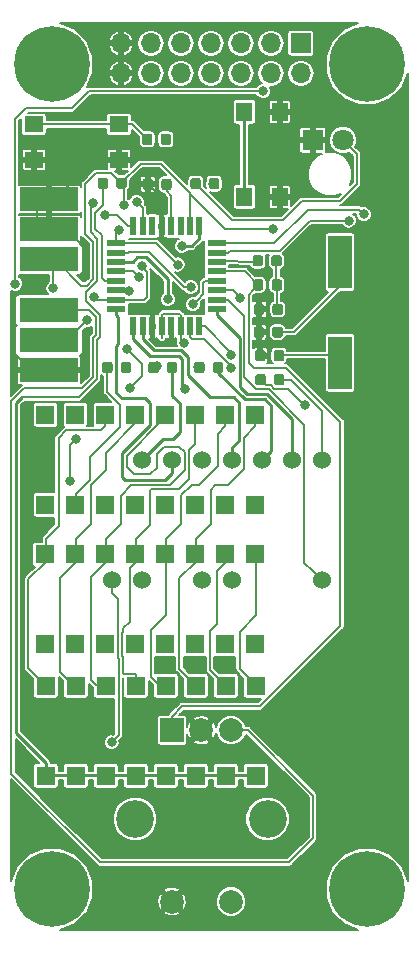
<source format=gtl>
G04 #@! TF.GenerationSoftware,KiCad,Pcbnew,5.0.1-33cea8e~68~ubuntu14.04.1*
G04 #@! TF.CreationDate,2018-11-23T14:16:55-08:00*
G04 #@! TF.ProjectId,delay,64656C61792E6B696361645F70636200,rev?*
G04 #@! TF.SameCoordinates,Original*
G04 #@! TF.FileFunction,Copper,L1,Top,Signal*
G04 #@! TF.FilePolarity,Positive*
%FSLAX46Y46*%
G04 Gerber Fmt 4.6, Leading zero omitted, Abs format (unit mm)*
G04 Created by KiCad (PCBNEW 5.0.1-33cea8e~68~ubuntu14.04.1) date Fri 23 Nov 2018 02:16:55 PM PST*
%MOMM*%
%LPD*%
G01*
G04 APERTURE LIST*
G04 #@! TA.AperFunction,SMDPad,CuDef*
%ADD10R,1.600000X1.600000*%
G04 #@! TD*
G04 #@! TA.AperFunction,Conductor*
%ADD11C,0.100000*%
G04 #@! TD*
G04 #@! TA.AperFunction,SMDPad,CuDef*
%ADD12C,0.875000*%
G04 #@! TD*
G04 #@! TA.AperFunction,ComponentPad*
%ADD13R,1.800000X1.800000*%
G04 #@! TD*
G04 #@! TA.AperFunction,ComponentPad*
%ADD14C,1.800000*%
G04 #@! TD*
G04 #@! TA.AperFunction,ComponentPad*
%ADD15C,6.400000*%
G04 #@! TD*
G04 #@! TA.AperFunction,ComponentPad*
%ADD16R,1.700000X1.700000*%
G04 #@! TD*
G04 #@! TA.AperFunction,ComponentPad*
%ADD17O,1.700000X1.700000*%
G04 #@! TD*
G04 #@! TA.AperFunction,ComponentPad*
%ADD18C,2.000000*%
G04 #@! TD*
G04 #@! TA.AperFunction,ComponentPad*
%ADD19C,3.200000*%
G04 #@! TD*
G04 #@! TA.AperFunction,ComponentPad*
%ADD20R,2.000000X2.000000*%
G04 #@! TD*
G04 #@! TA.AperFunction,SMDPad,CuDef*
%ADD21R,1.400000X1.600000*%
G04 #@! TD*
G04 #@! TA.AperFunction,SMDPad,CuDef*
%ADD22R,1.600000X1.400000*%
G04 #@! TD*
G04 #@! TA.AperFunction,SMDPad,CuDef*
%ADD23R,0.550000X1.600000*%
G04 #@! TD*
G04 #@! TA.AperFunction,SMDPad,CuDef*
%ADD24R,1.600000X0.550000*%
G04 #@! TD*
G04 #@! TA.AperFunction,ComponentPad*
%ADD25C,1.524000*%
G04 #@! TD*
G04 #@! TA.AperFunction,SMDPad,CuDef*
%ADD26R,2.000000X4.500000*%
G04 #@! TD*
G04 #@! TA.AperFunction,SMDPad,CuDef*
%ADD27R,5.000000X2.000000*%
G04 #@! TD*
G04 #@! TA.AperFunction,ViaPad*
%ADD28C,0.800000*%
G04 #@! TD*
G04 #@! TA.AperFunction,Conductor*
%ADD29C,0.160000*%
G04 #@! TD*
G04 #@! TA.AperFunction,Conductor*
%ADD30C,0.250000*%
G04 #@! TD*
G04 APERTURE END LIST*
D10*
G04 #@! TO.P,SW4,16*
G04 #@! TO.N,a1*
X145190000Y-145880000D03*
G04 #@! TO.P,SW4,8*
G04 #@! TO.N,bus8*
X127410000Y-138260000D03*
G04 #@! TO.P,SW4,15*
G04 #@! TO.N,a1*
X142650000Y-145880000D03*
G04 #@! TO.P,SW4,7*
G04 #@! TO.N,bus7*
X129950000Y-138260000D03*
G04 #@! TO.P,SW4,14*
G04 #@! TO.N,a1*
X140110000Y-145880000D03*
G04 #@! TO.P,SW4,6*
G04 #@! TO.N,bus6*
X132490000Y-138260000D03*
G04 #@! TO.P,SW4,13*
G04 #@! TO.N,a1*
X137570000Y-145880000D03*
G04 #@! TO.P,SW4,5*
G04 #@! TO.N,bus5*
X135030000Y-138260000D03*
G04 #@! TO.P,SW4,12*
G04 #@! TO.N,a1*
X135030000Y-145880000D03*
G04 #@! TO.P,SW4,4*
G04 #@! TO.N,bus4*
X137570000Y-138260000D03*
G04 #@! TO.P,SW4,11*
G04 #@! TO.N,a1*
X132490000Y-145880000D03*
G04 #@! TO.P,SW4,3*
G04 #@! TO.N,bus3*
X140110000Y-138260000D03*
G04 #@! TO.P,SW4,10*
G04 #@! TO.N,a1*
X129950000Y-145880000D03*
G04 #@! TO.P,SW4,2*
G04 #@! TO.N,bus2*
X142650000Y-138260000D03*
G04 #@! TO.P,SW4,9*
G04 #@! TO.N,a1*
X127410000Y-145880000D03*
G04 #@! TO.P,SW4,1*
G04 #@! TO.N,bus1*
X145190000Y-138260000D03*
G04 #@! TD*
D11*
G04 #@! TO.N,XTAL1*
G04 #@! TO.C,C2*
G36*
X147355191Y-118974053D02*
X147376426Y-118977203D01*
X147397250Y-118982419D01*
X147417462Y-118989651D01*
X147436868Y-118998830D01*
X147455281Y-119009866D01*
X147472524Y-119022654D01*
X147488430Y-119037070D01*
X147502846Y-119052976D01*
X147515634Y-119070219D01*
X147526670Y-119088632D01*
X147535849Y-119108038D01*
X147543081Y-119128250D01*
X147548297Y-119149074D01*
X147551447Y-119170309D01*
X147552500Y-119191750D01*
X147552500Y-119704250D01*
X147551447Y-119725691D01*
X147548297Y-119746926D01*
X147543081Y-119767750D01*
X147535849Y-119787962D01*
X147526670Y-119807368D01*
X147515634Y-119825781D01*
X147502846Y-119843024D01*
X147488430Y-119858930D01*
X147472524Y-119873346D01*
X147455281Y-119886134D01*
X147436868Y-119897170D01*
X147417462Y-119906349D01*
X147397250Y-119913581D01*
X147376426Y-119918797D01*
X147355191Y-119921947D01*
X147333750Y-119923000D01*
X146896250Y-119923000D01*
X146874809Y-119921947D01*
X146853574Y-119918797D01*
X146832750Y-119913581D01*
X146812538Y-119906349D01*
X146793132Y-119897170D01*
X146774719Y-119886134D01*
X146757476Y-119873346D01*
X146741570Y-119858930D01*
X146727154Y-119843024D01*
X146714366Y-119825781D01*
X146703330Y-119807368D01*
X146694151Y-119787962D01*
X146686919Y-119767750D01*
X146681703Y-119746926D01*
X146678553Y-119725691D01*
X146677500Y-119704250D01*
X146677500Y-119191750D01*
X146678553Y-119170309D01*
X146681703Y-119149074D01*
X146686919Y-119128250D01*
X146694151Y-119108038D01*
X146703330Y-119088632D01*
X146714366Y-119070219D01*
X146727154Y-119052976D01*
X146741570Y-119037070D01*
X146757476Y-119022654D01*
X146774719Y-119009866D01*
X146793132Y-118998830D01*
X146812538Y-118989651D01*
X146832750Y-118982419D01*
X146853574Y-118977203D01*
X146874809Y-118974053D01*
X146896250Y-118973000D01*
X147333750Y-118973000D01*
X147355191Y-118974053D01*
X147355191Y-118974053D01*
G37*
D12*
G04 #@! TD*
G04 #@! TO.P,C2,2*
G04 #@! TO.N,XTAL1*
X147115000Y-119448000D03*
D11*
G04 #@! TO.N,bus13*
G04 #@! TO.C,C2*
G36*
X145780191Y-118974053D02*
X145801426Y-118977203D01*
X145822250Y-118982419D01*
X145842462Y-118989651D01*
X145861868Y-118998830D01*
X145880281Y-119009866D01*
X145897524Y-119022654D01*
X145913430Y-119037070D01*
X145927846Y-119052976D01*
X145940634Y-119070219D01*
X145951670Y-119088632D01*
X145960849Y-119108038D01*
X145968081Y-119128250D01*
X145973297Y-119149074D01*
X145976447Y-119170309D01*
X145977500Y-119191750D01*
X145977500Y-119704250D01*
X145976447Y-119725691D01*
X145973297Y-119746926D01*
X145968081Y-119767750D01*
X145960849Y-119787962D01*
X145951670Y-119807368D01*
X145940634Y-119825781D01*
X145927846Y-119843024D01*
X145913430Y-119858930D01*
X145897524Y-119873346D01*
X145880281Y-119886134D01*
X145861868Y-119897170D01*
X145842462Y-119906349D01*
X145822250Y-119913581D01*
X145801426Y-119918797D01*
X145780191Y-119921947D01*
X145758750Y-119923000D01*
X145321250Y-119923000D01*
X145299809Y-119921947D01*
X145278574Y-119918797D01*
X145257750Y-119913581D01*
X145237538Y-119906349D01*
X145218132Y-119897170D01*
X145199719Y-119886134D01*
X145182476Y-119873346D01*
X145166570Y-119858930D01*
X145152154Y-119843024D01*
X145139366Y-119825781D01*
X145128330Y-119807368D01*
X145119151Y-119787962D01*
X145111919Y-119767750D01*
X145106703Y-119746926D01*
X145103553Y-119725691D01*
X145102500Y-119704250D01*
X145102500Y-119191750D01*
X145103553Y-119170309D01*
X145106703Y-119149074D01*
X145111919Y-119128250D01*
X145119151Y-119108038D01*
X145128330Y-119088632D01*
X145139366Y-119070219D01*
X145152154Y-119052976D01*
X145166570Y-119037070D01*
X145182476Y-119022654D01*
X145199719Y-119009866D01*
X145218132Y-118998830D01*
X145237538Y-118989651D01*
X145257750Y-118982419D01*
X145278574Y-118977203D01*
X145299809Y-118974053D01*
X145321250Y-118973000D01*
X145758750Y-118973000D01*
X145780191Y-118974053D01*
X145780191Y-118974053D01*
G37*
D12*
G04 #@! TD*
G04 #@! TO.P,C2,1*
G04 #@! TO.N,bus13*
X145540000Y-119448000D03*
D11*
G04 #@! TO.N,bus13*
G04 #@! TO.C,C3*
G36*
X145905191Y-120964053D02*
X145926426Y-120967203D01*
X145947250Y-120972419D01*
X145967462Y-120979651D01*
X145986868Y-120988830D01*
X146005281Y-120999866D01*
X146022524Y-121012654D01*
X146038430Y-121027070D01*
X146052846Y-121042976D01*
X146065634Y-121060219D01*
X146076670Y-121078632D01*
X146085849Y-121098038D01*
X146093081Y-121118250D01*
X146098297Y-121139074D01*
X146101447Y-121160309D01*
X146102500Y-121181750D01*
X146102500Y-121694250D01*
X146101447Y-121715691D01*
X146098297Y-121736926D01*
X146093081Y-121757750D01*
X146085849Y-121777962D01*
X146076670Y-121797368D01*
X146065634Y-121815781D01*
X146052846Y-121833024D01*
X146038430Y-121848930D01*
X146022524Y-121863346D01*
X146005281Y-121876134D01*
X145986868Y-121887170D01*
X145967462Y-121896349D01*
X145947250Y-121903581D01*
X145926426Y-121908797D01*
X145905191Y-121911947D01*
X145883750Y-121913000D01*
X145446250Y-121913000D01*
X145424809Y-121911947D01*
X145403574Y-121908797D01*
X145382750Y-121903581D01*
X145362538Y-121896349D01*
X145343132Y-121887170D01*
X145324719Y-121876134D01*
X145307476Y-121863346D01*
X145291570Y-121848930D01*
X145277154Y-121833024D01*
X145264366Y-121815781D01*
X145253330Y-121797368D01*
X145244151Y-121777962D01*
X145236919Y-121757750D01*
X145231703Y-121736926D01*
X145228553Y-121715691D01*
X145227500Y-121694250D01*
X145227500Y-121181750D01*
X145228553Y-121160309D01*
X145231703Y-121139074D01*
X145236919Y-121118250D01*
X145244151Y-121098038D01*
X145253330Y-121078632D01*
X145264366Y-121060219D01*
X145277154Y-121042976D01*
X145291570Y-121027070D01*
X145307476Y-121012654D01*
X145324719Y-120999866D01*
X145343132Y-120988830D01*
X145362538Y-120979651D01*
X145382750Y-120972419D01*
X145403574Y-120967203D01*
X145424809Y-120964053D01*
X145446250Y-120963000D01*
X145883750Y-120963000D01*
X145905191Y-120964053D01*
X145905191Y-120964053D01*
G37*
D12*
G04 #@! TD*
G04 #@! TO.P,C3,1*
G04 #@! TO.N,bus13*
X145665000Y-121438000D03*
D11*
G04 #@! TO.N,XTAL2*
G04 #@! TO.C,C3*
G36*
X147480191Y-120964053D02*
X147501426Y-120967203D01*
X147522250Y-120972419D01*
X147542462Y-120979651D01*
X147561868Y-120988830D01*
X147580281Y-120999866D01*
X147597524Y-121012654D01*
X147613430Y-121027070D01*
X147627846Y-121042976D01*
X147640634Y-121060219D01*
X147651670Y-121078632D01*
X147660849Y-121098038D01*
X147668081Y-121118250D01*
X147673297Y-121139074D01*
X147676447Y-121160309D01*
X147677500Y-121181750D01*
X147677500Y-121694250D01*
X147676447Y-121715691D01*
X147673297Y-121736926D01*
X147668081Y-121757750D01*
X147660849Y-121777962D01*
X147651670Y-121797368D01*
X147640634Y-121815781D01*
X147627846Y-121833024D01*
X147613430Y-121848930D01*
X147597524Y-121863346D01*
X147580281Y-121876134D01*
X147561868Y-121887170D01*
X147542462Y-121896349D01*
X147522250Y-121903581D01*
X147501426Y-121908797D01*
X147480191Y-121911947D01*
X147458750Y-121913000D01*
X147021250Y-121913000D01*
X146999809Y-121911947D01*
X146978574Y-121908797D01*
X146957750Y-121903581D01*
X146937538Y-121896349D01*
X146918132Y-121887170D01*
X146899719Y-121876134D01*
X146882476Y-121863346D01*
X146866570Y-121848930D01*
X146852154Y-121833024D01*
X146839366Y-121815781D01*
X146828330Y-121797368D01*
X146819151Y-121777962D01*
X146811919Y-121757750D01*
X146806703Y-121736926D01*
X146803553Y-121715691D01*
X146802500Y-121694250D01*
X146802500Y-121181750D01*
X146803553Y-121160309D01*
X146806703Y-121139074D01*
X146811919Y-121118250D01*
X146819151Y-121098038D01*
X146828330Y-121078632D01*
X146839366Y-121060219D01*
X146852154Y-121042976D01*
X146866570Y-121027070D01*
X146882476Y-121012654D01*
X146899719Y-120999866D01*
X146918132Y-120988830D01*
X146937538Y-120979651D01*
X146957750Y-120972419D01*
X146978574Y-120967203D01*
X146999809Y-120964053D01*
X147021250Y-120963000D01*
X147458750Y-120963000D01*
X147480191Y-120964053D01*
X147480191Y-120964053D01*
G37*
D12*
G04 #@! TD*
G04 #@! TO.P,C3,2*
G04 #@! TO.N,XTAL2*
X147240000Y-121438000D03*
D11*
G04 #@! TO.N,AREF*
G04 #@! TO.C,C4*
G36*
X137959191Y-106460053D02*
X137980426Y-106463203D01*
X138001250Y-106468419D01*
X138021462Y-106475651D01*
X138040868Y-106484830D01*
X138059281Y-106495866D01*
X138076524Y-106508654D01*
X138092430Y-106523070D01*
X138106846Y-106538976D01*
X138119634Y-106556219D01*
X138130670Y-106574632D01*
X138139849Y-106594038D01*
X138147081Y-106614250D01*
X138152297Y-106635074D01*
X138155447Y-106656309D01*
X138156500Y-106677750D01*
X138156500Y-107190250D01*
X138155447Y-107211691D01*
X138152297Y-107232926D01*
X138147081Y-107253750D01*
X138139849Y-107273962D01*
X138130670Y-107293368D01*
X138119634Y-107311781D01*
X138106846Y-107329024D01*
X138092430Y-107344930D01*
X138076524Y-107359346D01*
X138059281Y-107372134D01*
X138040868Y-107383170D01*
X138021462Y-107392349D01*
X138001250Y-107399581D01*
X137980426Y-107404797D01*
X137959191Y-107407947D01*
X137937750Y-107409000D01*
X137500250Y-107409000D01*
X137478809Y-107407947D01*
X137457574Y-107404797D01*
X137436750Y-107399581D01*
X137416538Y-107392349D01*
X137397132Y-107383170D01*
X137378719Y-107372134D01*
X137361476Y-107359346D01*
X137345570Y-107344930D01*
X137331154Y-107329024D01*
X137318366Y-107311781D01*
X137307330Y-107293368D01*
X137298151Y-107273962D01*
X137290919Y-107253750D01*
X137285703Y-107232926D01*
X137282553Y-107211691D01*
X137281500Y-107190250D01*
X137281500Y-106677750D01*
X137282553Y-106656309D01*
X137285703Y-106635074D01*
X137290919Y-106614250D01*
X137298151Y-106594038D01*
X137307330Y-106574632D01*
X137318366Y-106556219D01*
X137331154Y-106538976D01*
X137345570Y-106523070D01*
X137361476Y-106508654D01*
X137378719Y-106495866D01*
X137397132Y-106484830D01*
X137416538Y-106475651D01*
X137436750Y-106468419D01*
X137457574Y-106463203D01*
X137478809Y-106460053D01*
X137500250Y-106459000D01*
X137937750Y-106459000D01*
X137959191Y-106460053D01*
X137959191Y-106460053D01*
G37*
D12*
G04 #@! TD*
G04 #@! TO.P,C4,1*
G04 #@! TO.N,AREF*
X137719000Y-106934000D03*
D11*
G04 #@! TO.N,bus13*
G04 #@! TO.C,C4*
G36*
X136384191Y-106460053D02*
X136405426Y-106463203D01*
X136426250Y-106468419D01*
X136446462Y-106475651D01*
X136465868Y-106484830D01*
X136484281Y-106495866D01*
X136501524Y-106508654D01*
X136517430Y-106523070D01*
X136531846Y-106538976D01*
X136544634Y-106556219D01*
X136555670Y-106574632D01*
X136564849Y-106594038D01*
X136572081Y-106614250D01*
X136577297Y-106635074D01*
X136580447Y-106656309D01*
X136581500Y-106677750D01*
X136581500Y-107190250D01*
X136580447Y-107211691D01*
X136577297Y-107232926D01*
X136572081Y-107253750D01*
X136564849Y-107273962D01*
X136555670Y-107293368D01*
X136544634Y-107311781D01*
X136531846Y-107329024D01*
X136517430Y-107344930D01*
X136501524Y-107359346D01*
X136484281Y-107372134D01*
X136465868Y-107383170D01*
X136446462Y-107392349D01*
X136426250Y-107399581D01*
X136405426Y-107404797D01*
X136384191Y-107407947D01*
X136362750Y-107409000D01*
X135925250Y-107409000D01*
X135903809Y-107407947D01*
X135882574Y-107404797D01*
X135861750Y-107399581D01*
X135841538Y-107392349D01*
X135822132Y-107383170D01*
X135803719Y-107372134D01*
X135786476Y-107359346D01*
X135770570Y-107344930D01*
X135756154Y-107329024D01*
X135743366Y-107311781D01*
X135732330Y-107293368D01*
X135723151Y-107273962D01*
X135715919Y-107253750D01*
X135710703Y-107232926D01*
X135707553Y-107211691D01*
X135706500Y-107190250D01*
X135706500Y-106677750D01*
X135707553Y-106656309D01*
X135710703Y-106635074D01*
X135715919Y-106614250D01*
X135723151Y-106594038D01*
X135732330Y-106574632D01*
X135743366Y-106556219D01*
X135756154Y-106538976D01*
X135770570Y-106523070D01*
X135786476Y-106508654D01*
X135803719Y-106495866D01*
X135822132Y-106484830D01*
X135841538Y-106475651D01*
X135861750Y-106468419D01*
X135882574Y-106463203D01*
X135903809Y-106460053D01*
X135925250Y-106459000D01*
X136362750Y-106459000D01*
X136384191Y-106460053D01*
X136384191Y-106460053D01*
G37*
D12*
G04 #@! TD*
G04 #@! TO.P,C4,2*
G04 #@! TO.N,bus13*
X136144000Y-106934000D03*
D11*
G04 #@! TO.N,DTR*
G04 #@! TO.C,C5*
G36*
X137908191Y-102650053D02*
X137929426Y-102653203D01*
X137950250Y-102658419D01*
X137970462Y-102665651D01*
X137989868Y-102674830D01*
X138008281Y-102685866D01*
X138025524Y-102698654D01*
X138041430Y-102713070D01*
X138055846Y-102728976D01*
X138068634Y-102746219D01*
X138079670Y-102764632D01*
X138088849Y-102784038D01*
X138096081Y-102804250D01*
X138101297Y-102825074D01*
X138104447Y-102846309D01*
X138105500Y-102867750D01*
X138105500Y-103380250D01*
X138104447Y-103401691D01*
X138101297Y-103422926D01*
X138096081Y-103443750D01*
X138088849Y-103463962D01*
X138079670Y-103483368D01*
X138068634Y-103501781D01*
X138055846Y-103519024D01*
X138041430Y-103534930D01*
X138025524Y-103549346D01*
X138008281Y-103562134D01*
X137989868Y-103573170D01*
X137970462Y-103582349D01*
X137950250Y-103589581D01*
X137929426Y-103594797D01*
X137908191Y-103597947D01*
X137886750Y-103599000D01*
X137449250Y-103599000D01*
X137427809Y-103597947D01*
X137406574Y-103594797D01*
X137385750Y-103589581D01*
X137365538Y-103582349D01*
X137346132Y-103573170D01*
X137327719Y-103562134D01*
X137310476Y-103549346D01*
X137294570Y-103534930D01*
X137280154Y-103519024D01*
X137267366Y-103501781D01*
X137256330Y-103483368D01*
X137247151Y-103463962D01*
X137239919Y-103443750D01*
X137234703Y-103422926D01*
X137231553Y-103401691D01*
X137230500Y-103380250D01*
X137230500Y-102867750D01*
X137231553Y-102846309D01*
X137234703Y-102825074D01*
X137239919Y-102804250D01*
X137247151Y-102784038D01*
X137256330Y-102764632D01*
X137267366Y-102746219D01*
X137280154Y-102728976D01*
X137294570Y-102713070D01*
X137310476Y-102698654D01*
X137327719Y-102685866D01*
X137346132Y-102674830D01*
X137365538Y-102665651D01*
X137385750Y-102658419D01*
X137406574Y-102653203D01*
X137427809Y-102650053D01*
X137449250Y-102649000D01*
X137886750Y-102649000D01*
X137908191Y-102650053D01*
X137908191Y-102650053D01*
G37*
D12*
G04 #@! TD*
G04 #@! TO.P,C5,2*
G04 #@! TO.N,DTR*
X137668000Y-103124000D03*
D11*
G04 #@! TO.N,RESET*
G04 #@! TO.C,C5*
G36*
X136333191Y-102650053D02*
X136354426Y-102653203D01*
X136375250Y-102658419D01*
X136395462Y-102665651D01*
X136414868Y-102674830D01*
X136433281Y-102685866D01*
X136450524Y-102698654D01*
X136466430Y-102713070D01*
X136480846Y-102728976D01*
X136493634Y-102746219D01*
X136504670Y-102764632D01*
X136513849Y-102784038D01*
X136521081Y-102804250D01*
X136526297Y-102825074D01*
X136529447Y-102846309D01*
X136530500Y-102867750D01*
X136530500Y-103380250D01*
X136529447Y-103401691D01*
X136526297Y-103422926D01*
X136521081Y-103443750D01*
X136513849Y-103463962D01*
X136504670Y-103483368D01*
X136493634Y-103501781D01*
X136480846Y-103519024D01*
X136466430Y-103534930D01*
X136450524Y-103549346D01*
X136433281Y-103562134D01*
X136414868Y-103573170D01*
X136395462Y-103582349D01*
X136375250Y-103589581D01*
X136354426Y-103594797D01*
X136333191Y-103597947D01*
X136311750Y-103599000D01*
X135874250Y-103599000D01*
X135852809Y-103597947D01*
X135831574Y-103594797D01*
X135810750Y-103589581D01*
X135790538Y-103582349D01*
X135771132Y-103573170D01*
X135752719Y-103562134D01*
X135735476Y-103549346D01*
X135719570Y-103534930D01*
X135705154Y-103519024D01*
X135692366Y-103501781D01*
X135681330Y-103483368D01*
X135672151Y-103463962D01*
X135664919Y-103443750D01*
X135659703Y-103422926D01*
X135656553Y-103401691D01*
X135655500Y-103380250D01*
X135655500Y-102867750D01*
X135656553Y-102846309D01*
X135659703Y-102825074D01*
X135664919Y-102804250D01*
X135672151Y-102784038D01*
X135681330Y-102764632D01*
X135692366Y-102746219D01*
X135705154Y-102728976D01*
X135719570Y-102713070D01*
X135735476Y-102698654D01*
X135752719Y-102685866D01*
X135771132Y-102674830D01*
X135790538Y-102665651D01*
X135810750Y-102658419D01*
X135831574Y-102653203D01*
X135852809Y-102650053D01*
X135874250Y-102649000D01*
X136311750Y-102649000D01*
X136333191Y-102650053D01*
X136333191Y-102650053D01*
G37*
D12*
G04 #@! TD*
G04 #@! TO.P,C5,1*
G04 #@! TO.N,RESET*
X136093000Y-103124000D03*
D13*
G04 #@! TO.P,D1,1*
G04 #@! TO.N,bus13*
X150114000Y-103203000D03*
D14*
G04 #@! TO.P,D1,2*
G04 #@! TO.N,Net-(D1-Pad2)*
X152654000Y-103203000D03*
G04 #@! TD*
D11*
G04 #@! TO.N,a2*
G04 #@! TO.C,D2*
G36*
X134530191Y-121954053D02*
X134551426Y-121957203D01*
X134572250Y-121962419D01*
X134592462Y-121969651D01*
X134611868Y-121978830D01*
X134630281Y-121989866D01*
X134647524Y-122002654D01*
X134663430Y-122017070D01*
X134677846Y-122032976D01*
X134690634Y-122050219D01*
X134701670Y-122068632D01*
X134710849Y-122088038D01*
X134718081Y-122108250D01*
X134723297Y-122129074D01*
X134726447Y-122150309D01*
X134727500Y-122171750D01*
X134727500Y-122684250D01*
X134726447Y-122705691D01*
X134723297Y-122726926D01*
X134718081Y-122747750D01*
X134710849Y-122767962D01*
X134701670Y-122787368D01*
X134690634Y-122805781D01*
X134677846Y-122823024D01*
X134663430Y-122838930D01*
X134647524Y-122853346D01*
X134630281Y-122866134D01*
X134611868Y-122877170D01*
X134592462Y-122886349D01*
X134572250Y-122893581D01*
X134551426Y-122898797D01*
X134530191Y-122901947D01*
X134508750Y-122903000D01*
X134071250Y-122903000D01*
X134049809Y-122901947D01*
X134028574Y-122898797D01*
X134007750Y-122893581D01*
X133987538Y-122886349D01*
X133968132Y-122877170D01*
X133949719Y-122866134D01*
X133932476Y-122853346D01*
X133916570Y-122838930D01*
X133902154Y-122823024D01*
X133889366Y-122805781D01*
X133878330Y-122787368D01*
X133869151Y-122767962D01*
X133861919Y-122747750D01*
X133856703Y-122726926D01*
X133853553Y-122705691D01*
X133852500Y-122684250D01*
X133852500Y-122171750D01*
X133853553Y-122150309D01*
X133856703Y-122129074D01*
X133861919Y-122108250D01*
X133869151Y-122088038D01*
X133878330Y-122068632D01*
X133889366Y-122050219D01*
X133902154Y-122032976D01*
X133916570Y-122017070D01*
X133932476Y-122002654D01*
X133949719Y-121989866D01*
X133968132Y-121978830D01*
X133987538Y-121969651D01*
X134007750Y-121962419D01*
X134028574Y-121957203D01*
X134049809Y-121954053D01*
X134071250Y-121953000D01*
X134508750Y-121953000D01*
X134530191Y-121954053D01*
X134530191Y-121954053D01*
G37*
D12*
G04 #@! TD*
G04 #@! TO.P,D2,1*
G04 #@! TO.N,a2*
X134290000Y-122428000D03*
D11*
G04 #@! TO.N,Net-(D2-Pad2)*
G04 #@! TO.C,D2*
G36*
X132955191Y-121954053D02*
X132976426Y-121957203D01*
X132997250Y-121962419D01*
X133017462Y-121969651D01*
X133036868Y-121978830D01*
X133055281Y-121989866D01*
X133072524Y-122002654D01*
X133088430Y-122017070D01*
X133102846Y-122032976D01*
X133115634Y-122050219D01*
X133126670Y-122068632D01*
X133135849Y-122088038D01*
X133143081Y-122108250D01*
X133148297Y-122129074D01*
X133151447Y-122150309D01*
X133152500Y-122171750D01*
X133152500Y-122684250D01*
X133151447Y-122705691D01*
X133148297Y-122726926D01*
X133143081Y-122747750D01*
X133135849Y-122767962D01*
X133126670Y-122787368D01*
X133115634Y-122805781D01*
X133102846Y-122823024D01*
X133088430Y-122838930D01*
X133072524Y-122853346D01*
X133055281Y-122866134D01*
X133036868Y-122877170D01*
X133017462Y-122886349D01*
X132997250Y-122893581D01*
X132976426Y-122898797D01*
X132955191Y-122901947D01*
X132933750Y-122903000D01*
X132496250Y-122903000D01*
X132474809Y-122901947D01*
X132453574Y-122898797D01*
X132432750Y-122893581D01*
X132412538Y-122886349D01*
X132393132Y-122877170D01*
X132374719Y-122866134D01*
X132357476Y-122853346D01*
X132341570Y-122838930D01*
X132327154Y-122823024D01*
X132314366Y-122805781D01*
X132303330Y-122787368D01*
X132294151Y-122767962D01*
X132286919Y-122747750D01*
X132281703Y-122726926D01*
X132278553Y-122705691D01*
X132277500Y-122684250D01*
X132277500Y-122171750D01*
X132278553Y-122150309D01*
X132281703Y-122129074D01*
X132286919Y-122108250D01*
X132294151Y-122088038D01*
X132303330Y-122068632D01*
X132314366Y-122050219D01*
X132327154Y-122032976D01*
X132341570Y-122017070D01*
X132357476Y-122002654D01*
X132374719Y-121989866D01*
X132393132Y-121978830D01*
X132412538Y-121969651D01*
X132432750Y-121962419D01*
X132453574Y-121957203D01*
X132474809Y-121954053D01*
X132496250Y-121953000D01*
X132933750Y-121953000D01*
X132955191Y-121954053D01*
X132955191Y-121954053D01*
G37*
D12*
G04 #@! TD*
G04 #@! TO.P,D2,2*
G04 #@! TO.N,Net-(D2-Pad2)*
X132715000Y-122428000D03*
D15*
G04 #@! TO.P,H1,1*
G04 #@! TO.N,Net-(H1-Pad1)*
X154686000Y-166624000D03*
G04 #@! TD*
G04 #@! TO.P,H2,1*
G04 #@! TO.N,Net-(H2-Pad1)*
X128016000Y-166624000D03*
G04 #@! TD*
G04 #@! TO.P,H3,1*
G04 #@! TO.N,Net-(H3-Pad1)*
X154686000Y-96774000D03*
G04 #@! TD*
G04 #@! TO.P,H4,1*
G04 #@! TO.N,Net-(H4-Pad1)*
X128016000Y-96774000D03*
G04 #@! TD*
D16*
G04 #@! TO.P,J5,1*
G04 #@! TO.N,bus1*
X149098000Y-94996000D03*
D17*
G04 #@! TO.P,J5,2*
G04 #@! TO.N,bus2*
X149098000Y-97536000D03*
G04 #@! TO.P,J5,3*
G04 #@! TO.N,bus3*
X146558000Y-94996000D03*
G04 #@! TO.P,J5,4*
G04 #@! TO.N,bus4*
X146558000Y-97536000D03*
G04 #@! TO.P,J5,5*
G04 #@! TO.N,bus5*
X144018000Y-94996000D03*
G04 #@! TO.P,J5,6*
G04 #@! TO.N,bus6*
X144018000Y-97536000D03*
G04 #@! TO.P,J5,7*
G04 #@! TO.N,bus7*
X141478000Y-94996000D03*
G04 #@! TO.P,J5,8*
G04 #@! TO.N,bus8*
X141478000Y-97536000D03*
G04 #@! TO.P,J5,9*
G04 #@! TO.N,RX*
X138938000Y-94996000D03*
G04 #@! TO.P,J5,10*
G04 #@! TO.N,TX*
X138938000Y-97536000D03*
G04 #@! TO.P,J5,11*
G04 #@! TO.N,bus11*
X136398000Y-94996000D03*
G04 #@! TO.P,J5,12*
X136398000Y-97536000D03*
G04 #@! TO.P,J5,13*
G04 #@! TO.N,bus13*
X133858000Y-94996000D03*
G04 #@! TO.P,J5,14*
X133858000Y-97536000D03*
G04 #@! TD*
D11*
G04 #@! TO.N,Net-(D1-Pad2)*
G04 #@! TO.C,R1*
G36*
X140425191Y-106396053D02*
X140446426Y-106399203D01*
X140467250Y-106404419D01*
X140487462Y-106411651D01*
X140506868Y-106420830D01*
X140525281Y-106431866D01*
X140542524Y-106444654D01*
X140558430Y-106459070D01*
X140572846Y-106474976D01*
X140585634Y-106492219D01*
X140596670Y-106510632D01*
X140605849Y-106530038D01*
X140613081Y-106550250D01*
X140618297Y-106571074D01*
X140621447Y-106592309D01*
X140622500Y-106613750D01*
X140622500Y-107126250D01*
X140621447Y-107147691D01*
X140618297Y-107168926D01*
X140613081Y-107189750D01*
X140605849Y-107209962D01*
X140596670Y-107229368D01*
X140585634Y-107247781D01*
X140572846Y-107265024D01*
X140558430Y-107280930D01*
X140542524Y-107295346D01*
X140525281Y-107308134D01*
X140506868Y-107319170D01*
X140487462Y-107328349D01*
X140467250Y-107335581D01*
X140446426Y-107340797D01*
X140425191Y-107343947D01*
X140403750Y-107345000D01*
X139966250Y-107345000D01*
X139944809Y-107343947D01*
X139923574Y-107340797D01*
X139902750Y-107335581D01*
X139882538Y-107328349D01*
X139863132Y-107319170D01*
X139844719Y-107308134D01*
X139827476Y-107295346D01*
X139811570Y-107280930D01*
X139797154Y-107265024D01*
X139784366Y-107247781D01*
X139773330Y-107229368D01*
X139764151Y-107209962D01*
X139756919Y-107189750D01*
X139751703Y-107168926D01*
X139748553Y-107147691D01*
X139747500Y-107126250D01*
X139747500Y-106613750D01*
X139748553Y-106592309D01*
X139751703Y-106571074D01*
X139756919Y-106550250D01*
X139764151Y-106530038D01*
X139773330Y-106510632D01*
X139784366Y-106492219D01*
X139797154Y-106474976D01*
X139811570Y-106459070D01*
X139827476Y-106444654D01*
X139844719Y-106431866D01*
X139863132Y-106420830D01*
X139882538Y-106411651D01*
X139902750Y-106404419D01*
X139923574Y-106399203D01*
X139944809Y-106396053D01*
X139966250Y-106395000D01*
X140403750Y-106395000D01*
X140425191Y-106396053D01*
X140425191Y-106396053D01*
G37*
D12*
G04 #@! TD*
G04 #@! TO.P,R1,1*
G04 #@! TO.N,Net-(D1-Pad2)*
X140185000Y-106870000D03*
D11*
G04 #@! TO.N,a2*
G04 #@! TO.C,R1*
G36*
X142000191Y-106396053D02*
X142021426Y-106399203D01*
X142042250Y-106404419D01*
X142062462Y-106411651D01*
X142081868Y-106420830D01*
X142100281Y-106431866D01*
X142117524Y-106444654D01*
X142133430Y-106459070D01*
X142147846Y-106474976D01*
X142160634Y-106492219D01*
X142171670Y-106510632D01*
X142180849Y-106530038D01*
X142188081Y-106550250D01*
X142193297Y-106571074D01*
X142196447Y-106592309D01*
X142197500Y-106613750D01*
X142197500Y-107126250D01*
X142196447Y-107147691D01*
X142193297Y-107168926D01*
X142188081Y-107189750D01*
X142180849Y-107209962D01*
X142171670Y-107229368D01*
X142160634Y-107247781D01*
X142147846Y-107265024D01*
X142133430Y-107280930D01*
X142117524Y-107295346D01*
X142100281Y-107308134D01*
X142081868Y-107319170D01*
X142062462Y-107328349D01*
X142042250Y-107335581D01*
X142021426Y-107340797D01*
X142000191Y-107343947D01*
X141978750Y-107345000D01*
X141541250Y-107345000D01*
X141519809Y-107343947D01*
X141498574Y-107340797D01*
X141477750Y-107335581D01*
X141457538Y-107328349D01*
X141438132Y-107319170D01*
X141419719Y-107308134D01*
X141402476Y-107295346D01*
X141386570Y-107280930D01*
X141372154Y-107265024D01*
X141359366Y-107247781D01*
X141348330Y-107229368D01*
X141339151Y-107209962D01*
X141331919Y-107189750D01*
X141326703Y-107168926D01*
X141323553Y-107147691D01*
X141322500Y-107126250D01*
X141322500Y-106613750D01*
X141323553Y-106592309D01*
X141326703Y-106571074D01*
X141331919Y-106550250D01*
X141339151Y-106530038D01*
X141348330Y-106510632D01*
X141359366Y-106492219D01*
X141372154Y-106474976D01*
X141386570Y-106459070D01*
X141402476Y-106444654D01*
X141419719Y-106431866D01*
X141438132Y-106420830D01*
X141457538Y-106411651D01*
X141477750Y-106404419D01*
X141498574Y-106399203D01*
X141519809Y-106396053D01*
X141541250Y-106395000D01*
X141978750Y-106395000D01*
X142000191Y-106396053D01*
X142000191Y-106396053D01*
G37*
D12*
G04 #@! TD*
G04 #@! TO.P,R1,2*
G04 #@! TO.N,a2*
X141760000Y-106870000D03*
D11*
G04 #@! TO.N,bus11*
G04 #@! TO.C,R2*
G36*
X134145191Y-106356053D02*
X134166426Y-106359203D01*
X134187250Y-106364419D01*
X134207462Y-106371651D01*
X134226868Y-106380830D01*
X134245281Y-106391866D01*
X134262524Y-106404654D01*
X134278430Y-106419070D01*
X134292846Y-106434976D01*
X134305634Y-106452219D01*
X134316670Y-106470632D01*
X134325849Y-106490038D01*
X134333081Y-106510250D01*
X134338297Y-106531074D01*
X134341447Y-106552309D01*
X134342500Y-106573750D01*
X134342500Y-107086250D01*
X134341447Y-107107691D01*
X134338297Y-107128926D01*
X134333081Y-107149750D01*
X134325849Y-107169962D01*
X134316670Y-107189368D01*
X134305634Y-107207781D01*
X134292846Y-107225024D01*
X134278430Y-107240930D01*
X134262524Y-107255346D01*
X134245281Y-107268134D01*
X134226868Y-107279170D01*
X134207462Y-107288349D01*
X134187250Y-107295581D01*
X134166426Y-107300797D01*
X134145191Y-107303947D01*
X134123750Y-107305000D01*
X133686250Y-107305000D01*
X133664809Y-107303947D01*
X133643574Y-107300797D01*
X133622750Y-107295581D01*
X133602538Y-107288349D01*
X133583132Y-107279170D01*
X133564719Y-107268134D01*
X133547476Y-107255346D01*
X133531570Y-107240930D01*
X133517154Y-107225024D01*
X133504366Y-107207781D01*
X133493330Y-107189368D01*
X133484151Y-107169962D01*
X133476919Y-107149750D01*
X133471703Y-107128926D01*
X133468553Y-107107691D01*
X133467500Y-107086250D01*
X133467500Y-106573750D01*
X133468553Y-106552309D01*
X133471703Y-106531074D01*
X133476919Y-106510250D01*
X133484151Y-106490038D01*
X133493330Y-106470632D01*
X133504366Y-106452219D01*
X133517154Y-106434976D01*
X133531570Y-106419070D01*
X133547476Y-106404654D01*
X133564719Y-106391866D01*
X133583132Y-106380830D01*
X133602538Y-106371651D01*
X133622750Y-106364419D01*
X133643574Y-106359203D01*
X133664809Y-106356053D01*
X133686250Y-106355000D01*
X134123750Y-106355000D01*
X134145191Y-106356053D01*
X134145191Y-106356053D01*
G37*
D12*
G04 #@! TD*
G04 #@! TO.P,R2,1*
G04 #@! TO.N,bus11*
X133905000Y-106830000D03*
D11*
G04 #@! TO.N,RESET*
G04 #@! TO.C,R2*
G36*
X132570191Y-106356053D02*
X132591426Y-106359203D01*
X132612250Y-106364419D01*
X132632462Y-106371651D01*
X132651868Y-106380830D01*
X132670281Y-106391866D01*
X132687524Y-106404654D01*
X132703430Y-106419070D01*
X132717846Y-106434976D01*
X132730634Y-106452219D01*
X132741670Y-106470632D01*
X132750849Y-106490038D01*
X132758081Y-106510250D01*
X132763297Y-106531074D01*
X132766447Y-106552309D01*
X132767500Y-106573750D01*
X132767500Y-107086250D01*
X132766447Y-107107691D01*
X132763297Y-107128926D01*
X132758081Y-107149750D01*
X132750849Y-107169962D01*
X132741670Y-107189368D01*
X132730634Y-107207781D01*
X132717846Y-107225024D01*
X132703430Y-107240930D01*
X132687524Y-107255346D01*
X132670281Y-107268134D01*
X132651868Y-107279170D01*
X132632462Y-107288349D01*
X132612250Y-107295581D01*
X132591426Y-107300797D01*
X132570191Y-107303947D01*
X132548750Y-107305000D01*
X132111250Y-107305000D01*
X132089809Y-107303947D01*
X132068574Y-107300797D01*
X132047750Y-107295581D01*
X132027538Y-107288349D01*
X132008132Y-107279170D01*
X131989719Y-107268134D01*
X131972476Y-107255346D01*
X131956570Y-107240930D01*
X131942154Y-107225024D01*
X131929366Y-107207781D01*
X131918330Y-107189368D01*
X131909151Y-107169962D01*
X131901919Y-107149750D01*
X131896703Y-107128926D01*
X131893553Y-107107691D01*
X131892500Y-107086250D01*
X131892500Y-106573750D01*
X131893553Y-106552309D01*
X131896703Y-106531074D01*
X131901919Y-106510250D01*
X131909151Y-106490038D01*
X131918330Y-106470632D01*
X131929366Y-106452219D01*
X131942154Y-106434976D01*
X131956570Y-106419070D01*
X131972476Y-106404654D01*
X131989719Y-106391866D01*
X132008132Y-106380830D01*
X132027538Y-106371651D01*
X132047750Y-106364419D01*
X132068574Y-106359203D01*
X132089809Y-106356053D01*
X132111250Y-106355000D01*
X132548750Y-106355000D01*
X132570191Y-106356053D01*
X132570191Y-106356053D01*
G37*
D12*
G04 #@! TD*
G04 #@! TO.P,R2,2*
G04 #@! TO.N,RESET*
X132330000Y-106830000D03*
D11*
G04 #@! TO.N,d9*
G04 #@! TO.C,R3*
G36*
X145732691Y-114974053D02*
X145753926Y-114977203D01*
X145774750Y-114982419D01*
X145794962Y-114989651D01*
X145814368Y-114998830D01*
X145832781Y-115009866D01*
X145850024Y-115022654D01*
X145865930Y-115037070D01*
X145880346Y-115052976D01*
X145893134Y-115070219D01*
X145904170Y-115088632D01*
X145913349Y-115108038D01*
X145920581Y-115128250D01*
X145925797Y-115149074D01*
X145928947Y-115170309D01*
X145930000Y-115191750D01*
X145930000Y-115704250D01*
X145928947Y-115725691D01*
X145925797Y-115746926D01*
X145920581Y-115767750D01*
X145913349Y-115787962D01*
X145904170Y-115807368D01*
X145893134Y-115825781D01*
X145880346Y-115843024D01*
X145865930Y-115858930D01*
X145850024Y-115873346D01*
X145832781Y-115886134D01*
X145814368Y-115897170D01*
X145794962Y-115906349D01*
X145774750Y-115913581D01*
X145753926Y-115918797D01*
X145732691Y-115921947D01*
X145711250Y-115923000D01*
X145273750Y-115923000D01*
X145252309Y-115921947D01*
X145231074Y-115918797D01*
X145210250Y-115913581D01*
X145190038Y-115906349D01*
X145170632Y-115897170D01*
X145152219Y-115886134D01*
X145134976Y-115873346D01*
X145119070Y-115858930D01*
X145104654Y-115843024D01*
X145091866Y-115825781D01*
X145080830Y-115807368D01*
X145071651Y-115787962D01*
X145064419Y-115767750D01*
X145059203Y-115746926D01*
X145056053Y-115725691D01*
X145055000Y-115704250D01*
X145055000Y-115191750D01*
X145056053Y-115170309D01*
X145059203Y-115149074D01*
X145064419Y-115128250D01*
X145071651Y-115108038D01*
X145080830Y-115088632D01*
X145091866Y-115070219D01*
X145104654Y-115052976D01*
X145119070Y-115037070D01*
X145134976Y-115022654D01*
X145152219Y-115009866D01*
X145170632Y-114998830D01*
X145190038Y-114989651D01*
X145210250Y-114982419D01*
X145231074Y-114977203D01*
X145252309Y-114974053D01*
X145273750Y-114973000D01*
X145711250Y-114973000D01*
X145732691Y-114974053D01*
X145732691Y-114974053D01*
G37*
D12*
G04 #@! TD*
G04 #@! TO.P,R3,1*
G04 #@! TO.N,d9*
X145492500Y-115448000D03*
D11*
G04 #@! TO.N,bus11*
G04 #@! TO.C,R3*
G36*
X147307691Y-114974053D02*
X147328926Y-114977203D01*
X147349750Y-114982419D01*
X147369962Y-114989651D01*
X147389368Y-114998830D01*
X147407781Y-115009866D01*
X147425024Y-115022654D01*
X147440930Y-115037070D01*
X147455346Y-115052976D01*
X147468134Y-115070219D01*
X147479170Y-115088632D01*
X147488349Y-115108038D01*
X147495581Y-115128250D01*
X147500797Y-115149074D01*
X147503947Y-115170309D01*
X147505000Y-115191750D01*
X147505000Y-115704250D01*
X147503947Y-115725691D01*
X147500797Y-115746926D01*
X147495581Y-115767750D01*
X147488349Y-115787962D01*
X147479170Y-115807368D01*
X147468134Y-115825781D01*
X147455346Y-115843024D01*
X147440930Y-115858930D01*
X147425024Y-115873346D01*
X147407781Y-115886134D01*
X147389368Y-115897170D01*
X147369962Y-115906349D01*
X147349750Y-115913581D01*
X147328926Y-115918797D01*
X147307691Y-115921947D01*
X147286250Y-115923000D01*
X146848750Y-115923000D01*
X146827309Y-115921947D01*
X146806074Y-115918797D01*
X146785250Y-115913581D01*
X146765038Y-115906349D01*
X146745632Y-115897170D01*
X146727219Y-115886134D01*
X146709976Y-115873346D01*
X146694070Y-115858930D01*
X146679654Y-115843024D01*
X146666866Y-115825781D01*
X146655830Y-115807368D01*
X146646651Y-115787962D01*
X146639419Y-115767750D01*
X146634203Y-115746926D01*
X146631053Y-115725691D01*
X146630000Y-115704250D01*
X146630000Y-115191750D01*
X146631053Y-115170309D01*
X146634203Y-115149074D01*
X146639419Y-115128250D01*
X146646651Y-115108038D01*
X146655830Y-115088632D01*
X146666866Y-115070219D01*
X146679654Y-115052976D01*
X146694070Y-115037070D01*
X146709976Y-115022654D01*
X146727219Y-115009866D01*
X146745632Y-114998830D01*
X146765038Y-114989651D01*
X146785250Y-114982419D01*
X146806074Y-114977203D01*
X146827309Y-114974053D01*
X146848750Y-114973000D01*
X147286250Y-114973000D01*
X147307691Y-114974053D01*
X147307691Y-114974053D01*
G37*
D12*
G04 #@! TD*
G04 #@! TO.P,R3,2*
G04 #@! TO.N,bus11*
X147067500Y-115448000D03*
D11*
G04 #@! TO.N,bus11*
G04 #@! TO.C,R4*
G36*
X147270191Y-112934053D02*
X147291426Y-112937203D01*
X147312250Y-112942419D01*
X147332462Y-112949651D01*
X147351868Y-112958830D01*
X147370281Y-112969866D01*
X147387524Y-112982654D01*
X147403430Y-112997070D01*
X147417846Y-113012976D01*
X147430634Y-113030219D01*
X147441670Y-113048632D01*
X147450849Y-113068038D01*
X147458081Y-113088250D01*
X147463297Y-113109074D01*
X147466447Y-113130309D01*
X147467500Y-113151750D01*
X147467500Y-113664250D01*
X147466447Y-113685691D01*
X147463297Y-113706926D01*
X147458081Y-113727750D01*
X147450849Y-113747962D01*
X147441670Y-113767368D01*
X147430634Y-113785781D01*
X147417846Y-113803024D01*
X147403430Y-113818930D01*
X147387524Y-113833346D01*
X147370281Y-113846134D01*
X147351868Y-113857170D01*
X147332462Y-113866349D01*
X147312250Y-113873581D01*
X147291426Y-113878797D01*
X147270191Y-113881947D01*
X147248750Y-113883000D01*
X146811250Y-113883000D01*
X146789809Y-113881947D01*
X146768574Y-113878797D01*
X146747750Y-113873581D01*
X146727538Y-113866349D01*
X146708132Y-113857170D01*
X146689719Y-113846134D01*
X146672476Y-113833346D01*
X146656570Y-113818930D01*
X146642154Y-113803024D01*
X146629366Y-113785781D01*
X146618330Y-113767368D01*
X146609151Y-113747962D01*
X146601919Y-113727750D01*
X146596703Y-113706926D01*
X146593553Y-113685691D01*
X146592500Y-113664250D01*
X146592500Y-113151750D01*
X146593553Y-113130309D01*
X146596703Y-113109074D01*
X146601919Y-113088250D01*
X146609151Y-113068038D01*
X146618330Y-113048632D01*
X146629366Y-113030219D01*
X146642154Y-113012976D01*
X146656570Y-112997070D01*
X146672476Y-112982654D01*
X146689719Y-112969866D01*
X146708132Y-112958830D01*
X146727538Y-112949651D01*
X146747750Y-112942419D01*
X146768574Y-112937203D01*
X146789809Y-112934053D01*
X146811250Y-112933000D01*
X147248750Y-112933000D01*
X147270191Y-112934053D01*
X147270191Y-112934053D01*
G37*
D12*
G04 #@! TD*
G04 #@! TO.P,R4,2*
G04 #@! TO.N,bus11*
X147030000Y-113408000D03*
D11*
G04 #@! TO.N,d10*
G04 #@! TO.C,R4*
G36*
X145695191Y-112934053D02*
X145716426Y-112937203D01*
X145737250Y-112942419D01*
X145757462Y-112949651D01*
X145776868Y-112958830D01*
X145795281Y-112969866D01*
X145812524Y-112982654D01*
X145828430Y-112997070D01*
X145842846Y-113012976D01*
X145855634Y-113030219D01*
X145866670Y-113048632D01*
X145875849Y-113068038D01*
X145883081Y-113088250D01*
X145888297Y-113109074D01*
X145891447Y-113130309D01*
X145892500Y-113151750D01*
X145892500Y-113664250D01*
X145891447Y-113685691D01*
X145888297Y-113706926D01*
X145883081Y-113727750D01*
X145875849Y-113747962D01*
X145866670Y-113767368D01*
X145855634Y-113785781D01*
X145842846Y-113803024D01*
X145828430Y-113818930D01*
X145812524Y-113833346D01*
X145795281Y-113846134D01*
X145776868Y-113857170D01*
X145757462Y-113866349D01*
X145737250Y-113873581D01*
X145716426Y-113878797D01*
X145695191Y-113881947D01*
X145673750Y-113883000D01*
X145236250Y-113883000D01*
X145214809Y-113881947D01*
X145193574Y-113878797D01*
X145172750Y-113873581D01*
X145152538Y-113866349D01*
X145133132Y-113857170D01*
X145114719Y-113846134D01*
X145097476Y-113833346D01*
X145081570Y-113818930D01*
X145067154Y-113803024D01*
X145054366Y-113785781D01*
X145043330Y-113767368D01*
X145034151Y-113747962D01*
X145026919Y-113727750D01*
X145021703Y-113706926D01*
X145018553Y-113685691D01*
X145017500Y-113664250D01*
X145017500Y-113151750D01*
X145018553Y-113130309D01*
X145021703Y-113109074D01*
X145026919Y-113088250D01*
X145034151Y-113068038D01*
X145043330Y-113048632D01*
X145054366Y-113030219D01*
X145067154Y-113012976D01*
X145081570Y-112997070D01*
X145097476Y-112982654D01*
X145114719Y-112969866D01*
X145133132Y-112958830D01*
X145152538Y-112949651D01*
X145172750Y-112942419D01*
X145193574Y-112937203D01*
X145214809Y-112934053D01*
X145236250Y-112933000D01*
X145673750Y-112933000D01*
X145695191Y-112934053D01*
X145695191Y-112934053D01*
G37*
D12*
G04 #@! TD*
G04 #@! TO.P,R4,1*
G04 #@! TO.N,d10*
X145455000Y-113408000D03*
D18*
G04 #@! TO.P,SW1,S1*
G04 #@! TO.N,d11*
X143176000Y-167662000D03*
G04 #@! TO.P,SW1,S2*
G04 #@! TO.N,bus13*
X138176000Y-167662000D03*
D19*
G04 #@! TO.P,SW1,MP*
G04 #@! TO.N,N/C*
X146276000Y-160662000D03*
X135076000Y-160662000D03*
D18*
G04 #@! TO.P,SW1,B*
G04 #@! TO.N,d10*
X143176000Y-153162000D03*
G04 #@! TO.P,SW1,C*
G04 #@! TO.N,bus13*
X140676000Y-153162000D03*
D20*
G04 #@! TO.P,SW1,A*
G04 #@! TO.N,d9*
X138176000Y-153162000D03*
G04 #@! TD*
D21*
G04 #@! TO.P,SW2,2*
G04 #@! TO.N,bus13*
X147296000Y-107994000D03*
X147296000Y-100794000D03*
G04 #@! TO.P,SW2,1*
G04 #@! TO.N,a3*
X144296000Y-107994000D03*
X144296000Y-100794000D03*
G04 #@! TD*
D22*
G04 #@! TO.P,SW3,1*
G04 #@! TO.N,bus13*
X126492000Y-104854000D03*
X133692000Y-104854000D03*
G04 #@! TO.P,SW3,2*
G04 #@! TO.N,RESET*
X126492000Y-101854000D03*
X133692000Y-101854000D03*
G04 #@! TD*
D10*
G04 #@! TO.P,SW5,1*
G04 #@! TO.N,bus3*
X145240000Y-126440000D03*
G04 #@! TO.P,SW5,9*
G04 #@! TO.N,Net-(D2-Pad2)*
X127460000Y-134060000D03*
G04 #@! TO.P,SW5,2*
G04 #@! TO.N,bus4*
X142700000Y-126440000D03*
G04 #@! TO.P,SW5,10*
G04 #@! TO.N,Net-(D2-Pad2)*
X130000000Y-134060000D03*
G04 #@! TO.P,SW5,3*
G04 #@! TO.N,bus5*
X140160000Y-126440000D03*
G04 #@! TO.P,SW5,11*
G04 #@! TO.N,Net-(D2-Pad2)*
X132540000Y-134060000D03*
G04 #@! TO.P,SW5,4*
G04 #@! TO.N,bus6*
X137620000Y-126440000D03*
G04 #@! TO.P,SW5,12*
G04 #@! TO.N,Net-(D2-Pad2)*
X135080000Y-134060000D03*
G04 #@! TO.P,SW5,5*
G04 #@! TO.N,bus7*
X135080000Y-126440000D03*
G04 #@! TO.P,SW5,13*
G04 #@! TO.N,Net-(D2-Pad2)*
X137620000Y-134060000D03*
G04 #@! TO.P,SW5,6*
G04 #@! TO.N,bus8*
X132540000Y-126440000D03*
G04 #@! TO.P,SW5,14*
G04 #@! TO.N,Net-(D2-Pad2)*
X140160000Y-134060000D03*
G04 #@! TO.P,SW5,7*
G04 #@! TO.N,RX*
X130000000Y-126440000D03*
G04 #@! TO.P,SW5,15*
G04 #@! TO.N,Net-(D2-Pad2)*
X142700000Y-134060000D03*
G04 #@! TO.P,SW5,8*
G04 #@! TO.N,TX*
X127460000Y-126440000D03*
G04 #@! TO.P,SW5,16*
G04 #@! TO.N,Net-(D2-Pad2)*
X145240000Y-134060000D03*
G04 #@! TD*
G04 #@! TO.P,SW6,1*
G04 #@! TO.N,bus1*
X145288000Y-149390000D03*
G04 #@! TO.P,SW6,9*
G04 #@! TO.N,a0*
X127508000Y-157010000D03*
G04 #@! TO.P,SW6,2*
G04 #@! TO.N,bus2*
X142748000Y-149390000D03*
G04 #@! TO.P,SW6,10*
G04 #@! TO.N,a0*
X130048000Y-157010000D03*
G04 #@! TO.P,SW6,3*
G04 #@! TO.N,bus3*
X140208000Y-149390000D03*
G04 #@! TO.P,SW6,11*
G04 #@! TO.N,a0*
X132588000Y-157010000D03*
G04 #@! TO.P,SW6,4*
G04 #@! TO.N,bus4*
X137668000Y-149390000D03*
G04 #@! TO.P,SW6,12*
G04 #@! TO.N,a0*
X135128000Y-157010000D03*
G04 #@! TO.P,SW6,5*
G04 #@! TO.N,bus5*
X135128000Y-149390000D03*
G04 #@! TO.P,SW6,13*
G04 #@! TO.N,a0*
X137668000Y-157010000D03*
G04 #@! TO.P,SW6,6*
G04 #@! TO.N,bus6*
X132588000Y-149390000D03*
G04 #@! TO.P,SW6,14*
G04 #@! TO.N,a0*
X140208000Y-157010000D03*
G04 #@! TO.P,SW6,7*
G04 #@! TO.N,bus7*
X130048000Y-149390000D03*
G04 #@! TO.P,SW6,15*
G04 #@! TO.N,a0*
X142748000Y-157010000D03*
G04 #@! TO.P,SW6,8*
G04 #@! TO.N,bus8*
X127508000Y-149390000D03*
G04 #@! TO.P,SW6,16*
G04 #@! TO.N,a0*
X145288000Y-157010000D03*
G04 #@! TD*
D23*
G04 #@! TO.P,U1,1*
G04 #@! TO.N,d3*
X134910000Y-118960000D03*
G04 #@! TO.P,U1,2*
G04 #@! TO.N,d4*
X135710000Y-118960000D03*
G04 #@! TO.P,U1,3*
G04 #@! TO.N,bus13*
X136510000Y-118960000D03*
G04 #@! TO.P,U1,4*
G04 #@! TO.N,bus11*
X137310000Y-118960000D03*
G04 #@! TO.P,U1,5*
G04 #@! TO.N,bus13*
X138110000Y-118960000D03*
G04 #@! TO.P,U1,6*
G04 #@! TO.N,bus11*
X138910000Y-118960000D03*
G04 #@! TO.P,U1,7*
G04 #@! TO.N,XTAL1*
X139710000Y-118960000D03*
G04 #@! TO.P,U1,8*
G04 #@! TO.N,XTAL2*
X140510000Y-118960000D03*
D24*
G04 #@! TO.P,U1,9*
G04 #@! TO.N,d5*
X141960000Y-117510000D03*
G04 #@! TO.P,U1,10*
G04 #@! TO.N,d6*
X141960000Y-116710000D03*
G04 #@! TO.P,U1,11*
G04 #@! TO.N,d7*
X141960000Y-115910000D03*
G04 #@! TO.P,U1,12*
G04 #@! TO.N,d8*
X141960000Y-115110000D03*
G04 #@! TO.P,U1,13*
G04 #@! TO.N,d9*
X141960000Y-114310000D03*
G04 #@! TO.P,U1,14*
G04 #@! TO.N,d10*
X141960000Y-113510000D03*
G04 #@! TO.P,U1,15*
G04 #@! TO.N,d11*
X141960000Y-112710000D03*
G04 #@! TO.P,U1,16*
G04 #@! TO.N,d12*
X141960000Y-111910000D03*
D23*
G04 #@! TO.P,U1,17*
G04 #@! TO.N,d13*
X140510000Y-110460000D03*
G04 #@! TO.P,U1,18*
G04 #@! TO.N,bus11*
X139710000Y-110460000D03*
G04 #@! TO.P,U1,19*
G04 #@! TO.N,Net-(U1-Pad19)*
X138910000Y-110460000D03*
G04 #@! TO.P,U1,20*
G04 #@! TO.N,AREF*
X138110000Y-110460000D03*
G04 #@! TO.P,U1,21*
G04 #@! TO.N,bus13*
X137310000Y-110460000D03*
G04 #@! TO.P,U1,22*
G04 #@! TO.N,Net-(U1-Pad22)*
X136510000Y-110460000D03*
G04 #@! TO.P,U1,23*
G04 #@! TO.N,a0*
X135710000Y-110460000D03*
G04 #@! TO.P,U1,24*
G04 #@! TO.N,a1*
X134910000Y-110460000D03*
D24*
G04 #@! TO.P,U1,25*
G04 #@! TO.N,a2*
X133460000Y-111910000D03*
G04 #@! TO.P,U1,26*
G04 #@! TO.N,a3*
X133460000Y-112710000D03*
G04 #@! TO.P,U1,27*
G04 #@! TO.N,a4*
X133460000Y-113510000D03*
G04 #@! TO.P,U1,28*
G04 #@! TO.N,a5*
X133460000Y-114310000D03*
G04 #@! TO.P,U1,29*
G04 #@! TO.N,RESET*
X133460000Y-115110000D03*
G04 #@! TO.P,U1,30*
G04 #@! TO.N,RX*
X133460000Y-115910000D03*
G04 #@! TO.P,U1,31*
G04 #@! TO.N,TX*
X133460000Y-116710000D03*
G04 #@! TO.P,U1,32*
G04 #@! TO.N,d2*
X133460000Y-117510000D03*
G04 #@! TD*
D25*
G04 #@! TO.P,U2,1*
G04 #@! TO.N,Net-(R5-Pad2)*
X135636000Y-130302000D03*
G04 #@! TO.P,U2,2*
G04 #@! TO.N,d2*
X138176000Y-130302000D03*
G04 #@! TO.P,U2,3*
G04 #@! TO.N,d3*
X140716000Y-130302000D03*
G04 #@! TO.P,U2,4*
G04 #@! TO.N,d4*
X143256000Y-130302000D03*
G04 #@! TO.P,U2,5*
G04 #@! TO.N,Net-(R6-Pad2)*
X145796000Y-130302000D03*
G04 #@! TO.P,U2,6*
G04 #@! TO.N,d5*
X148336000Y-130302000D03*
G04 #@! TO.P,U2,7*
G04 #@! TO.N,Net-(R7-Pad2)*
X150876000Y-130302000D03*
G04 #@! TO.P,U2,8*
G04 #@! TO.N,d6*
X150876000Y-140462000D03*
G04 #@! TO.P,U2,11*
G04 #@! TO.N,d7*
X143256000Y-140462000D03*
G04 #@! TO.P,U2,12*
G04 #@! TO.N,d8*
X140716000Y-140462000D03*
G04 #@! TO.P,U2,14*
G04 #@! TO.N,N/C*
X135636000Y-140462000D03*
G04 #@! TO.P,U2,15*
G04 #@! TO.N,d12*
X133096000Y-140462000D03*
G04 #@! TD*
D26*
G04 #@! TO.P,Y1,1*
G04 #@! TO.N,XTAL1*
X152400000Y-113538000D03*
G04 #@! TO.P,Y1,2*
G04 #@! TO.N,XTAL2*
X152400000Y-122038000D03*
G04 #@! TD*
D11*
G04 #@! TO.N,bus13*
G04 #@! TO.C,C1*
G36*
X145795191Y-117044053D02*
X145816426Y-117047203D01*
X145837250Y-117052419D01*
X145857462Y-117059651D01*
X145876868Y-117068830D01*
X145895281Y-117079866D01*
X145912524Y-117092654D01*
X145928430Y-117107070D01*
X145942846Y-117122976D01*
X145955634Y-117140219D01*
X145966670Y-117158632D01*
X145975849Y-117178038D01*
X145983081Y-117198250D01*
X145988297Y-117219074D01*
X145991447Y-117240309D01*
X145992500Y-117261750D01*
X145992500Y-117774250D01*
X145991447Y-117795691D01*
X145988297Y-117816926D01*
X145983081Y-117837750D01*
X145975849Y-117857962D01*
X145966670Y-117877368D01*
X145955634Y-117895781D01*
X145942846Y-117913024D01*
X145928430Y-117928930D01*
X145912524Y-117943346D01*
X145895281Y-117956134D01*
X145876868Y-117967170D01*
X145857462Y-117976349D01*
X145837250Y-117983581D01*
X145816426Y-117988797D01*
X145795191Y-117991947D01*
X145773750Y-117993000D01*
X145336250Y-117993000D01*
X145314809Y-117991947D01*
X145293574Y-117988797D01*
X145272750Y-117983581D01*
X145252538Y-117976349D01*
X145233132Y-117967170D01*
X145214719Y-117956134D01*
X145197476Y-117943346D01*
X145181570Y-117928930D01*
X145167154Y-117913024D01*
X145154366Y-117895781D01*
X145143330Y-117877368D01*
X145134151Y-117857962D01*
X145126919Y-117837750D01*
X145121703Y-117816926D01*
X145118553Y-117795691D01*
X145117500Y-117774250D01*
X145117500Y-117261750D01*
X145118553Y-117240309D01*
X145121703Y-117219074D01*
X145126919Y-117198250D01*
X145134151Y-117178038D01*
X145143330Y-117158632D01*
X145154366Y-117140219D01*
X145167154Y-117122976D01*
X145181570Y-117107070D01*
X145197476Y-117092654D01*
X145214719Y-117079866D01*
X145233132Y-117068830D01*
X145252538Y-117059651D01*
X145272750Y-117052419D01*
X145293574Y-117047203D01*
X145314809Y-117044053D01*
X145336250Y-117043000D01*
X145773750Y-117043000D01*
X145795191Y-117044053D01*
X145795191Y-117044053D01*
G37*
D12*
G04 #@! TD*
G04 #@! TO.P,C1,2*
G04 #@! TO.N,bus13*
X145555000Y-117518000D03*
D11*
G04 #@! TO.N,bus11*
G04 #@! TO.C,C1*
G36*
X147370191Y-117044053D02*
X147391426Y-117047203D01*
X147412250Y-117052419D01*
X147432462Y-117059651D01*
X147451868Y-117068830D01*
X147470281Y-117079866D01*
X147487524Y-117092654D01*
X147503430Y-117107070D01*
X147517846Y-117122976D01*
X147530634Y-117140219D01*
X147541670Y-117158632D01*
X147550849Y-117178038D01*
X147558081Y-117198250D01*
X147563297Y-117219074D01*
X147566447Y-117240309D01*
X147567500Y-117261750D01*
X147567500Y-117774250D01*
X147566447Y-117795691D01*
X147563297Y-117816926D01*
X147558081Y-117837750D01*
X147550849Y-117857962D01*
X147541670Y-117877368D01*
X147530634Y-117895781D01*
X147517846Y-117913024D01*
X147503430Y-117928930D01*
X147487524Y-117943346D01*
X147470281Y-117956134D01*
X147451868Y-117967170D01*
X147432462Y-117976349D01*
X147412250Y-117983581D01*
X147391426Y-117988797D01*
X147370191Y-117991947D01*
X147348750Y-117993000D01*
X146911250Y-117993000D01*
X146889809Y-117991947D01*
X146868574Y-117988797D01*
X146847750Y-117983581D01*
X146827538Y-117976349D01*
X146808132Y-117967170D01*
X146789719Y-117956134D01*
X146772476Y-117943346D01*
X146756570Y-117928930D01*
X146742154Y-117913024D01*
X146729366Y-117895781D01*
X146718330Y-117877368D01*
X146709151Y-117857962D01*
X146701919Y-117837750D01*
X146696703Y-117816926D01*
X146693553Y-117795691D01*
X146692500Y-117774250D01*
X146692500Y-117261750D01*
X146693553Y-117240309D01*
X146696703Y-117219074D01*
X146701919Y-117198250D01*
X146709151Y-117178038D01*
X146718330Y-117158632D01*
X146729366Y-117140219D01*
X146742154Y-117122976D01*
X146756570Y-117107070D01*
X146772476Y-117092654D01*
X146789719Y-117079866D01*
X146808132Y-117068830D01*
X146827538Y-117059651D01*
X146847750Y-117052419D01*
X146868574Y-117047203D01*
X146889809Y-117044053D01*
X146911250Y-117043000D01*
X147348750Y-117043000D01*
X147370191Y-117044053D01*
X147370191Y-117044053D01*
G37*
D12*
G04 #@! TD*
G04 #@! TO.P,C1,1*
G04 #@! TO.N,bus11*
X147130000Y-117518000D03*
D27*
G04 #@! TO.P,J1,3*
G04 #@! TO.N,d10*
X127762000Y-117602000D03*
G04 #@! TO.P,J1,2*
G04 #@! TO.N,bus11*
X127762000Y-120142000D03*
G04 #@! TO.P,J1,1*
G04 #@! TO.N,bus13*
X127762000Y-122682000D03*
G04 #@! TD*
G04 #@! TO.P,J3,1*
G04 #@! TO.N,bus13*
X127762000Y-108204000D03*
G04 #@! TO.P,J3,2*
X127762000Y-110744000D03*
G04 #@! TO.P,J3,3*
G04 #@! TO.N,bus11*
X127762000Y-113284000D03*
G04 #@! TD*
D11*
G04 #@! TO.N,Net-(R5-Pad2)*
G04 #@! TO.C,R5*
G36*
X138430191Y-121978053D02*
X138451426Y-121981203D01*
X138472250Y-121986419D01*
X138492462Y-121993651D01*
X138511868Y-122002830D01*
X138530281Y-122013866D01*
X138547524Y-122026654D01*
X138563430Y-122041070D01*
X138577846Y-122056976D01*
X138590634Y-122074219D01*
X138601670Y-122092632D01*
X138610849Y-122112038D01*
X138618081Y-122132250D01*
X138623297Y-122153074D01*
X138626447Y-122174309D01*
X138627500Y-122195750D01*
X138627500Y-122708250D01*
X138626447Y-122729691D01*
X138623297Y-122750926D01*
X138618081Y-122771750D01*
X138610849Y-122791962D01*
X138601670Y-122811368D01*
X138590634Y-122829781D01*
X138577846Y-122847024D01*
X138563430Y-122862930D01*
X138547524Y-122877346D01*
X138530281Y-122890134D01*
X138511868Y-122901170D01*
X138492462Y-122910349D01*
X138472250Y-122917581D01*
X138451426Y-122922797D01*
X138430191Y-122925947D01*
X138408750Y-122927000D01*
X137971250Y-122927000D01*
X137949809Y-122925947D01*
X137928574Y-122922797D01*
X137907750Y-122917581D01*
X137887538Y-122910349D01*
X137868132Y-122901170D01*
X137849719Y-122890134D01*
X137832476Y-122877346D01*
X137816570Y-122862930D01*
X137802154Y-122847024D01*
X137789366Y-122829781D01*
X137778330Y-122811368D01*
X137769151Y-122791962D01*
X137761919Y-122771750D01*
X137756703Y-122750926D01*
X137753553Y-122729691D01*
X137752500Y-122708250D01*
X137752500Y-122195750D01*
X137753553Y-122174309D01*
X137756703Y-122153074D01*
X137761919Y-122132250D01*
X137769151Y-122112038D01*
X137778330Y-122092632D01*
X137789366Y-122074219D01*
X137802154Y-122056976D01*
X137816570Y-122041070D01*
X137832476Y-122026654D01*
X137849719Y-122013866D01*
X137868132Y-122002830D01*
X137887538Y-121993651D01*
X137907750Y-121986419D01*
X137928574Y-121981203D01*
X137949809Y-121978053D01*
X137971250Y-121977000D01*
X138408750Y-121977000D01*
X138430191Y-121978053D01*
X138430191Y-121978053D01*
G37*
D12*
G04 #@! TD*
G04 #@! TO.P,R5,2*
G04 #@! TO.N,Net-(R5-Pad2)*
X138190000Y-122452000D03*
D11*
G04 #@! TO.N,d13*
G04 #@! TO.C,R5*
G36*
X136855191Y-121978053D02*
X136876426Y-121981203D01*
X136897250Y-121986419D01*
X136917462Y-121993651D01*
X136936868Y-122002830D01*
X136955281Y-122013866D01*
X136972524Y-122026654D01*
X136988430Y-122041070D01*
X137002846Y-122056976D01*
X137015634Y-122074219D01*
X137026670Y-122092632D01*
X137035849Y-122112038D01*
X137043081Y-122132250D01*
X137048297Y-122153074D01*
X137051447Y-122174309D01*
X137052500Y-122195750D01*
X137052500Y-122708250D01*
X137051447Y-122729691D01*
X137048297Y-122750926D01*
X137043081Y-122771750D01*
X137035849Y-122791962D01*
X137026670Y-122811368D01*
X137015634Y-122829781D01*
X137002846Y-122847024D01*
X136988430Y-122862930D01*
X136972524Y-122877346D01*
X136955281Y-122890134D01*
X136936868Y-122901170D01*
X136917462Y-122910349D01*
X136897250Y-122917581D01*
X136876426Y-122922797D01*
X136855191Y-122925947D01*
X136833750Y-122927000D01*
X136396250Y-122927000D01*
X136374809Y-122925947D01*
X136353574Y-122922797D01*
X136332750Y-122917581D01*
X136312538Y-122910349D01*
X136293132Y-122901170D01*
X136274719Y-122890134D01*
X136257476Y-122877346D01*
X136241570Y-122862930D01*
X136227154Y-122847024D01*
X136214366Y-122829781D01*
X136203330Y-122811368D01*
X136194151Y-122791962D01*
X136186919Y-122771750D01*
X136181703Y-122750926D01*
X136178553Y-122729691D01*
X136177500Y-122708250D01*
X136177500Y-122195750D01*
X136178553Y-122174309D01*
X136181703Y-122153074D01*
X136186919Y-122132250D01*
X136194151Y-122112038D01*
X136203330Y-122092632D01*
X136214366Y-122074219D01*
X136227154Y-122056976D01*
X136241570Y-122041070D01*
X136257476Y-122026654D01*
X136274719Y-122013866D01*
X136293132Y-122002830D01*
X136312538Y-121993651D01*
X136332750Y-121986419D01*
X136353574Y-121981203D01*
X136374809Y-121978053D01*
X136396250Y-121977000D01*
X136833750Y-121977000D01*
X136855191Y-121978053D01*
X136855191Y-121978053D01*
G37*
D12*
G04 #@! TD*
G04 #@! TO.P,R5,1*
G04 #@! TO.N,d13*
X136615000Y-122452000D03*
D11*
G04 #@! TO.N,a4*
G04 #@! TO.C,R6*
G36*
X140740191Y-121954053D02*
X140761426Y-121957203D01*
X140782250Y-121962419D01*
X140802462Y-121969651D01*
X140821868Y-121978830D01*
X140840281Y-121989866D01*
X140857524Y-122002654D01*
X140873430Y-122017070D01*
X140887846Y-122032976D01*
X140900634Y-122050219D01*
X140911670Y-122068632D01*
X140920849Y-122088038D01*
X140928081Y-122108250D01*
X140933297Y-122129074D01*
X140936447Y-122150309D01*
X140937500Y-122171750D01*
X140937500Y-122684250D01*
X140936447Y-122705691D01*
X140933297Y-122726926D01*
X140928081Y-122747750D01*
X140920849Y-122767962D01*
X140911670Y-122787368D01*
X140900634Y-122805781D01*
X140887846Y-122823024D01*
X140873430Y-122838930D01*
X140857524Y-122853346D01*
X140840281Y-122866134D01*
X140821868Y-122877170D01*
X140802462Y-122886349D01*
X140782250Y-122893581D01*
X140761426Y-122898797D01*
X140740191Y-122901947D01*
X140718750Y-122903000D01*
X140281250Y-122903000D01*
X140259809Y-122901947D01*
X140238574Y-122898797D01*
X140217750Y-122893581D01*
X140197538Y-122886349D01*
X140178132Y-122877170D01*
X140159719Y-122866134D01*
X140142476Y-122853346D01*
X140126570Y-122838930D01*
X140112154Y-122823024D01*
X140099366Y-122805781D01*
X140088330Y-122787368D01*
X140079151Y-122767962D01*
X140071919Y-122747750D01*
X140066703Y-122726926D01*
X140063553Y-122705691D01*
X140062500Y-122684250D01*
X140062500Y-122171750D01*
X140063553Y-122150309D01*
X140066703Y-122129074D01*
X140071919Y-122108250D01*
X140079151Y-122088038D01*
X140088330Y-122068632D01*
X140099366Y-122050219D01*
X140112154Y-122032976D01*
X140126570Y-122017070D01*
X140142476Y-122002654D01*
X140159719Y-121989866D01*
X140178132Y-121978830D01*
X140197538Y-121969651D01*
X140217750Y-121962419D01*
X140238574Y-121957203D01*
X140259809Y-121954053D01*
X140281250Y-121953000D01*
X140718750Y-121953000D01*
X140740191Y-121954053D01*
X140740191Y-121954053D01*
G37*
D12*
G04 #@! TD*
G04 #@! TO.P,R6,1*
G04 #@! TO.N,a4*
X140500000Y-122428000D03*
D11*
G04 #@! TO.N,Net-(R6-Pad2)*
G04 #@! TO.C,R6*
G36*
X142315191Y-121954053D02*
X142336426Y-121957203D01*
X142357250Y-121962419D01*
X142377462Y-121969651D01*
X142396868Y-121978830D01*
X142415281Y-121989866D01*
X142432524Y-122002654D01*
X142448430Y-122017070D01*
X142462846Y-122032976D01*
X142475634Y-122050219D01*
X142486670Y-122068632D01*
X142495849Y-122088038D01*
X142503081Y-122108250D01*
X142508297Y-122129074D01*
X142511447Y-122150309D01*
X142512500Y-122171750D01*
X142512500Y-122684250D01*
X142511447Y-122705691D01*
X142508297Y-122726926D01*
X142503081Y-122747750D01*
X142495849Y-122767962D01*
X142486670Y-122787368D01*
X142475634Y-122805781D01*
X142462846Y-122823024D01*
X142448430Y-122838930D01*
X142432524Y-122853346D01*
X142415281Y-122866134D01*
X142396868Y-122877170D01*
X142377462Y-122886349D01*
X142357250Y-122893581D01*
X142336426Y-122898797D01*
X142315191Y-122901947D01*
X142293750Y-122903000D01*
X141856250Y-122903000D01*
X141834809Y-122901947D01*
X141813574Y-122898797D01*
X141792750Y-122893581D01*
X141772538Y-122886349D01*
X141753132Y-122877170D01*
X141734719Y-122866134D01*
X141717476Y-122853346D01*
X141701570Y-122838930D01*
X141687154Y-122823024D01*
X141674366Y-122805781D01*
X141663330Y-122787368D01*
X141654151Y-122767962D01*
X141646919Y-122747750D01*
X141641703Y-122726926D01*
X141638553Y-122705691D01*
X141637500Y-122684250D01*
X141637500Y-122171750D01*
X141638553Y-122150309D01*
X141641703Y-122129074D01*
X141646919Y-122108250D01*
X141654151Y-122088038D01*
X141663330Y-122068632D01*
X141674366Y-122050219D01*
X141687154Y-122032976D01*
X141701570Y-122017070D01*
X141717476Y-122002654D01*
X141734719Y-121989866D01*
X141753132Y-121978830D01*
X141772538Y-121969651D01*
X141792750Y-121962419D01*
X141813574Y-121957203D01*
X141834809Y-121954053D01*
X141856250Y-121953000D01*
X142293750Y-121953000D01*
X142315191Y-121954053D01*
X142315191Y-121954053D01*
G37*
D12*
G04 #@! TD*
G04 #@! TO.P,R6,2*
G04 #@! TO.N,Net-(R6-Pad2)*
X142075000Y-122428000D03*
D11*
G04 #@! TO.N,a5*
G04 #@! TO.C,R7*
G36*
X145920191Y-122994053D02*
X145941426Y-122997203D01*
X145962250Y-123002419D01*
X145982462Y-123009651D01*
X146001868Y-123018830D01*
X146020281Y-123029866D01*
X146037524Y-123042654D01*
X146053430Y-123057070D01*
X146067846Y-123072976D01*
X146080634Y-123090219D01*
X146091670Y-123108632D01*
X146100849Y-123128038D01*
X146108081Y-123148250D01*
X146113297Y-123169074D01*
X146116447Y-123190309D01*
X146117500Y-123211750D01*
X146117500Y-123724250D01*
X146116447Y-123745691D01*
X146113297Y-123766926D01*
X146108081Y-123787750D01*
X146100849Y-123807962D01*
X146091670Y-123827368D01*
X146080634Y-123845781D01*
X146067846Y-123863024D01*
X146053430Y-123878930D01*
X146037524Y-123893346D01*
X146020281Y-123906134D01*
X146001868Y-123917170D01*
X145982462Y-123926349D01*
X145962250Y-123933581D01*
X145941426Y-123938797D01*
X145920191Y-123941947D01*
X145898750Y-123943000D01*
X145461250Y-123943000D01*
X145439809Y-123941947D01*
X145418574Y-123938797D01*
X145397750Y-123933581D01*
X145377538Y-123926349D01*
X145358132Y-123917170D01*
X145339719Y-123906134D01*
X145322476Y-123893346D01*
X145306570Y-123878930D01*
X145292154Y-123863024D01*
X145279366Y-123845781D01*
X145268330Y-123827368D01*
X145259151Y-123807962D01*
X145251919Y-123787750D01*
X145246703Y-123766926D01*
X145243553Y-123745691D01*
X145242500Y-123724250D01*
X145242500Y-123211750D01*
X145243553Y-123190309D01*
X145246703Y-123169074D01*
X145251919Y-123148250D01*
X145259151Y-123128038D01*
X145268330Y-123108632D01*
X145279366Y-123090219D01*
X145292154Y-123072976D01*
X145306570Y-123057070D01*
X145322476Y-123042654D01*
X145339719Y-123029866D01*
X145358132Y-123018830D01*
X145377538Y-123009651D01*
X145397750Y-123002419D01*
X145418574Y-122997203D01*
X145439809Y-122994053D01*
X145461250Y-122993000D01*
X145898750Y-122993000D01*
X145920191Y-122994053D01*
X145920191Y-122994053D01*
G37*
D12*
G04 #@! TD*
G04 #@! TO.P,R7,1*
G04 #@! TO.N,a5*
X145680000Y-123468000D03*
D11*
G04 #@! TO.N,Net-(R7-Pad2)*
G04 #@! TO.C,R7*
G36*
X147495191Y-122994053D02*
X147516426Y-122997203D01*
X147537250Y-123002419D01*
X147557462Y-123009651D01*
X147576868Y-123018830D01*
X147595281Y-123029866D01*
X147612524Y-123042654D01*
X147628430Y-123057070D01*
X147642846Y-123072976D01*
X147655634Y-123090219D01*
X147666670Y-123108632D01*
X147675849Y-123128038D01*
X147683081Y-123148250D01*
X147688297Y-123169074D01*
X147691447Y-123190309D01*
X147692500Y-123211750D01*
X147692500Y-123724250D01*
X147691447Y-123745691D01*
X147688297Y-123766926D01*
X147683081Y-123787750D01*
X147675849Y-123807962D01*
X147666670Y-123827368D01*
X147655634Y-123845781D01*
X147642846Y-123863024D01*
X147628430Y-123878930D01*
X147612524Y-123893346D01*
X147595281Y-123906134D01*
X147576868Y-123917170D01*
X147557462Y-123926349D01*
X147537250Y-123933581D01*
X147516426Y-123938797D01*
X147495191Y-123941947D01*
X147473750Y-123943000D01*
X147036250Y-123943000D01*
X147014809Y-123941947D01*
X146993574Y-123938797D01*
X146972750Y-123933581D01*
X146952538Y-123926349D01*
X146933132Y-123917170D01*
X146914719Y-123906134D01*
X146897476Y-123893346D01*
X146881570Y-123878930D01*
X146867154Y-123863024D01*
X146854366Y-123845781D01*
X146843330Y-123827368D01*
X146834151Y-123807962D01*
X146826919Y-123787750D01*
X146821703Y-123766926D01*
X146818553Y-123745691D01*
X146817500Y-123724250D01*
X146817500Y-123211750D01*
X146818553Y-123190309D01*
X146821703Y-123169074D01*
X146826919Y-123148250D01*
X146834151Y-123128038D01*
X146843330Y-123108632D01*
X146854366Y-123090219D01*
X146867154Y-123072976D01*
X146881570Y-123057070D01*
X146897476Y-123042654D01*
X146914719Y-123029866D01*
X146933132Y-123018830D01*
X146952538Y-123009651D01*
X146972750Y-123002419D01*
X146993574Y-122997203D01*
X147014809Y-122994053D01*
X147036250Y-122993000D01*
X147473750Y-122993000D01*
X147495191Y-122994053D01*
X147495191Y-122994053D01*
G37*
D12*
G04 #@! TD*
G04 #@! TO.P,R7,2*
G04 #@! TO.N,Net-(R7-Pad2)*
X147255000Y-123468000D03*
D28*
G04 #@! TO.N,TX*
X127480000Y-126420000D03*
G04 #@! TO.N,bus5*
X140140000Y-126510000D03*
G04 #@! TO.N,XTAL1*
X147115000Y-119448000D03*
X143171023Y-122443010D03*
G04 #@! TO.N,XTAL2*
X147240000Y-121438000D03*
X143164706Y-121375669D03*
G04 #@! TO.N,RESET*
X133692000Y-101854000D03*
X132331079Y-106827877D03*
G04 #@! TO.N,DTR*
X137668000Y-103124000D03*
G04 #@! TO.N,a0*
X135209990Y-108448404D03*
X131530010Y-108519957D03*
G04 #@! TO.N,a1*
X132525392Y-109492659D03*
X127410004Y-145879996D03*
X129950000Y-145880001D03*
X132490000Y-145879998D03*
X135030000Y-145880002D03*
X137570000Y-145880002D03*
X140110000Y-145879998D03*
X142650000Y-145879998D03*
X145190000Y-145880001D03*
G04 #@! TO.N,RX*
X134574252Y-115923872D03*
G04 #@! TO.N,TX*
X135607634Y-113833776D03*
G04 #@! TO.N,a2*
X134290000Y-122428000D03*
X141666000Y-106934000D03*
X138650325Y-113722005D03*
X133656213Y-110839053D03*
G04 #@! TO.N,d10*
X145455000Y-113408000D03*
G04 #@! TO.N,d11*
X153150000Y-110000000D03*
G04 #@! TO.N,a3*
X144296000Y-107994000D03*
X139767898Y-115634744D03*
G04 #@! TO.N,d12*
X154432000Y-109474000D03*
G04 #@! TO.N,d3*
X139250000Y-124250000D03*
G04 #@! TO.N,d13*
X139020063Y-112168382D03*
X145899998Y-99050000D03*
G04 #@! TO.N,d7*
X143969990Y-116569335D03*
G04 #@! TO.N,a4*
X140425397Y-122407390D03*
X137824316Y-116667990D03*
G04 #@! TO.N,d8*
X139954000Y-117094000D03*
G04 #@! TO.N,bus2*
X142748000Y-137922000D03*
G04 #@! TO.N,a5*
X135382000Y-114808000D03*
X130048000Y-128524000D03*
X129540000Y-132080000D03*
X134620000Y-124206000D03*
X134366000Y-120904000D03*
X149410000Y-125640000D03*
G04 #@! TO.N,bus11*
X133905000Y-106830000D03*
X147030000Y-113408000D03*
X134112000Y-108712000D03*
X146750000Y-110699998D03*
X139210834Y-120328925D03*
X131023381Y-118400598D03*
G04 #@! TO.N,bus13*
X133692000Y-104854000D03*
X135890008Y-105894021D03*
G04 #@! TO.N,Net-(D2-Pad2)*
X132588000Y-134112000D03*
X142748000Y-134112000D03*
X140208000Y-134112000D03*
X137668000Y-134112000D03*
X135128000Y-134112000D03*
X130048000Y-134112000D03*
X127508000Y-134112000D03*
X145288000Y-134112000D03*
G04 #@! TO.N,bus1*
X145322972Y-137956972D03*
G04 #@! TO.N,bus3*
X145240000Y-126440000D03*
G04 #@! TO.N,bus4*
X142700000Y-126440000D03*
G04 #@! TO.N,bus6*
X137668000Y-126492000D03*
G04 #@! TO.N,bus7*
X135168098Y-126512495D03*
G04 #@! TO.N,RX*
X130157972Y-126601972D03*
G04 #@! TO.N,TX*
X131600000Y-116500002D03*
X127480000Y-126420000D03*
G04 #@! TO.N,d12*
X133064160Y-154185840D03*
G04 #@! TO.N,d13*
X124909241Y-115363077D03*
X136939855Y-122348174D03*
G04 #@! TO.N,bus11*
X128150000Y-115730010D03*
G04 #@! TO.N,bus13*
X130736354Y-114786429D03*
X126534313Y-115500016D03*
G04 #@! TO.N,bus8*
X132588000Y-126500000D03*
G04 #@! TD*
D29*
G04 #@! TO.N,XTAL1*
X147652500Y-119448000D02*
X147115000Y-119448000D01*
X148502000Y-119448000D02*
X147652500Y-119448000D01*
X153162000Y-114788000D02*
X148502000Y-119448000D01*
X152400000Y-113538000D02*
X152400000Y-114788000D01*
X147115000Y-119448000D02*
X147115000Y-119448000D01*
X140867356Y-120040000D02*
X143171023Y-122343667D01*
X139710000Y-118960000D02*
X139710000Y-119859165D01*
X143171023Y-122343667D02*
X143171023Y-122443010D01*
X139890835Y-120040000D02*
X140867356Y-120040000D01*
X139710000Y-119859165D02*
X139890835Y-120040000D01*
G04 #@! TO.N,XTAL2*
X147278000Y-121400000D02*
X147240000Y-121438000D01*
X152524000Y-121400000D02*
X147278000Y-121400000D01*
X153162000Y-122038000D02*
X152524000Y-121400000D01*
X140945000Y-118960000D02*
X143164706Y-121179706D01*
X143164706Y-121179706D02*
X143164706Y-121375669D01*
X140510000Y-118960000D02*
X140945000Y-118960000D01*
G04 #@! TO.N,AREF*
X138110000Y-109500000D02*
X138110000Y-110460000D01*
X138110000Y-107900000D02*
X138110000Y-109500000D01*
X137719000Y-107509000D02*
X138110000Y-107900000D01*
X137719000Y-106934000D02*
X137719000Y-107509000D01*
G04 #@! TO.N,RESET*
X134823000Y-101854000D02*
X133692000Y-101854000D01*
X136093000Y-103124000D02*
X134823000Y-101854000D01*
X132732000Y-101854000D02*
X126492000Y-101854000D01*
X133692000Y-101854000D02*
X132732000Y-101854000D01*
X132330000Y-106830000D02*
X132330000Y-106830000D01*
X133692000Y-101854000D02*
X133692000Y-101854000D01*
X132331079Y-107393562D02*
X132331079Y-106827877D01*
X132331079Y-108725292D02*
X132331079Y-107393562D01*
X131688456Y-109367915D02*
X132331079Y-108725292D01*
X132250000Y-111250000D02*
X131688456Y-110688456D01*
X132250000Y-114860000D02*
X132250000Y-111250000D01*
X132500000Y-115110000D02*
X132250000Y-114860000D01*
X131688456Y-110688456D02*
X131688456Y-109367915D01*
X133460000Y-115110000D02*
X132500000Y-115110000D01*
G04 #@! TO.N,Net-(D1-Pad2)*
X153850000Y-104399000D02*
X152654000Y-103203000D01*
X153850000Y-106900000D02*
X153850000Y-104399000D01*
X152400000Y-108350000D02*
X153850000Y-106900000D01*
X149203737Y-108350000D02*
X152400000Y-108350000D01*
X147583738Y-109969999D02*
X149203737Y-108350000D01*
X143284999Y-109969999D02*
X147583738Y-109969999D01*
X140185000Y-106870000D02*
X143284999Y-109969999D01*
D30*
G04 #@! TO.N,a0*
X128558000Y-156972000D02*
X145288000Y-156972000D01*
X127508000Y-156972000D02*
X128558000Y-156972000D01*
X127508000Y-156972000D02*
X127508000Y-155922000D01*
X127508000Y-155922000D02*
X124991021Y-153405021D01*
X124991021Y-153405021D02*
X124991021Y-125452979D01*
X124991021Y-125452979D02*
X125476000Y-124968000D01*
D29*
X135710000Y-110460000D02*
X135710000Y-108948414D01*
X135609989Y-108848403D02*
X135209990Y-108448404D01*
X135710000Y-108948414D02*
X135609989Y-108848403D01*
X131855453Y-111526991D02*
X131292011Y-110963549D01*
X131855453Y-115138143D02*
X131855453Y-111526991D01*
X130919998Y-116073598D02*
X131855453Y-115138143D01*
X130919998Y-116826402D02*
X130919998Y-116073598D01*
X132100000Y-118006404D02*
X130919998Y-116826402D01*
X132100000Y-119859536D02*
X132100000Y-118006404D01*
X131292011Y-110963549D02*
X131292011Y-108757956D01*
X131850013Y-120109523D02*
X132100000Y-119859536D01*
X131850013Y-123421119D02*
X131850013Y-120109523D01*
X130303132Y-124968000D02*
X131850013Y-123421119D01*
X125476000Y-124968000D02*
X130303132Y-124968000D01*
X131292011Y-108757956D02*
X131530010Y-108519957D01*
G04 #@! TO.N,a1*
X127508000Y-145542000D02*
X127508000Y-145542000D01*
X134475000Y-110460000D02*
X133507659Y-109492659D01*
X133507659Y-109492659D02*
X133091077Y-109492659D01*
X133091077Y-109492659D02*
X132525392Y-109492659D01*
X134910000Y-110460000D02*
X134475000Y-110460000D01*
G04 #@! TO.N,RX*
X133460000Y-115910000D02*
X134560380Y-115910000D01*
X134560380Y-115910000D02*
X134574252Y-115923872D01*
G04 #@! TO.N,TX*
X136062002Y-114288144D02*
X136007633Y-114233775D01*
X136062002Y-116454510D02*
X136062002Y-114288144D01*
X135806512Y-116710000D02*
X136062002Y-116454510D01*
X136007633Y-114233775D02*
X135607634Y-113833776D01*
X133460000Y-116710000D02*
X135806512Y-116710000D01*
G04 #@! TO.N,a2*
X136838320Y-111910000D02*
X138250326Y-113322006D01*
X133460000Y-111910000D02*
X136838320Y-111910000D01*
X138250326Y-113322006D02*
X138650325Y-113722005D01*
X133460000Y-111035266D02*
X133656213Y-110839053D01*
X133460000Y-111910000D02*
X133460000Y-111035266D01*
G04 #@! TO.N,d9*
X144354500Y-114310000D02*
X141960000Y-114310000D01*
X145492500Y-115448000D02*
X144354500Y-114310000D01*
X145030888Y-115909612D02*
X145492500Y-115448000D01*
X138176000Y-153162000D02*
X138176000Y-152002000D01*
X138176000Y-152002000D02*
X139048000Y-151130000D01*
X145614002Y-151130000D02*
X152450000Y-144294002D01*
X152450000Y-144294002D02*
X152450000Y-127050000D01*
X145100000Y-122450000D02*
X144670523Y-122020523D01*
X147850000Y-122450000D02*
X145100000Y-122450000D01*
X139048000Y-151130000D02*
X145614002Y-151130000D01*
X144670523Y-122020523D02*
X144670523Y-116269977D01*
X152450000Y-127050000D02*
X147850000Y-122450000D01*
X144670523Y-116269977D02*
X145030888Y-115909612D01*
G04 #@! TO.N,d10*
X142062000Y-113408000D02*
X141960000Y-113510000D01*
X145455000Y-113408000D02*
X145542000Y-113538000D01*
X126516000Y-117602000D02*
X128016000Y-117602000D01*
X145542000Y-113538000D02*
X142062000Y-113408000D01*
X131490002Y-123271998D02*
X131490003Y-119960401D01*
X150114000Y-158685787D02*
X150114000Y-162306000D01*
X125665228Y-124206000D02*
X130556000Y-124206000D01*
X144590213Y-153162000D02*
X150114000Y-158685787D01*
X131739989Y-118155525D02*
X131186464Y-117602000D01*
X131739989Y-119710415D02*
X131739989Y-118155525D01*
X124586011Y-125285217D02*
X125665228Y-124206000D01*
X124586010Y-156844010D02*
X124586011Y-125285217D01*
X131186464Y-117602000D02*
X126746000Y-117602000D01*
X148082000Y-164338000D02*
X132080000Y-164338000D01*
X130556000Y-124206000D02*
X131490002Y-123271998D01*
X143176000Y-153162000D02*
X144590213Y-153162000D01*
X132080000Y-164338000D02*
X124586010Y-156844010D01*
X150114000Y-162306000D02*
X148082000Y-164338000D01*
X131490003Y-119960401D02*
X131739989Y-119710415D01*
G04 #@! TO.N,d11*
X143083988Y-112546012D02*
X147287524Y-112546012D01*
X141960000Y-112710000D02*
X142920000Y-112710000D01*
X149833536Y-110000000D02*
X152584315Y-110000000D01*
X142920000Y-112710000D02*
X143083988Y-112546012D01*
X152584315Y-110000000D02*
X153150000Y-110000000D01*
X147287524Y-112546012D02*
X149833536Y-110000000D01*
D30*
G04 #@! TO.N,a3*
X144296000Y-106944000D02*
X144296000Y-100794000D01*
X144296000Y-107994000D02*
X144296000Y-107994000D01*
X144296000Y-107994000D02*
X144296000Y-106944000D01*
D29*
X136271232Y-112703763D02*
X139202213Y-115634744D01*
X134426237Y-112703763D02*
X136271232Y-112703763D01*
X133460000Y-112710000D02*
X134420000Y-112710000D01*
X139202213Y-115634744D02*
X139767898Y-115634744D01*
X134420000Y-112710000D02*
X134426237Y-112703763D01*
G04 #@! TO.N,d12*
X146840000Y-111910000D02*
X149675999Y-109074001D01*
X141960000Y-111910000D02*
X146840000Y-111910000D01*
X154032001Y-109074001D02*
X154432000Y-109474000D01*
X149675999Y-109074001D02*
X154032001Y-109074001D01*
D30*
G04 #@! TO.N,d3*
X134910000Y-120010000D02*
X136350000Y-121450000D01*
X134910000Y-118960000D02*
X134910000Y-120010000D01*
X138750000Y-121450000D02*
X139050000Y-121750000D01*
X136350000Y-121450000D02*
X138750000Y-121450000D01*
X139050000Y-121750000D02*
X139050000Y-124050000D01*
X139050000Y-124050000D02*
X139250000Y-124250000D01*
G04 #@! TO.N,d13*
X139851618Y-112168382D02*
X139585748Y-112168382D01*
X140510000Y-111510000D02*
X139851618Y-112168382D01*
X140510000Y-110460000D02*
X140510000Y-111510000D01*
X139585748Y-112168382D02*
X139020063Y-112168382D01*
G04 #@! TO.N,d5*
X141960000Y-118035000D02*
X141960000Y-117510000D01*
X143905504Y-119980504D02*
X141960000Y-118035000D01*
X143905504Y-124079094D02*
X143905504Y-119980504D01*
X146219374Y-124694633D02*
X144521043Y-124694633D01*
X144521043Y-124694633D02*
X143905504Y-124079094D01*
X148336000Y-126811259D02*
X146219374Y-124694633D01*
X148336000Y-130302000D02*
X148336000Y-126811259D01*
D29*
G04 #@! TO.N,d6*
X141960000Y-116710000D02*
X142920000Y-116710000D01*
X149378001Y-138964001D02*
X150114001Y-139700001D01*
X146387136Y-124289622D02*
X149378001Y-127280488D01*
X145992491Y-124289622D02*
X146387136Y-124289622D01*
X145254654Y-124223010D02*
X145925879Y-124223010D01*
X145925879Y-124223010D02*
X145992491Y-124289622D01*
X150114001Y-139700001D02*
X150876000Y-140462000D01*
X149378001Y-127280488D02*
X149378001Y-138964001D01*
X144310514Y-118100514D02*
X144310514Y-123278870D01*
X144310514Y-123278870D02*
X145254654Y-124223010D01*
X142920000Y-116710000D02*
X144310514Y-118100514D01*
G04 #@! TO.N,d7*
X143569991Y-116169336D02*
X143969990Y-116569335D01*
X141960000Y-115910000D02*
X143310655Y-115910000D01*
X143310655Y-115910000D02*
X143569991Y-116169336D01*
D30*
G04 #@! TO.N,a4*
X137824316Y-114977454D02*
X137824316Y-116102305D01*
X134858406Y-113510000D02*
X135259632Y-113108774D01*
X135259632Y-113108774D02*
X135955636Y-113108774D01*
X137824316Y-116102305D02*
X137824316Y-116667990D01*
X133460000Y-113510000D02*
X134858406Y-113510000D01*
X135955636Y-113108774D02*
X137824316Y-114977454D01*
D29*
G04 #@! TO.N,d8*
X140822010Y-115287990D02*
X140822010Y-116225990D01*
X141960000Y-115110000D02*
X141000000Y-115110000D01*
X140353999Y-116694001D02*
X139954000Y-117094000D01*
X140822010Y-116225990D02*
X140353999Y-116694001D01*
X141000000Y-115110000D02*
X140822010Y-115287990D01*
G04 #@! TO.N,a5*
X129540000Y-132080000D02*
X129540000Y-129032000D01*
X129540000Y-129032000D02*
X130048000Y-128524000D01*
X134884000Y-114310000D02*
X135382000Y-114808000D01*
X133460000Y-114310000D02*
X134884000Y-114310000D01*
X134366000Y-120904000D02*
X135636000Y-122174000D01*
X135636000Y-122174000D02*
X135636000Y-123190000D01*
X135636000Y-123190000D02*
X134620000Y-124206000D01*
X146141612Y-123929612D02*
X146536256Y-123929612D01*
X146536256Y-123929612D02*
X146829654Y-124223010D01*
X145680000Y-123468000D02*
X146141612Y-123929612D01*
X146829654Y-124223010D02*
X147993010Y-124223010D01*
X147993010Y-124223010D02*
X149010001Y-125240001D01*
X149010001Y-125240001D02*
X149410000Y-125640000D01*
G04 #@! TO.N,bus11*
X147030000Y-115410500D02*
X147067500Y-115448000D01*
X147030000Y-113408000D02*
X147030000Y-115410500D01*
X128246000Y-113284000D02*
X126746000Y-113284000D01*
X137310000Y-118960000D02*
X137310000Y-119920000D01*
X139710000Y-109500000D02*
X139710000Y-110460000D01*
X147067500Y-117455500D02*
X147130000Y-117518000D01*
X147067500Y-115448000D02*
X147067500Y-117455500D01*
X139710000Y-107656534D02*
X139710000Y-109500000D01*
X133905000Y-106830000D02*
X135520989Y-105214011D01*
X135520989Y-105214011D02*
X137267477Y-105214011D01*
X137267477Y-105214011D02*
X139710000Y-107656534D01*
X134112000Y-108712000D02*
X134112000Y-107037000D01*
X134112000Y-107037000D02*
X133905000Y-106830000D01*
X137310000Y-118000000D02*
X137430001Y-117879999D01*
X138789999Y-117879999D02*
X138910000Y-118000000D01*
X137430001Y-117879999D02*
X138789999Y-117879999D01*
X138910000Y-118000000D02*
X138910000Y-118960000D01*
X137310000Y-118960000D02*
X137310000Y-118000000D01*
X146184315Y-110699998D02*
X146750000Y-110699998D01*
X142649998Y-110699998D02*
X146184315Y-110699998D01*
X139710000Y-107760000D02*
X142649998Y-110699998D01*
X139710000Y-109500000D02*
X139710000Y-107760000D01*
X138910000Y-118960000D02*
X138910000Y-120028091D01*
X138910000Y-120028091D02*
X139210834Y-120328925D01*
X130623382Y-118800597D02*
X131023381Y-118400598D01*
X126746000Y-120142000D02*
X129281979Y-120142000D01*
X129281979Y-120142000D02*
X130623382Y-118800597D01*
G04 #@! TO.N,bus13*
X137310000Y-108100000D02*
X136144000Y-106934000D01*
X137310000Y-110460000D02*
X137310000Y-108100000D01*
X126492000Y-107950000D02*
X126746000Y-108204000D01*
X126746000Y-110744000D02*
X126746000Y-108204000D01*
X131620000Y-104854000D02*
X133692000Y-104854000D01*
X128270000Y-108204000D02*
X131620000Y-104854000D01*
X126746000Y-108204000D02*
X128270000Y-108204000D01*
X147296000Y-101754000D02*
X147296000Y-107994000D01*
X147296000Y-100794000D02*
X147296000Y-101754000D01*
X136144000Y-106148013D02*
X135890008Y-105894021D01*
X136144000Y-106934000D02*
X136144000Y-106148013D01*
X138512012Y-117519988D02*
X136990012Y-117519988D01*
X139635161Y-116396839D02*
X138512012Y-117519988D01*
X137310000Y-110460000D02*
X137310000Y-111420000D01*
X136510000Y-118000000D02*
X136510000Y-118960000D01*
X140447900Y-115934029D02*
X139985090Y-116396839D01*
X137310000Y-111420000D02*
X140447900Y-114557900D01*
X140447900Y-114557900D02*
X140447900Y-115934029D01*
X136990012Y-117519988D02*
X136510000Y-118000000D01*
X139985090Y-116396839D02*
X139635161Y-116396839D01*
X139976000Y-165862000D02*
X138176000Y-167662000D01*
X147574000Y-165862000D02*
X139976000Y-165862000D01*
X150951999Y-162484001D02*
X147574000Y-165862000D01*
X145023999Y-151881999D02*
X150951999Y-157809999D01*
X141996001Y-151881999D02*
X145023999Y-151881999D01*
X141715999Y-152162001D02*
X141996001Y-151881999D01*
X150951999Y-157809999D02*
X150951999Y-162484001D01*
X141675999Y-152162001D02*
X141715999Y-152162001D01*
X140676000Y-153162000D02*
X141675999Y-152162001D01*
X134652000Y-104854000D02*
X133692000Y-104854000D01*
X143250000Y-99450000D02*
X137846000Y-104854000D01*
X137846000Y-104854000D02*
X134652000Y-104854000D01*
X145250000Y-99450000D02*
X143250000Y-99450000D01*
X146594000Y-100794000D02*
X145250000Y-99450000D01*
X147296000Y-100794000D02*
X146594000Y-100794000D01*
X138110000Y-120048000D02*
X138110000Y-118960000D01*
X137758000Y-120400000D02*
X138110000Y-120048000D01*
X136990000Y-120400000D02*
X137758000Y-120400000D01*
X136510000Y-119920000D02*
X136990000Y-120400000D01*
X136510000Y-118960000D02*
X136510000Y-119920000D01*
G04 #@! TO.N,bus3*
X145288000Y-126492000D02*
X145288000Y-126492000D01*
X145240000Y-126440000D02*
X145240000Y-127430000D01*
X145240000Y-127430000D02*
X144298001Y-128371999D01*
X144298001Y-128371999D02*
X144298001Y-129560000D01*
X144298001Y-129560000D02*
X144298001Y-129312001D01*
G04 #@! TO.N,bus4*
X138938000Y-133277998D02*
X139865998Y-132350000D01*
X140500000Y-132350000D02*
X142050000Y-130800000D01*
X139865998Y-132350000D02*
X140500000Y-132350000D01*
X138938000Y-135692000D02*
X138938000Y-133277998D01*
X137668000Y-136962000D02*
X138938000Y-135692000D01*
X137668000Y-137922000D02*
X137668000Y-136962000D01*
X142050000Y-128050000D02*
X142050000Y-129920000D01*
X142700000Y-127400000D02*
X142050000Y-128050000D01*
X142700000Y-126440000D02*
X142700000Y-127400000D01*
X142050000Y-130800000D02*
X142050000Y-129920000D01*
G04 #@! TO.N,bus6*
X137668000Y-126492000D02*
X137668000Y-126492000D01*
G04 #@! TO.N,bus7*
X135128000Y-126492000D02*
X135128000Y-126492000D01*
X135128000Y-126492000D02*
X135128000Y-126492000D01*
G04 #@! TO.N,bus8*
X132588000Y-126746000D02*
X132588000Y-126500000D01*
G04 #@! TO.N,RX*
X130048000Y-126492000D02*
X130048000Y-126492000D01*
X130048000Y-126492000D02*
X130048000Y-126492000D01*
G04 #@! TO.N,TX*
X133460000Y-116710000D02*
X131809998Y-116710000D01*
X131809998Y-116710000D02*
X131600000Y-116500002D01*
D30*
G04 #@! TO.N,d2*
X137578620Y-131977010D02*
X138176000Y-131379630D01*
X134198238Y-131977010D02*
X137578620Y-131977010D01*
X138176000Y-131379630D02*
X138176000Y-130302000D01*
X133950000Y-129710000D02*
X133950000Y-131728772D01*
X133460000Y-117510000D02*
X133460000Y-118035000D01*
X133477510Y-120580512D02*
X133477510Y-124587510D01*
X133460000Y-118035000D02*
X133604000Y-118179000D01*
X133604000Y-120454022D02*
X133477510Y-120580512D01*
X133950000Y-131728772D02*
X134198238Y-131977010D01*
X133604000Y-118179000D02*
X133604000Y-120454022D01*
X133477510Y-124587510D02*
X133950000Y-125060000D01*
X133950000Y-125060000D02*
X135885002Y-125060000D01*
X135885002Y-125060000D02*
X136310000Y-125484998D01*
X136310000Y-125484998D02*
X136310000Y-127350000D01*
X136310000Y-127350000D02*
X133950000Y-129710000D01*
D29*
G04 #@! TO.N,d12*
X133464159Y-153785841D02*
X133064160Y-154185840D01*
X133669159Y-147132293D02*
X133669159Y-153580841D01*
X133096000Y-140462000D02*
X133096000Y-141539630D01*
X133589988Y-147053122D02*
X133669159Y-147132293D01*
X133589988Y-142033618D02*
X133589988Y-147053122D01*
X133096000Y-141539630D02*
X133589988Y-142033618D01*
X133669159Y-153580841D02*
X133464159Y-153785841D01*
G04 #@! TO.N,d13*
X124909241Y-115363077D02*
X124909241Y-101404759D01*
X124909241Y-101404759D02*
X125814000Y-100500000D01*
X145334313Y-99050000D02*
X145899998Y-99050000D01*
X131144402Y-99050000D02*
X145334313Y-99050000D01*
X129694402Y-100500000D02*
X131144402Y-99050000D01*
X125814000Y-100500000D02*
X129694402Y-100500000D01*
D30*
G04 #@! TO.N,d4*
X143256000Y-129224370D02*
X143256000Y-130302000D01*
X135710000Y-120010000D02*
X136699989Y-120999989D01*
X143890000Y-128590370D02*
X143256000Y-129224370D01*
X136699989Y-120999989D02*
X138936400Y-120999989D01*
X135710000Y-118960000D02*
X135710000Y-120010000D01*
X143890000Y-125444998D02*
X143890000Y-128590370D01*
X141400000Y-124977001D02*
X143422003Y-124977001D01*
X138936400Y-120999989D02*
X139500011Y-121563600D01*
X143422003Y-124977001D02*
X143890000Y-125444998D01*
X139500011Y-121563600D02*
X139500011Y-123077012D01*
X139500011Y-123077012D02*
X141400000Y-124977001D01*
D29*
G04 #@! TO.N,bus11*
X128246000Y-113284000D02*
X128150000Y-113380000D01*
X128150000Y-113380000D02*
X128150000Y-115164325D01*
X128150000Y-115164325D02*
X128150000Y-115730010D01*
X128246000Y-113284000D02*
X130462000Y-115500000D01*
X130850000Y-106894000D02*
X131780574Y-105963426D01*
X130462000Y-115500000D02*
X130984464Y-115500000D01*
X131780574Y-105963426D02*
X133038426Y-105963426D01*
X130984464Y-115500000D02*
X131495442Y-114989022D01*
X131495442Y-111821768D02*
X130850000Y-111176326D01*
X133038426Y-105963426D02*
X133443388Y-106368388D01*
X131495442Y-114989022D02*
X131495442Y-111821768D01*
X130850000Y-111176326D02*
X130850000Y-106894000D01*
X133443388Y-106368388D02*
X133905000Y-106830000D01*
G04 #@! TO.N,bus13*
X127762000Y-110744000D02*
X129262000Y-110744000D01*
X124714000Y-121134000D02*
X124714000Y-116620315D01*
X129262000Y-110744000D02*
X130736354Y-112218354D01*
X130736354Y-112218354D02*
X130736354Y-114220744D01*
X130736354Y-114220744D02*
X130736354Y-114786429D01*
X126262000Y-122682000D02*
X124714000Y-121134000D01*
X127762000Y-122682000D02*
X126262000Y-122682000D01*
X124714000Y-116620315D02*
X125834299Y-115500016D01*
X125834299Y-115500016D02*
X125968628Y-115500016D01*
X125968628Y-115500016D02*
X126534313Y-115500016D01*
G04 #@! TO.N,Net-(D2-Pad2)*
X131250000Y-131950000D02*
X130048000Y-133152000D01*
X131250000Y-130020000D02*
X131250000Y-131950000D01*
X130048000Y-133152000D02*
X130048000Y-134112000D01*
X133790000Y-127480000D02*
X131250000Y-130020000D01*
X133790000Y-125585998D02*
X133790000Y-127480000D01*
X132715000Y-124510998D02*
X133790000Y-125585998D01*
X132715000Y-122428000D02*
X132715000Y-124510998D01*
G04 #@! TO.N,bus1*
X145322972Y-138522657D02*
X145322972Y-137956972D01*
X145322972Y-143403026D02*
X145322972Y-138522657D01*
X143919745Y-144806253D02*
X145322972Y-143403026D01*
X143919745Y-147983745D02*
X143919745Y-144806253D01*
X145288000Y-149352000D02*
X143919745Y-147983745D01*
G04 #@! TO.N,bus2*
X142710000Y-149352000D02*
X142748000Y-149352000D01*
X141410000Y-148052000D02*
X142710000Y-149352000D01*
X141410000Y-144775998D02*
X141410000Y-148052000D01*
X141986000Y-144199998D02*
X141410000Y-144775998D01*
X141986000Y-139644000D02*
X141986000Y-144199998D01*
X142748000Y-138882000D02*
X141986000Y-139644000D01*
X142748000Y-137922000D02*
X142748000Y-138882000D01*
G04 #@! TO.N,bus3*
X140170000Y-149352000D02*
X140208000Y-149352000D01*
X142937999Y-132398001D02*
X141850000Y-132398001D01*
X144298001Y-131037999D02*
X142937999Y-132398001D01*
X141850000Y-132398001D02*
X141450000Y-132798001D01*
X141450000Y-132798001D02*
X141450000Y-135720000D01*
X141450000Y-135720000D02*
X140208000Y-136962000D01*
X140208000Y-136962000D02*
X140208000Y-138882000D01*
X144298001Y-129560000D02*
X144298001Y-131037999D01*
X140208000Y-138882000D02*
X138802681Y-140287319D01*
X138802681Y-140287319D02*
X138802681Y-147984681D01*
X138802681Y-147984681D02*
X140170000Y-149352000D01*
G04 #@! TO.N,bus4*
X136398000Y-148638000D02*
X137112000Y-149352000D01*
X137112000Y-149352000D02*
X137668000Y-149352000D01*
X136398000Y-144707998D02*
X136398000Y-148638000D01*
X137668000Y-143437998D02*
X136398000Y-144707998D01*
X137668000Y-137922000D02*
X137668000Y-143437998D01*
G04 #@! TO.N,bus5*
X140160000Y-128924000D02*
X140160000Y-126440000D01*
X136417969Y-132742031D02*
X138785101Y-132742031D01*
X136290000Y-132870000D02*
X136417969Y-132742031D01*
X138785101Y-132742031D02*
X139650000Y-131877132D01*
X136290000Y-135800000D02*
X136290000Y-132870000D01*
X139650000Y-131877132D02*
X139650000Y-129434000D01*
X135128000Y-136962000D02*
X136290000Y-135800000D01*
X134593999Y-139416001D02*
X135128000Y-138882000D01*
X134047999Y-144517999D02*
X134593999Y-143971999D01*
X135128000Y-149352000D02*
X135128000Y-148392000D01*
X134047999Y-144799999D02*
X134047999Y-144517999D01*
X135128000Y-138882000D02*
X135128000Y-136962000D01*
X134593999Y-143971999D02*
X134593999Y-139416001D01*
X135128000Y-148392000D02*
X134130000Y-148392000D01*
X133949999Y-144855999D02*
X134005999Y-144799999D01*
X139650000Y-129434000D02*
X140160000Y-128924000D01*
X134047999Y-148309999D02*
X134047999Y-146960001D01*
X134005999Y-144799999D02*
X134047999Y-144799999D01*
X134130000Y-148392000D02*
X134047999Y-148309999D01*
X134047999Y-146960001D02*
X134005999Y-146960001D01*
X134005999Y-146960001D02*
X133949999Y-146904001D01*
X133949999Y-146904001D02*
X133949999Y-144855999D01*
G04 #@! TO.N,bus6*
X132588000Y-138882000D02*
X131290000Y-140180000D01*
X132588000Y-136962000D02*
X132588000Y-138882000D01*
X131290000Y-148860000D02*
X131782000Y-149352000D01*
X133850000Y-133285998D02*
X133850000Y-135700000D01*
X139289989Y-129637989D02*
X139289989Y-131080011D01*
X137668000Y-126492000D02*
X137268001Y-126891999D01*
X138802000Y-129150000D02*
X139289989Y-129637989D01*
X137268001Y-127011999D02*
X134355011Y-129924989D01*
X139289989Y-131080011D02*
X137987979Y-132382021D01*
X137268001Y-126891999D02*
X137268001Y-127011999D01*
X134355011Y-129924989D02*
X134355011Y-130851013D01*
X134355011Y-130851013D02*
X135003998Y-131500000D01*
X136900000Y-130950000D02*
X136900000Y-129747998D01*
X131290000Y-140180000D02*
X131290000Y-148860000D01*
X134753977Y-132382021D02*
X133850000Y-133285998D01*
X137987979Y-132382021D02*
X134753977Y-132382021D01*
X137497998Y-129150000D02*
X138802000Y-129150000D01*
X131782000Y-149352000D02*
X132588000Y-149352000D01*
X135003998Y-131500000D02*
X136350000Y-131500000D01*
X136350000Y-131500000D02*
X136900000Y-130950000D01*
X133850000Y-135700000D02*
X132588000Y-136962000D01*
X136900000Y-129747998D02*
X137497998Y-129150000D01*
G04 #@! TO.N,bus7*
X129832000Y-149352000D02*
X130048000Y-149352000D01*
X135168098Y-126512495D02*
X135168098Y-127078180D01*
X132588000Y-129658278D02*
X132588000Y-131121132D01*
X135168098Y-127078180D02*
X132588000Y-129658278D01*
X132588000Y-131121132D02*
X131350000Y-132359132D01*
X131350000Y-132359132D02*
X131350000Y-135660000D01*
X131350000Y-135660000D02*
X130048000Y-136962000D01*
X130048000Y-136962000D02*
X130048000Y-138882000D01*
X128670000Y-148190000D02*
X129832000Y-149352000D01*
X130048000Y-138882000D02*
X128670000Y-140260000D01*
X128670000Y-140260000D02*
X128670000Y-148190000D01*
G04 #@! TO.N,bus8*
X132588000Y-126500000D02*
X132588000Y-126492000D01*
X132540000Y-127400000D02*
X132540000Y-126440000D01*
X127508000Y-149352000D02*
X127470000Y-149352000D01*
X127470000Y-149352000D02*
X126000000Y-147882000D01*
X126000000Y-140390000D02*
X127508000Y-138882000D01*
X127508000Y-138882000D02*
X127508000Y-136962000D01*
X129220000Y-127773680D02*
X132166320Y-127773680D01*
X126000000Y-147882000D02*
X126000000Y-140390000D01*
X132166320Y-127773680D02*
X132540000Y-127400000D01*
X128588001Y-135881999D02*
X128588001Y-128405679D01*
X127508000Y-136962000D02*
X128588001Y-135881999D01*
X128588001Y-128405679D02*
X129220000Y-127773680D01*
D30*
G04 #@! TO.N,Net-(R5-Pad2)*
X137458000Y-128480000D02*
X135636000Y-130302000D01*
X138240000Y-128480000D02*
X137458000Y-128480000D01*
X138834999Y-127885001D02*
X138240000Y-128480000D01*
X138834999Y-125469997D02*
X138834999Y-127885001D01*
X138190000Y-124824998D02*
X138834999Y-125469997D01*
X138190000Y-122452000D02*
X138190000Y-124824998D01*
G04 #@! TO.N,Net-(R6-Pad2)*
X146038340Y-125150010D02*
X146557999Y-125669669D01*
X146557999Y-129540001D02*
X145796000Y-130302000D01*
X146557999Y-125669669D02*
X146557999Y-129540001D01*
X142075000Y-122265000D02*
X142075000Y-122885000D01*
X142075000Y-122885000D02*
X144340010Y-125150010D01*
X144340010Y-125150010D02*
X146038340Y-125150010D01*
D29*
G04 #@! TO.N,Net-(R7-Pad2)*
X147255000Y-123468000D02*
X148244402Y-123468000D01*
X148244402Y-123468000D02*
X150876000Y-126099598D01*
X150876000Y-129224370D02*
X150876000Y-130302000D01*
X150876000Y-126099598D02*
X150876000Y-129224370D01*
G04 #@! TD*
G04 #@! TO.N,bus13*
G36*
X152714738Y-93823799D02*
X151735799Y-94802738D01*
X151206000Y-96081785D01*
X151206000Y-97466215D01*
X151735799Y-98745262D01*
X152714738Y-99724201D01*
X153993785Y-100254000D01*
X155378215Y-100254000D01*
X156657262Y-99724201D01*
X157636201Y-98745262D01*
X158156001Y-97490355D01*
X158156000Y-165907643D01*
X157636201Y-164652738D01*
X156657262Y-163673799D01*
X155378215Y-163144000D01*
X153993785Y-163144000D01*
X152714738Y-163673799D01*
X151735799Y-164652738D01*
X151206000Y-165931785D01*
X151206000Y-167316215D01*
X151735799Y-168595262D01*
X152714738Y-169574201D01*
X153969643Y-170094000D01*
X128732357Y-170094000D01*
X129987262Y-169574201D01*
X130933798Y-168627665D01*
X137456408Y-168627665D01*
X137580708Y-168777376D01*
X138052858Y-168920282D01*
X138543755Y-168871625D01*
X138771292Y-168777376D01*
X138895592Y-168627665D01*
X138176000Y-167908073D01*
X137456408Y-168627665D01*
X130933798Y-168627665D01*
X130966201Y-168595262D01*
X131403778Y-167538858D01*
X136917718Y-167538858D01*
X136966375Y-168029755D01*
X137060624Y-168257292D01*
X137210335Y-168381592D01*
X137929927Y-167662000D01*
X138422073Y-167662000D01*
X139141665Y-168381592D01*
X139291376Y-168257292D01*
X139434282Y-167785142D01*
X139396840Y-167407392D01*
X141896000Y-167407392D01*
X141896000Y-167916608D01*
X142090868Y-168387062D01*
X142450938Y-168747132D01*
X142921392Y-168942000D01*
X143430608Y-168942000D01*
X143901062Y-168747132D01*
X144261132Y-168387062D01*
X144456000Y-167916608D01*
X144456000Y-167407392D01*
X144261132Y-166936938D01*
X143901062Y-166576868D01*
X143430608Y-166382000D01*
X142921392Y-166382000D01*
X142450938Y-166576868D01*
X142090868Y-166936938D01*
X141896000Y-167407392D01*
X139396840Y-167407392D01*
X139385625Y-167294245D01*
X139291376Y-167066708D01*
X139141665Y-166942408D01*
X138422073Y-167662000D01*
X137929927Y-167662000D01*
X137210335Y-166942408D01*
X137060624Y-167066708D01*
X136917718Y-167538858D01*
X131403778Y-167538858D01*
X131496000Y-167316215D01*
X131496000Y-166696335D01*
X137456408Y-166696335D01*
X138176000Y-167415927D01*
X138895592Y-166696335D01*
X138771292Y-166546624D01*
X138299142Y-166403718D01*
X137808245Y-166452375D01*
X137580708Y-166546624D01*
X137456408Y-166696335D01*
X131496000Y-166696335D01*
X131496000Y-165931785D01*
X130966201Y-164652738D01*
X129987262Y-163673799D01*
X128708215Y-163144000D01*
X127323785Y-163144000D01*
X126044738Y-163673799D01*
X125065799Y-164652738D01*
X124546000Y-165907643D01*
X124546000Y-157313116D01*
X131800372Y-164567489D01*
X131820455Y-164597545D01*
X131939535Y-164677112D01*
X132044547Y-164698000D01*
X132044551Y-164698000D01*
X132079999Y-164705051D01*
X132115447Y-164698000D01*
X148046547Y-164698000D01*
X148082000Y-164705052D01*
X148117453Y-164698000D01*
X148222465Y-164677112D01*
X148341545Y-164597545D01*
X148361630Y-164567487D01*
X150343489Y-162585628D01*
X150373545Y-162565545D01*
X150453112Y-162446465D01*
X150474000Y-162341453D01*
X150481052Y-162306000D01*
X150474000Y-162270547D01*
X150474000Y-158721234D01*
X150481051Y-158685786D01*
X150474000Y-158650338D01*
X150474000Y-158650334D01*
X150453112Y-158545322D01*
X150415126Y-158488474D01*
X150393627Y-158456297D01*
X150393625Y-158456295D01*
X150373544Y-158426242D01*
X150343491Y-158406161D01*
X144869843Y-152932514D01*
X144849758Y-152902455D01*
X144730678Y-152822888D01*
X144625666Y-152802000D01*
X144590213Y-152794948D01*
X144554760Y-152802000D01*
X144412345Y-152802000D01*
X144261132Y-152436938D01*
X143901062Y-152076868D01*
X143430608Y-151882000D01*
X142921392Y-151882000D01*
X142450938Y-152076868D01*
X142090868Y-152436938D01*
X141896678Y-152905756D01*
X141885625Y-152794245D01*
X141791376Y-152566708D01*
X141641665Y-152442408D01*
X140922073Y-153162000D01*
X141641665Y-153881592D01*
X141791376Y-153757292D01*
X141896000Y-153411623D01*
X141896000Y-153416608D01*
X142090868Y-153887062D01*
X142450938Y-154247132D01*
X142921392Y-154442000D01*
X143430608Y-154442000D01*
X143901062Y-154247132D01*
X144261132Y-153887062D01*
X144412345Y-153522000D01*
X144441097Y-153522000D01*
X149754000Y-158834904D01*
X149754001Y-162156882D01*
X147932884Y-163978000D01*
X132229117Y-163978000D01*
X128539162Y-160288045D01*
X133196000Y-160288045D01*
X133196000Y-161035955D01*
X133482213Y-161726934D01*
X134011066Y-162255787D01*
X134702045Y-162542000D01*
X135449955Y-162542000D01*
X136140934Y-162255787D01*
X136669787Y-161726934D01*
X136956000Y-161035955D01*
X136956000Y-160288045D01*
X144396000Y-160288045D01*
X144396000Y-161035955D01*
X144682213Y-161726934D01*
X145211066Y-162255787D01*
X145902045Y-162542000D01*
X146649955Y-162542000D01*
X147340934Y-162255787D01*
X147869787Y-161726934D01*
X148156000Y-161035955D01*
X148156000Y-160288045D01*
X147869787Y-159597066D01*
X147340934Y-159068213D01*
X146649955Y-158782000D01*
X145902045Y-158782000D01*
X145211066Y-159068213D01*
X144682213Y-159597066D01*
X144396000Y-160288045D01*
X136956000Y-160288045D01*
X136669787Y-159597066D01*
X136140934Y-159068213D01*
X135449955Y-158782000D01*
X134702045Y-158782000D01*
X134011066Y-159068213D01*
X133482213Y-159597066D01*
X133196000Y-160288045D01*
X128539162Y-160288045D01*
X124946009Y-156694893D01*
X124946009Y-153932764D01*
X126937759Y-155924515D01*
X126708000Y-155924515D01*
X126598750Y-155946246D01*
X126506132Y-156008132D01*
X126444246Y-156100750D01*
X126422515Y-156210000D01*
X126422515Y-157810000D01*
X126444246Y-157919250D01*
X126506132Y-158011868D01*
X126598750Y-158073754D01*
X126708000Y-158095485D01*
X128308000Y-158095485D01*
X128417250Y-158073754D01*
X128509868Y-158011868D01*
X128571754Y-157919250D01*
X128593485Y-157810000D01*
X128593485Y-157377000D01*
X128962515Y-157377000D01*
X128962515Y-157810000D01*
X128984246Y-157919250D01*
X129046132Y-158011868D01*
X129138750Y-158073754D01*
X129248000Y-158095485D01*
X130848000Y-158095485D01*
X130957250Y-158073754D01*
X131049868Y-158011868D01*
X131111754Y-157919250D01*
X131133485Y-157810000D01*
X131133485Y-157377000D01*
X131502515Y-157377000D01*
X131502515Y-157810000D01*
X131524246Y-157919250D01*
X131586132Y-158011868D01*
X131678750Y-158073754D01*
X131788000Y-158095485D01*
X133388000Y-158095485D01*
X133497250Y-158073754D01*
X133589868Y-158011868D01*
X133651754Y-157919250D01*
X133673485Y-157810000D01*
X133673485Y-157377000D01*
X134042515Y-157377000D01*
X134042515Y-157810000D01*
X134064246Y-157919250D01*
X134126132Y-158011868D01*
X134218750Y-158073754D01*
X134328000Y-158095485D01*
X135928000Y-158095485D01*
X136037250Y-158073754D01*
X136129868Y-158011868D01*
X136191754Y-157919250D01*
X136213485Y-157810000D01*
X136213485Y-157377000D01*
X136582515Y-157377000D01*
X136582515Y-157810000D01*
X136604246Y-157919250D01*
X136666132Y-158011868D01*
X136758750Y-158073754D01*
X136868000Y-158095485D01*
X138468000Y-158095485D01*
X138577250Y-158073754D01*
X138669868Y-158011868D01*
X138731754Y-157919250D01*
X138753485Y-157810000D01*
X138753485Y-157377000D01*
X139122515Y-157377000D01*
X139122515Y-157810000D01*
X139144246Y-157919250D01*
X139206132Y-158011868D01*
X139298750Y-158073754D01*
X139408000Y-158095485D01*
X141008000Y-158095485D01*
X141117250Y-158073754D01*
X141209868Y-158011868D01*
X141271754Y-157919250D01*
X141293485Y-157810000D01*
X141293485Y-157377000D01*
X141662515Y-157377000D01*
X141662515Y-157810000D01*
X141684246Y-157919250D01*
X141746132Y-158011868D01*
X141838750Y-158073754D01*
X141948000Y-158095485D01*
X143548000Y-158095485D01*
X143657250Y-158073754D01*
X143749868Y-158011868D01*
X143811754Y-157919250D01*
X143833485Y-157810000D01*
X143833485Y-157377000D01*
X144202515Y-157377000D01*
X144202515Y-157810000D01*
X144224246Y-157919250D01*
X144286132Y-158011868D01*
X144378750Y-158073754D01*
X144488000Y-158095485D01*
X146088000Y-158095485D01*
X146197250Y-158073754D01*
X146289868Y-158011868D01*
X146351754Y-157919250D01*
X146373485Y-157810000D01*
X146373485Y-156210000D01*
X146351754Y-156100750D01*
X146289868Y-156008132D01*
X146197250Y-155946246D01*
X146088000Y-155924515D01*
X144488000Y-155924515D01*
X144378750Y-155946246D01*
X144286132Y-156008132D01*
X144224246Y-156100750D01*
X144202515Y-156210000D01*
X144202515Y-156567000D01*
X143833485Y-156567000D01*
X143833485Y-156210000D01*
X143811754Y-156100750D01*
X143749868Y-156008132D01*
X143657250Y-155946246D01*
X143548000Y-155924515D01*
X141948000Y-155924515D01*
X141838750Y-155946246D01*
X141746132Y-156008132D01*
X141684246Y-156100750D01*
X141662515Y-156210000D01*
X141662515Y-156567000D01*
X141293485Y-156567000D01*
X141293485Y-156210000D01*
X141271754Y-156100750D01*
X141209868Y-156008132D01*
X141117250Y-155946246D01*
X141008000Y-155924515D01*
X139408000Y-155924515D01*
X139298750Y-155946246D01*
X139206132Y-156008132D01*
X139144246Y-156100750D01*
X139122515Y-156210000D01*
X139122515Y-156567000D01*
X138753485Y-156567000D01*
X138753485Y-156210000D01*
X138731754Y-156100750D01*
X138669868Y-156008132D01*
X138577250Y-155946246D01*
X138468000Y-155924515D01*
X136868000Y-155924515D01*
X136758750Y-155946246D01*
X136666132Y-156008132D01*
X136604246Y-156100750D01*
X136582515Y-156210000D01*
X136582515Y-156567000D01*
X136213485Y-156567000D01*
X136213485Y-156210000D01*
X136191754Y-156100750D01*
X136129868Y-156008132D01*
X136037250Y-155946246D01*
X135928000Y-155924515D01*
X134328000Y-155924515D01*
X134218750Y-155946246D01*
X134126132Y-156008132D01*
X134064246Y-156100750D01*
X134042515Y-156210000D01*
X134042515Y-156567000D01*
X133673485Y-156567000D01*
X133673485Y-156210000D01*
X133651754Y-156100750D01*
X133589868Y-156008132D01*
X133497250Y-155946246D01*
X133388000Y-155924515D01*
X131788000Y-155924515D01*
X131678750Y-155946246D01*
X131586132Y-156008132D01*
X131524246Y-156100750D01*
X131502515Y-156210000D01*
X131502515Y-156567000D01*
X131133485Y-156567000D01*
X131133485Y-156210000D01*
X131111754Y-156100750D01*
X131049868Y-156008132D01*
X130957250Y-155946246D01*
X130848000Y-155924515D01*
X129248000Y-155924515D01*
X129138750Y-155946246D01*
X129046132Y-156008132D01*
X128984246Y-156100750D01*
X128962515Y-156210000D01*
X128962515Y-156567000D01*
X128593485Y-156567000D01*
X128593485Y-156210000D01*
X128571754Y-156100750D01*
X128509868Y-156008132D01*
X128417250Y-155946246D01*
X128308000Y-155924515D01*
X127920433Y-155924515D01*
X127920933Y-155922000D01*
X127913000Y-155882117D01*
X127913000Y-155882113D01*
X127889501Y-155763977D01*
X127799988Y-155630012D01*
X127766174Y-155607418D01*
X125396021Y-153237266D01*
X125396021Y-125640000D01*
X126374515Y-125640000D01*
X126374515Y-127240000D01*
X126396246Y-127349250D01*
X126458132Y-127441868D01*
X126550750Y-127503754D01*
X126660000Y-127525485D01*
X128260000Y-127525485D01*
X128369250Y-127503754D01*
X128461868Y-127441868D01*
X128523754Y-127349250D01*
X128545485Y-127240000D01*
X128545485Y-125640000D01*
X128523754Y-125530750D01*
X128461868Y-125438132D01*
X128369250Y-125376246D01*
X128260000Y-125354515D01*
X126660000Y-125354515D01*
X126550750Y-125376246D01*
X126458132Y-125438132D01*
X126396246Y-125530750D01*
X126374515Y-125640000D01*
X125396021Y-125640000D01*
X125396021Y-125620734D01*
X125688756Y-125328000D01*
X130267679Y-125328000D01*
X130303132Y-125335052D01*
X130338585Y-125328000D01*
X130443597Y-125307112D01*
X130562677Y-125227545D01*
X130582761Y-125197487D01*
X132079504Y-123700745D01*
X132109557Y-123680664D01*
X132129638Y-123650611D01*
X132129640Y-123650609D01*
X132189125Y-123561584D01*
X132190026Y-123557052D01*
X132210013Y-123456572D01*
X132210013Y-123456569D01*
X132217064Y-123421120D01*
X132210013Y-123385671D01*
X132210013Y-123087778D01*
X132303288Y-123150102D01*
X132355000Y-123160388D01*
X132355001Y-124475540D01*
X132347948Y-124510998D01*
X132375888Y-124651462D01*
X132434053Y-124738511D01*
X132455456Y-124770543D01*
X132485511Y-124790625D01*
X133049400Y-125354515D01*
X131740000Y-125354515D01*
X131630750Y-125376246D01*
X131538132Y-125438132D01*
X131476246Y-125530750D01*
X131454515Y-125640000D01*
X131454515Y-127240000D01*
X131476246Y-127349250D01*
X131519297Y-127413680D01*
X131020703Y-127413680D01*
X131063754Y-127349250D01*
X131085485Y-127240000D01*
X131085485Y-125640000D01*
X131063754Y-125530750D01*
X131001868Y-125438132D01*
X130909250Y-125376246D01*
X130800000Y-125354515D01*
X129200000Y-125354515D01*
X129090750Y-125376246D01*
X128998132Y-125438132D01*
X128936246Y-125530750D01*
X128914515Y-125640000D01*
X128914515Y-127240000D01*
X128936246Y-127349250D01*
X128998132Y-127441868D01*
X129033371Y-127465414D01*
X128960455Y-127514135D01*
X128940372Y-127544191D01*
X128358512Y-128126052D01*
X128328457Y-128146134D01*
X128308374Y-128176190D01*
X128248889Y-128265215D01*
X128220949Y-128405679D01*
X128228002Y-128441137D01*
X128228001Y-132974515D01*
X126660000Y-132974515D01*
X126550750Y-132996246D01*
X126458132Y-133058132D01*
X126396246Y-133150750D01*
X126374515Y-133260000D01*
X126374515Y-134860000D01*
X126396246Y-134969250D01*
X126458132Y-135061868D01*
X126550750Y-135123754D01*
X126660000Y-135145485D01*
X128228001Y-135145485D01*
X128228001Y-135732882D01*
X127278511Y-136682373D01*
X127248456Y-136702455D01*
X127228373Y-136732511D01*
X127168888Y-136821536D01*
X127140948Y-136962000D01*
X127148001Y-136997458D01*
X127148001Y-137174515D01*
X126610000Y-137174515D01*
X126500750Y-137196246D01*
X126408132Y-137258132D01*
X126346246Y-137350750D01*
X126324515Y-137460000D01*
X126324515Y-139060000D01*
X126346246Y-139169250D01*
X126408132Y-139261868D01*
X126500750Y-139323754D01*
X126547776Y-139333108D01*
X125770511Y-140110373D01*
X125740456Y-140130455D01*
X125720373Y-140160511D01*
X125660888Y-140249536D01*
X125632948Y-140390000D01*
X125640001Y-140425458D01*
X125640000Y-147846547D01*
X125632948Y-147882000D01*
X125645071Y-147942947D01*
X125660888Y-148022464D01*
X125740455Y-148141544D01*
X125770511Y-148161627D01*
X126422515Y-148813631D01*
X126422515Y-150190000D01*
X126444246Y-150299250D01*
X126506132Y-150391868D01*
X126598750Y-150453754D01*
X126708000Y-150475485D01*
X128308000Y-150475485D01*
X128417250Y-150453754D01*
X128509868Y-150391868D01*
X128571754Y-150299250D01*
X128593485Y-150190000D01*
X128593485Y-148622601D01*
X128962515Y-148991631D01*
X128962515Y-150190000D01*
X128984246Y-150299250D01*
X129046132Y-150391868D01*
X129138750Y-150453754D01*
X129248000Y-150475485D01*
X130848000Y-150475485D01*
X130957250Y-150453754D01*
X131049868Y-150391868D01*
X131111754Y-150299250D01*
X131133485Y-150190000D01*
X131133485Y-149212601D01*
X131502372Y-149581489D01*
X131502515Y-149581703D01*
X131502515Y-150190000D01*
X131524246Y-150299250D01*
X131586132Y-150391868D01*
X131678750Y-150453754D01*
X131788000Y-150475485D01*
X133309160Y-150475485D01*
X133309160Y-153431724D01*
X133234672Y-153506212D01*
X133234669Y-153506214D01*
X133224609Y-153516274D01*
X133199420Y-153505840D01*
X132928900Y-153505840D01*
X132678971Y-153609364D01*
X132487684Y-153800651D01*
X132384160Y-154050580D01*
X132384160Y-154321100D01*
X132487684Y-154571029D01*
X132678971Y-154762316D01*
X132928900Y-154865840D01*
X133199420Y-154865840D01*
X133449349Y-154762316D01*
X133640636Y-154571029D01*
X133744160Y-154321100D01*
X133744160Y-154050580D01*
X133733726Y-154025391D01*
X133743786Y-154015331D01*
X133743788Y-154015328D01*
X133898645Y-153860471D01*
X133928704Y-153840386D01*
X134008271Y-153721306D01*
X134029159Y-153616294D01*
X134036211Y-153580841D01*
X134029159Y-153545388D01*
X134029159Y-148738994D01*
X134042515Y-148741650D01*
X134042515Y-150190000D01*
X134064246Y-150299250D01*
X134126132Y-150391868D01*
X134218750Y-150453754D01*
X134328000Y-150475485D01*
X135928000Y-150475485D01*
X136037250Y-150453754D01*
X136129868Y-150391868D01*
X136191754Y-150299250D01*
X136213485Y-150190000D01*
X136213485Y-148962601D01*
X136582515Y-149331632D01*
X136582515Y-150190000D01*
X136604246Y-150299250D01*
X136666132Y-150391868D01*
X136758750Y-150453754D01*
X136868000Y-150475485D01*
X138468000Y-150475485D01*
X138577250Y-150453754D01*
X138669868Y-150391868D01*
X138731754Y-150299250D01*
X138753485Y-150190000D01*
X138753485Y-148590000D01*
X138731754Y-148480750D01*
X138669868Y-148388132D01*
X138577250Y-148326246D01*
X138468000Y-148304515D01*
X136868000Y-148304515D01*
X136758750Y-148326246D01*
X136758000Y-148326747D01*
X136758000Y-146963098D01*
X136770000Y-146965485D01*
X138370000Y-146965485D01*
X138442682Y-146951028D01*
X138442682Y-147949223D01*
X138435629Y-147984681D01*
X138463569Y-148125145D01*
X138508551Y-148192465D01*
X138543137Y-148244226D01*
X138573192Y-148264308D01*
X139122515Y-148813631D01*
X139122515Y-150190000D01*
X139144246Y-150299250D01*
X139206132Y-150391868D01*
X139298750Y-150453754D01*
X139408000Y-150475485D01*
X141008000Y-150475485D01*
X141117250Y-150453754D01*
X141209868Y-150391868D01*
X141271754Y-150299250D01*
X141293485Y-150190000D01*
X141293485Y-148590000D01*
X141271754Y-148480750D01*
X141209868Y-148388132D01*
X141117250Y-148326246D01*
X141008000Y-148304515D01*
X139631631Y-148304515D01*
X139162681Y-147835565D01*
X139162681Y-146918317D01*
X139200750Y-146943754D01*
X139310000Y-146965485D01*
X140910000Y-146965485D01*
X141019250Y-146943754D01*
X141050001Y-146923207D01*
X141050001Y-148016542D01*
X141042948Y-148052000D01*
X141070888Y-148192464D01*
X141108699Y-148249052D01*
X141150456Y-148311545D01*
X141180511Y-148331627D01*
X141662515Y-148813631D01*
X141662515Y-150190000D01*
X141684246Y-150299250D01*
X141746132Y-150391868D01*
X141838750Y-150453754D01*
X141948000Y-150475485D01*
X143548000Y-150475485D01*
X143657250Y-150453754D01*
X143749868Y-150391868D01*
X143811754Y-150299250D01*
X143833485Y-150190000D01*
X143833485Y-148590000D01*
X143811754Y-148480750D01*
X143749868Y-148388132D01*
X143657250Y-148326246D01*
X143548000Y-148304515D01*
X142171631Y-148304515D01*
X141770000Y-147902884D01*
X141770000Y-146949572D01*
X141850000Y-146965485D01*
X143450000Y-146965485D01*
X143559250Y-146943754D01*
X143559745Y-146943423D01*
X143559745Y-147948292D01*
X143552693Y-147983745D01*
X143566270Y-148052000D01*
X143580633Y-148124209D01*
X143660200Y-148243289D01*
X143690256Y-148263372D01*
X144202515Y-148775631D01*
X144202515Y-150190000D01*
X144224246Y-150299250D01*
X144286132Y-150391868D01*
X144378750Y-150453754D01*
X144488000Y-150475485D01*
X145759401Y-150475485D01*
X145464886Y-150770000D01*
X139083447Y-150770000D01*
X139047999Y-150762949D01*
X139012551Y-150770000D01*
X139012547Y-150770000D01*
X138907535Y-150790888D01*
X138788455Y-150870455D01*
X138768372Y-150900511D01*
X137946511Y-151722373D01*
X137916456Y-151742455D01*
X137896373Y-151772511D01*
X137836888Y-151861536D01*
X137833908Y-151876515D01*
X137176000Y-151876515D01*
X137066750Y-151898246D01*
X136974132Y-151960132D01*
X136912246Y-152052750D01*
X136890515Y-152162000D01*
X136890515Y-154162000D01*
X136912246Y-154271250D01*
X136974132Y-154363868D01*
X137066750Y-154425754D01*
X137176000Y-154447485D01*
X139176000Y-154447485D01*
X139285250Y-154425754D01*
X139377868Y-154363868D01*
X139439754Y-154271250D01*
X139461485Y-154162000D01*
X139461485Y-154127665D01*
X139956408Y-154127665D01*
X140080708Y-154277376D01*
X140552858Y-154420282D01*
X141043755Y-154371625D01*
X141271292Y-154277376D01*
X141395592Y-154127665D01*
X140676000Y-153408073D01*
X139956408Y-154127665D01*
X139461485Y-154127665D01*
X139461485Y-153480420D01*
X139466375Y-153529755D01*
X139560624Y-153757292D01*
X139710335Y-153881592D01*
X140429927Y-153162000D01*
X139710335Y-152442408D01*
X139560624Y-152566708D01*
X139461485Y-152894255D01*
X139461485Y-152196335D01*
X139956408Y-152196335D01*
X140676000Y-152915927D01*
X141395592Y-152196335D01*
X141271292Y-152046624D01*
X140799142Y-151903718D01*
X140308245Y-151952375D01*
X140080708Y-152046624D01*
X139956408Y-152196335D01*
X139461485Y-152196335D01*
X139461485Y-152162000D01*
X139439754Y-152052750D01*
X139377868Y-151960132D01*
X139285250Y-151898246D01*
X139176000Y-151876515D01*
X138810601Y-151876515D01*
X139197117Y-151490000D01*
X145578549Y-151490000D01*
X145614002Y-151497052D01*
X145649455Y-151490000D01*
X145754467Y-151469112D01*
X145873547Y-151389545D01*
X145893632Y-151359486D01*
X152679491Y-144573628D01*
X152709544Y-144553547D01*
X152729625Y-144523494D01*
X152729627Y-144523492D01*
X152789112Y-144434467D01*
X152800436Y-144377535D01*
X152810000Y-144329455D01*
X152810000Y-144329452D01*
X152817051Y-144294003D01*
X152810000Y-144258554D01*
X152810000Y-127085447D01*
X152817051Y-127049999D01*
X152810000Y-127014551D01*
X152810000Y-127014547D01*
X152789112Y-126909535D01*
X152709545Y-126790455D01*
X152679489Y-126770372D01*
X148129630Y-122220514D01*
X148109545Y-122190455D01*
X147990465Y-122110888D01*
X147885453Y-122090000D01*
X147850000Y-122082948D01*
X147814547Y-122090000D01*
X147756628Y-122090000D01*
X147815298Y-122050798D01*
X147924602Y-121887212D01*
X147949906Y-121760000D01*
X151114515Y-121760000D01*
X151114515Y-124288000D01*
X151136246Y-124397250D01*
X151198132Y-124489868D01*
X151290750Y-124551754D01*
X151400000Y-124573485D01*
X153400000Y-124573485D01*
X153509250Y-124551754D01*
X153601868Y-124489868D01*
X153663754Y-124397250D01*
X153685485Y-124288000D01*
X153685485Y-119788000D01*
X153663754Y-119678750D01*
X153601868Y-119586132D01*
X153509250Y-119524246D01*
X153400000Y-119502515D01*
X151400000Y-119502515D01*
X151290750Y-119524246D01*
X151198132Y-119586132D01*
X151136246Y-119678750D01*
X151114515Y-119788000D01*
X151114515Y-121040000D01*
X147934789Y-121040000D01*
X147924602Y-120988788D01*
X147815298Y-120825202D01*
X147651712Y-120715898D01*
X147458750Y-120677515D01*
X147021250Y-120677515D01*
X146828288Y-120715898D01*
X146664702Y-120825202D01*
X146555398Y-120988788D01*
X146517015Y-121181750D01*
X146517015Y-121694250D01*
X146555398Y-121887212D01*
X146664702Y-122050798D01*
X146723372Y-122090000D01*
X146264911Y-122090000D01*
X146305962Y-122048949D01*
X146342500Y-121960739D01*
X146342500Y-121672000D01*
X146282500Y-121612000D01*
X145839000Y-121612000D01*
X145839000Y-121632000D01*
X145491000Y-121632000D01*
X145491000Y-121612000D01*
X145471000Y-121612000D01*
X145471000Y-121264000D01*
X145491000Y-121264000D01*
X145491000Y-120783000D01*
X145839000Y-120783000D01*
X145839000Y-121264000D01*
X146282500Y-121264000D01*
X146342500Y-121204000D01*
X146342500Y-120915261D01*
X146305962Y-120827051D01*
X146238449Y-120759538D01*
X146150239Y-120723000D01*
X145899000Y-120723000D01*
X145839000Y-120783000D01*
X145491000Y-120783000D01*
X145431000Y-120723000D01*
X145179761Y-120723000D01*
X145091551Y-120759538D01*
X145030523Y-120820566D01*
X145030523Y-120152960D01*
X145054761Y-120163000D01*
X145306000Y-120163000D01*
X145366000Y-120103000D01*
X145366000Y-119622000D01*
X145714000Y-119622000D01*
X145714000Y-120103000D01*
X145774000Y-120163000D01*
X146025239Y-120163000D01*
X146113449Y-120126462D01*
X146180962Y-120058949D01*
X146217500Y-119970739D01*
X146217500Y-119682000D01*
X146157500Y-119622000D01*
X145714000Y-119622000D01*
X145366000Y-119622000D01*
X145346000Y-119622000D01*
X145346000Y-119274000D01*
X145366000Y-119274000D01*
X145366000Y-118793000D01*
X145714000Y-118793000D01*
X145714000Y-119274000D01*
X146157500Y-119274000D01*
X146217500Y-119214000D01*
X146217500Y-119191750D01*
X146392015Y-119191750D01*
X146392015Y-119704250D01*
X146430398Y-119897212D01*
X146539702Y-120060798D01*
X146703288Y-120170102D01*
X146896250Y-120208485D01*
X147333750Y-120208485D01*
X147526712Y-120170102D01*
X147690298Y-120060798D01*
X147799602Y-119897212D01*
X147817348Y-119808000D01*
X148466547Y-119808000D01*
X148502000Y-119815052D01*
X148537453Y-119808000D01*
X148642465Y-119787112D01*
X148761545Y-119707545D01*
X148781630Y-119677486D01*
X152385632Y-116073485D01*
X153400000Y-116073485D01*
X153509250Y-116051754D01*
X153601868Y-115989868D01*
X153663754Y-115897250D01*
X153685485Y-115788000D01*
X153685485Y-111288000D01*
X153663754Y-111178750D01*
X153601868Y-111086132D01*
X153509250Y-111024246D01*
X153400000Y-111002515D01*
X151400000Y-111002515D01*
X151290750Y-111024246D01*
X151198132Y-111086132D01*
X151136246Y-111178750D01*
X151114515Y-111288000D01*
X151114515Y-115788000D01*
X151136246Y-115897250D01*
X151198132Y-115989868D01*
X151290750Y-116051754D01*
X151372807Y-116068076D01*
X148352884Y-119088000D01*
X147817348Y-119088000D01*
X147799602Y-118998788D01*
X147690298Y-118835202D01*
X147526712Y-118725898D01*
X147333750Y-118687515D01*
X146896250Y-118687515D01*
X146703288Y-118725898D01*
X146539702Y-118835202D01*
X146430398Y-118998788D01*
X146392015Y-119191750D01*
X146217500Y-119191750D01*
X146217500Y-118925261D01*
X146180962Y-118837051D01*
X146113449Y-118769538D01*
X146025239Y-118733000D01*
X145774000Y-118733000D01*
X145714000Y-118793000D01*
X145366000Y-118793000D01*
X145306000Y-118733000D01*
X145054761Y-118733000D01*
X145030523Y-118743040D01*
X145030523Y-118216747D01*
X145069761Y-118233000D01*
X145321000Y-118233000D01*
X145381000Y-118173000D01*
X145381000Y-117692000D01*
X145729000Y-117692000D01*
X145729000Y-118173000D01*
X145789000Y-118233000D01*
X146040239Y-118233000D01*
X146128449Y-118196462D01*
X146195962Y-118128949D01*
X146232500Y-118040739D01*
X146232500Y-117752000D01*
X146172500Y-117692000D01*
X145729000Y-117692000D01*
X145381000Y-117692000D01*
X145361000Y-117692000D01*
X145361000Y-117344000D01*
X145381000Y-117344000D01*
X145381000Y-116863000D01*
X145729000Y-116863000D01*
X145729000Y-117344000D01*
X146172500Y-117344000D01*
X146232500Y-117284000D01*
X146232500Y-116995261D01*
X146195962Y-116907051D01*
X146128449Y-116839538D01*
X146040239Y-116803000D01*
X145789000Y-116803000D01*
X145729000Y-116863000D01*
X145381000Y-116863000D01*
X145321000Y-116803000D01*
X145069761Y-116803000D01*
X145030523Y-116819253D01*
X145030523Y-116419093D01*
X145246544Y-116203073D01*
X145273750Y-116208485D01*
X145711250Y-116208485D01*
X145904212Y-116170102D01*
X146067798Y-116060798D01*
X146177102Y-115897212D01*
X146215485Y-115704250D01*
X146215485Y-115191750D01*
X146177102Y-114998788D01*
X146067798Y-114835202D01*
X145904212Y-114725898D01*
X145711250Y-114687515D01*
X145273750Y-114687515D01*
X145246543Y-114692927D01*
X144634129Y-114080513D01*
X144614045Y-114050455D01*
X144494965Y-113970888D01*
X144389953Y-113950000D01*
X144354500Y-113942948D01*
X144319047Y-113950000D01*
X143028578Y-113950000D01*
X143023754Y-113925750D01*
X143013230Y-113910000D01*
X143023754Y-113894250D01*
X143041538Y-113804842D01*
X144778768Y-113869739D01*
X144879702Y-114020798D01*
X145043288Y-114130102D01*
X145236250Y-114168485D01*
X145673750Y-114168485D01*
X145866712Y-114130102D01*
X146030298Y-114020798D01*
X146139602Y-113857212D01*
X146177985Y-113664250D01*
X146177985Y-113151750D01*
X146139602Y-112958788D01*
X146104338Y-112906012D01*
X146380662Y-112906012D01*
X146345398Y-112958788D01*
X146307015Y-113151750D01*
X146307015Y-113664250D01*
X146345398Y-113857212D01*
X146454702Y-114020798D01*
X146618288Y-114130102D01*
X146670000Y-114140388D01*
X146670001Y-114723071D01*
X146655788Y-114725898D01*
X146492202Y-114835202D01*
X146382898Y-114998788D01*
X146344515Y-115191750D01*
X146344515Y-115704250D01*
X146382898Y-115897212D01*
X146492202Y-116060798D01*
X146655788Y-116170102D01*
X146707500Y-116180388D01*
X146707501Y-116803106D01*
X146554702Y-116905202D01*
X146445398Y-117068788D01*
X146407015Y-117261750D01*
X146407015Y-117774250D01*
X146445398Y-117967212D01*
X146554702Y-118130798D01*
X146718288Y-118240102D01*
X146911250Y-118278485D01*
X147348750Y-118278485D01*
X147541712Y-118240102D01*
X147705298Y-118130798D01*
X147814602Y-117967212D01*
X147852985Y-117774250D01*
X147852985Y-117261750D01*
X147814602Y-117068788D01*
X147705298Y-116905202D01*
X147541712Y-116795898D01*
X147427500Y-116773180D01*
X147427500Y-116180388D01*
X147479212Y-116170102D01*
X147642798Y-116060798D01*
X147752102Y-115897212D01*
X147790485Y-115704250D01*
X147790485Y-115191750D01*
X147752102Y-114998788D01*
X147642798Y-114835202D01*
X147479212Y-114725898D01*
X147390000Y-114708152D01*
X147390000Y-114140388D01*
X147441712Y-114130102D01*
X147605298Y-114020798D01*
X147714602Y-113857212D01*
X147752985Y-113664250D01*
X147752985Y-113151750D01*
X147714602Y-112958788D01*
X147605298Y-112795202D01*
X147570621Y-112772031D01*
X149982653Y-110360000D01*
X152563090Y-110360000D01*
X152573524Y-110385189D01*
X152764811Y-110576476D01*
X153014740Y-110680000D01*
X153285260Y-110680000D01*
X153535189Y-110576476D01*
X153726476Y-110385189D01*
X153830000Y-110135260D01*
X153830000Y-109864740D01*
X153726476Y-109614811D01*
X153545666Y-109434001D01*
X153752000Y-109434001D01*
X153752000Y-109609260D01*
X153855524Y-109859189D01*
X154046811Y-110050476D01*
X154296740Y-110154000D01*
X154567260Y-110154000D01*
X154817189Y-110050476D01*
X155008476Y-109859189D01*
X155112000Y-109609260D01*
X155112000Y-109338740D01*
X155008476Y-109088811D01*
X154817189Y-108897524D01*
X154567260Y-108794000D01*
X154296740Y-108794000D01*
X154274635Y-108803156D01*
X154172466Y-108734889D01*
X154067454Y-108714001D01*
X154032001Y-108706949D01*
X153996548Y-108714001D01*
X152415338Y-108714001D01*
X152435453Y-108710000D01*
X152540465Y-108689112D01*
X152659545Y-108609545D01*
X152679629Y-108579487D01*
X154079491Y-107179626D01*
X154109544Y-107159545D01*
X154129625Y-107129492D01*
X154129627Y-107129490D01*
X154189112Y-107040465D01*
X154217052Y-106900000D01*
X154210000Y-106864547D01*
X154210000Y-104434447D01*
X154217051Y-104398999D01*
X154210000Y-104363551D01*
X154210000Y-104363547D01*
X154189112Y-104258535D01*
X154109545Y-104139455D01*
X154079489Y-104119372D01*
X153706250Y-103746133D01*
X153834000Y-103437717D01*
X153834000Y-102968283D01*
X153654356Y-102534583D01*
X153322417Y-102202644D01*
X152888717Y-102023000D01*
X152419283Y-102023000D01*
X151985583Y-102202644D01*
X151653644Y-102534583D01*
X151474000Y-102968283D01*
X151474000Y-103437717D01*
X151653644Y-103871417D01*
X151985583Y-104203356D01*
X152419283Y-104383000D01*
X152888717Y-104383000D01*
X153197133Y-104255250D01*
X153490001Y-104548118D01*
X153490000Y-106750883D01*
X153216756Y-107024128D01*
X153455000Y-106448955D01*
X153455000Y-105701045D01*
X153168787Y-105010066D01*
X152639934Y-104481213D01*
X151948955Y-104195000D01*
X151235666Y-104195000D01*
X151254000Y-104150739D01*
X151254000Y-103437000D01*
X151194000Y-103377000D01*
X150288000Y-103377000D01*
X150288000Y-104283000D01*
X150348000Y-104343000D01*
X150843742Y-104343000D01*
X150510066Y-104481213D01*
X149981213Y-105010066D01*
X149695000Y-105701045D01*
X149695000Y-106448955D01*
X149981213Y-107139934D01*
X150510066Y-107668787D01*
X151201045Y-107955000D01*
X151948955Y-107955000D01*
X152524129Y-107716755D01*
X152250884Y-107990000D01*
X149239190Y-107990000D01*
X149203737Y-107982948D01*
X149168284Y-107990000D01*
X149063272Y-108010888D01*
X148944192Y-108090455D01*
X148924109Y-108120511D01*
X148236000Y-108808620D01*
X148236000Y-108228000D01*
X148176000Y-108168000D01*
X147470000Y-108168000D01*
X147470000Y-108974000D01*
X147530000Y-109034000D01*
X148010621Y-109034000D01*
X147434622Y-109609999D01*
X143434116Y-109609999D01*
X141433086Y-107608970D01*
X141541250Y-107630485D01*
X141978750Y-107630485D01*
X142171712Y-107592102D01*
X142335298Y-107482798D01*
X142444602Y-107319212D01*
X142482985Y-107126250D01*
X142482985Y-106613750D01*
X142444602Y-106420788D01*
X142335298Y-106257202D01*
X142171712Y-106147898D01*
X141978750Y-106109515D01*
X141541250Y-106109515D01*
X141348288Y-106147898D01*
X141184702Y-106257202D01*
X141075398Y-106420788D01*
X141037015Y-106613750D01*
X141037015Y-106675579D01*
X140986000Y-106798740D01*
X140986000Y-107069260D01*
X141051495Y-107227379D01*
X140907985Y-107083869D01*
X140907985Y-106613750D01*
X140869602Y-106420788D01*
X140760298Y-106257202D01*
X140596712Y-106147898D01*
X140403750Y-106109515D01*
X139966250Y-106109515D01*
X139773288Y-106147898D01*
X139609702Y-106257202D01*
X139500398Y-106420788D01*
X139462015Y-106613750D01*
X139462015Y-106899432D01*
X137547107Y-104984525D01*
X137527022Y-104954466D01*
X137407942Y-104874899D01*
X137302930Y-104854011D01*
X137267477Y-104846959D01*
X137232024Y-104854011D01*
X135556442Y-104854011D01*
X135520989Y-104846959D01*
X135485536Y-104854011D01*
X135380524Y-104874899D01*
X135261444Y-104954466D01*
X135241361Y-104984522D01*
X134732000Y-105493883D01*
X134732000Y-105088000D01*
X134672000Y-105028000D01*
X133866000Y-105028000D01*
X133866000Y-105734000D01*
X133926000Y-105794000D01*
X134431884Y-105794000D01*
X134150957Y-106074927D01*
X134123750Y-106069515D01*
X133686250Y-106069515D01*
X133659044Y-106074927D01*
X133378116Y-105794000D01*
X133458000Y-105794000D01*
X133518000Y-105734000D01*
X133518000Y-105028000D01*
X132712000Y-105028000D01*
X132652000Y-105088000D01*
X132652000Y-105601739D01*
X132652699Y-105603426D01*
X131816021Y-105603426D01*
X131780573Y-105596375D01*
X131745125Y-105603426D01*
X131745121Y-105603426D01*
X131640109Y-105624314D01*
X131521029Y-105703881D01*
X131500946Y-105733937D01*
X130620511Y-106614373D01*
X130590456Y-106634455D01*
X130570373Y-106664511D01*
X130510888Y-106753536D01*
X130482948Y-106894000D01*
X130490001Y-106929458D01*
X130490001Y-107127293D01*
X130465462Y-107068051D01*
X130397949Y-107000538D01*
X130309739Y-106964000D01*
X127996000Y-106964000D01*
X127936000Y-107024000D01*
X127936000Y-108030000D01*
X127956000Y-108030000D01*
X127956000Y-108378000D01*
X127936000Y-108378000D01*
X127936000Y-109384000D01*
X127996000Y-109444000D01*
X130309739Y-109444000D01*
X130397949Y-109407462D01*
X130465462Y-109339949D01*
X130490000Y-109280708D01*
X130490000Y-109667291D01*
X130465462Y-109608051D01*
X130397949Y-109540538D01*
X130309739Y-109504000D01*
X127996000Y-109504000D01*
X127936000Y-109564000D01*
X127936000Y-110570000D01*
X127956000Y-110570000D01*
X127956000Y-110918000D01*
X127936000Y-110918000D01*
X127936000Y-110938000D01*
X127588000Y-110938000D01*
X127588000Y-110918000D01*
X127568000Y-110918000D01*
X127568000Y-110570000D01*
X127588000Y-110570000D01*
X127588000Y-109564000D01*
X127528000Y-109504000D01*
X125269241Y-109504000D01*
X125269241Y-109444000D01*
X127528000Y-109444000D01*
X127588000Y-109384000D01*
X127588000Y-108378000D01*
X127568000Y-108378000D01*
X127568000Y-108030000D01*
X127588000Y-108030000D01*
X127588000Y-107024000D01*
X127528000Y-106964000D01*
X125269241Y-106964000D01*
X125269241Y-105088000D01*
X125452000Y-105088000D01*
X125452000Y-105601739D01*
X125488538Y-105689949D01*
X125556051Y-105757462D01*
X125644261Y-105794000D01*
X126258000Y-105794000D01*
X126318000Y-105734000D01*
X126318000Y-105028000D01*
X126666000Y-105028000D01*
X126666000Y-105734000D01*
X126726000Y-105794000D01*
X127339739Y-105794000D01*
X127427949Y-105757462D01*
X127495462Y-105689949D01*
X127532000Y-105601739D01*
X127532000Y-105088000D01*
X127472000Y-105028000D01*
X126666000Y-105028000D01*
X126318000Y-105028000D01*
X125512000Y-105028000D01*
X125452000Y-105088000D01*
X125269241Y-105088000D01*
X125269241Y-104106261D01*
X125452000Y-104106261D01*
X125452000Y-104620000D01*
X125512000Y-104680000D01*
X126318000Y-104680000D01*
X126318000Y-103974000D01*
X126666000Y-103974000D01*
X126666000Y-104680000D01*
X127472000Y-104680000D01*
X127532000Y-104620000D01*
X127532000Y-104106261D01*
X132652000Y-104106261D01*
X132652000Y-104620000D01*
X132712000Y-104680000D01*
X133518000Y-104680000D01*
X133518000Y-103974000D01*
X133866000Y-103974000D01*
X133866000Y-104680000D01*
X134672000Y-104680000D01*
X134732000Y-104620000D01*
X134732000Y-104106261D01*
X134695462Y-104018051D01*
X134627949Y-103950538D01*
X134539739Y-103914000D01*
X133926000Y-103914000D01*
X133866000Y-103974000D01*
X133518000Y-103974000D01*
X133458000Y-103914000D01*
X132844261Y-103914000D01*
X132756051Y-103950538D01*
X132688538Y-104018051D01*
X132652000Y-104106261D01*
X127532000Y-104106261D01*
X127495462Y-104018051D01*
X127427949Y-103950538D01*
X127339739Y-103914000D01*
X126726000Y-103914000D01*
X126666000Y-103974000D01*
X126318000Y-103974000D01*
X126258000Y-103914000D01*
X125644261Y-103914000D01*
X125556051Y-103950538D01*
X125488538Y-104018051D01*
X125452000Y-104106261D01*
X125269241Y-104106261D01*
X125269241Y-101553875D01*
X125406515Y-101416601D01*
X125406515Y-102554000D01*
X125428246Y-102663250D01*
X125490132Y-102755868D01*
X125582750Y-102817754D01*
X125692000Y-102839485D01*
X127292000Y-102839485D01*
X127401250Y-102817754D01*
X127493868Y-102755868D01*
X127555754Y-102663250D01*
X127577485Y-102554000D01*
X127577485Y-102214000D01*
X132606515Y-102214000D01*
X132606515Y-102554000D01*
X132628246Y-102663250D01*
X132690132Y-102755868D01*
X132782750Y-102817754D01*
X132892000Y-102839485D01*
X134492000Y-102839485D01*
X134601250Y-102817754D01*
X134693868Y-102755868D01*
X134755754Y-102663250D01*
X134777485Y-102554000D01*
X134777485Y-102317601D01*
X135370015Y-102910132D01*
X135370015Y-103380250D01*
X135408398Y-103573212D01*
X135517702Y-103736798D01*
X135681288Y-103846102D01*
X135874250Y-103884485D01*
X136311750Y-103884485D01*
X136504712Y-103846102D01*
X136668298Y-103736798D01*
X136777602Y-103573212D01*
X136815985Y-103380250D01*
X136815985Y-102867750D01*
X136945015Y-102867750D01*
X136945015Y-103380250D01*
X136983398Y-103573212D01*
X137092702Y-103736798D01*
X137256288Y-103846102D01*
X137449250Y-103884485D01*
X137886750Y-103884485D01*
X138079712Y-103846102D01*
X138243298Y-103736798D01*
X138352602Y-103573212D01*
X138390985Y-103380250D01*
X138390985Y-102867750D01*
X138352602Y-102674788D01*
X138243298Y-102511202D01*
X138079712Y-102401898D01*
X137886750Y-102363515D01*
X137449250Y-102363515D01*
X137256288Y-102401898D01*
X137092702Y-102511202D01*
X136983398Y-102674788D01*
X136945015Y-102867750D01*
X136815985Y-102867750D01*
X136777602Y-102674788D01*
X136668298Y-102511202D01*
X136504712Y-102401898D01*
X136311750Y-102363515D01*
X135874250Y-102363515D01*
X135847043Y-102368927D01*
X135102629Y-101624513D01*
X135082545Y-101594455D01*
X134963465Y-101514888D01*
X134858453Y-101494000D01*
X134823000Y-101486948D01*
X134787547Y-101494000D01*
X134777485Y-101494000D01*
X134777485Y-101154000D01*
X134755754Y-101044750D01*
X134693868Y-100952132D01*
X134601250Y-100890246D01*
X134492000Y-100868515D01*
X132892000Y-100868515D01*
X132782750Y-100890246D01*
X132690132Y-100952132D01*
X132628246Y-101044750D01*
X132606515Y-101154000D01*
X132606515Y-101494000D01*
X127577485Y-101494000D01*
X127577485Y-101154000D01*
X127555754Y-101044750D01*
X127493868Y-100952132D01*
X127401250Y-100890246D01*
X127292000Y-100868515D01*
X125954602Y-100868515D01*
X125963117Y-100860000D01*
X129658949Y-100860000D01*
X129694402Y-100867052D01*
X129729855Y-100860000D01*
X129834867Y-100839112D01*
X129953947Y-100759545D01*
X129974031Y-100729487D01*
X130709518Y-99994000D01*
X143310515Y-99994000D01*
X143310515Y-101594000D01*
X143332246Y-101703250D01*
X143394132Y-101795868D01*
X143486750Y-101857754D01*
X143596000Y-101879485D01*
X143891001Y-101879485D01*
X143891000Y-106908515D01*
X143596000Y-106908515D01*
X143486750Y-106930246D01*
X143394132Y-106992132D01*
X143332246Y-107084750D01*
X143310515Y-107194000D01*
X143310515Y-108794000D01*
X143332246Y-108903250D01*
X143394132Y-108995868D01*
X143486750Y-109057754D01*
X143596000Y-109079485D01*
X144996000Y-109079485D01*
X145105250Y-109057754D01*
X145197868Y-108995868D01*
X145259754Y-108903250D01*
X145281485Y-108794000D01*
X145281485Y-108228000D01*
X146356000Y-108228000D01*
X146356000Y-108841739D01*
X146392538Y-108929949D01*
X146460051Y-108997462D01*
X146548261Y-109034000D01*
X147062000Y-109034000D01*
X147122000Y-108974000D01*
X147122000Y-108168000D01*
X146416000Y-108168000D01*
X146356000Y-108228000D01*
X145281485Y-108228000D01*
X145281485Y-107194000D01*
X145271990Y-107146261D01*
X146356000Y-107146261D01*
X146356000Y-107760000D01*
X146416000Y-107820000D01*
X147122000Y-107820000D01*
X147122000Y-107014000D01*
X147470000Y-107014000D01*
X147470000Y-107820000D01*
X148176000Y-107820000D01*
X148236000Y-107760000D01*
X148236000Y-107146261D01*
X148199462Y-107058051D01*
X148131949Y-106990538D01*
X148043739Y-106954000D01*
X147530000Y-106954000D01*
X147470000Y-107014000D01*
X147122000Y-107014000D01*
X147062000Y-106954000D01*
X146548261Y-106954000D01*
X146460051Y-106990538D01*
X146392538Y-107058051D01*
X146356000Y-107146261D01*
X145271990Y-107146261D01*
X145259754Y-107084750D01*
X145197868Y-106992132D01*
X145105250Y-106930246D01*
X144996000Y-106908515D01*
X144701000Y-106908515D01*
X144701000Y-103437000D01*
X148974000Y-103437000D01*
X148974000Y-104150739D01*
X149010538Y-104238949D01*
X149078051Y-104306462D01*
X149166261Y-104343000D01*
X149880000Y-104343000D01*
X149940000Y-104283000D01*
X149940000Y-103377000D01*
X149034000Y-103377000D01*
X148974000Y-103437000D01*
X144701000Y-103437000D01*
X144701000Y-102255261D01*
X148974000Y-102255261D01*
X148974000Y-102969000D01*
X149034000Y-103029000D01*
X149940000Y-103029000D01*
X149940000Y-102123000D01*
X150288000Y-102123000D01*
X150288000Y-103029000D01*
X151194000Y-103029000D01*
X151254000Y-102969000D01*
X151254000Y-102255261D01*
X151217462Y-102167051D01*
X151149949Y-102099538D01*
X151061739Y-102063000D01*
X150348000Y-102063000D01*
X150288000Y-102123000D01*
X149940000Y-102123000D01*
X149880000Y-102063000D01*
X149166261Y-102063000D01*
X149078051Y-102099538D01*
X149010538Y-102167051D01*
X148974000Y-102255261D01*
X144701000Y-102255261D01*
X144701000Y-101879485D01*
X144996000Y-101879485D01*
X145105250Y-101857754D01*
X145197868Y-101795868D01*
X145259754Y-101703250D01*
X145281485Y-101594000D01*
X145281485Y-101028000D01*
X146356000Y-101028000D01*
X146356000Y-101641739D01*
X146392538Y-101729949D01*
X146460051Y-101797462D01*
X146548261Y-101834000D01*
X147062000Y-101834000D01*
X147122000Y-101774000D01*
X147122000Y-100968000D01*
X147470000Y-100968000D01*
X147470000Y-101774000D01*
X147530000Y-101834000D01*
X148043739Y-101834000D01*
X148131949Y-101797462D01*
X148199462Y-101729949D01*
X148236000Y-101641739D01*
X148236000Y-101028000D01*
X148176000Y-100968000D01*
X147470000Y-100968000D01*
X147122000Y-100968000D01*
X146416000Y-100968000D01*
X146356000Y-101028000D01*
X145281485Y-101028000D01*
X145281485Y-99994000D01*
X145271990Y-99946261D01*
X146356000Y-99946261D01*
X146356000Y-100560000D01*
X146416000Y-100620000D01*
X147122000Y-100620000D01*
X147122000Y-99814000D01*
X147470000Y-99814000D01*
X147470000Y-100620000D01*
X148176000Y-100620000D01*
X148236000Y-100560000D01*
X148236000Y-99946261D01*
X148199462Y-99858051D01*
X148131949Y-99790538D01*
X148043739Y-99754000D01*
X147530000Y-99754000D01*
X147470000Y-99814000D01*
X147122000Y-99814000D01*
X147062000Y-99754000D01*
X146548261Y-99754000D01*
X146460051Y-99790538D01*
X146392538Y-99858051D01*
X146356000Y-99946261D01*
X145271990Y-99946261D01*
X145259754Y-99884750D01*
X145197868Y-99792132D01*
X145105250Y-99730246D01*
X144996000Y-99708515D01*
X143596000Y-99708515D01*
X143486750Y-99730246D01*
X143394132Y-99792132D01*
X143332246Y-99884750D01*
X143310515Y-99994000D01*
X130709518Y-99994000D01*
X131293519Y-99410000D01*
X145313088Y-99410000D01*
X145323522Y-99435189D01*
X145514809Y-99626476D01*
X145764738Y-99730000D01*
X146035258Y-99730000D01*
X146285187Y-99626476D01*
X146476474Y-99435189D01*
X146579998Y-99185260D01*
X146579998Y-98914740D01*
X146476967Y-98666000D01*
X146669296Y-98666000D01*
X146998904Y-98600437D01*
X147372685Y-98350685D01*
X147622437Y-97976904D01*
X147710138Y-97536000D01*
X147945862Y-97536000D01*
X148033563Y-97976904D01*
X148283315Y-98350685D01*
X148657096Y-98600437D01*
X148986704Y-98666000D01*
X149209296Y-98666000D01*
X149538904Y-98600437D01*
X149912685Y-98350685D01*
X150162437Y-97976904D01*
X150250138Y-97536000D01*
X150162437Y-97095096D01*
X149912685Y-96721315D01*
X149538904Y-96471563D01*
X149209296Y-96406000D01*
X148986704Y-96406000D01*
X148657096Y-96471563D01*
X148283315Y-96721315D01*
X148033563Y-97095096D01*
X147945862Y-97536000D01*
X147710138Y-97536000D01*
X147622437Y-97095096D01*
X147372685Y-96721315D01*
X146998904Y-96471563D01*
X146669296Y-96406000D01*
X146446704Y-96406000D01*
X146117096Y-96471563D01*
X145743315Y-96721315D01*
X145493563Y-97095096D01*
X145405862Y-97536000D01*
X145493563Y-97976904D01*
X145743315Y-98350685D01*
X145772222Y-98370000D01*
X145764738Y-98370000D01*
X145514809Y-98473524D01*
X145323522Y-98664811D01*
X145313088Y-98690000D01*
X131179855Y-98690000D01*
X131144402Y-98682948D01*
X131108949Y-98690000D01*
X131003937Y-98710888D01*
X130971447Y-98732597D01*
X131326183Y-97876188D01*
X132822427Y-97876188D01*
X133031440Y-98246589D01*
X133366289Y-98508809D01*
X133517815Y-98571555D01*
X133684000Y-98551197D01*
X133684000Y-97710000D01*
X134032000Y-97710000D01*
X134032000Y-98551197D01*
X134198185Y-98571555D01*
X134349711Y-98508809D01*
X134684560Y-98246589D01*
X134893573Y-97876188D01*
X134874040Y-97710000D01*
X134032000Y-97710000D01*
X133684000Y-97710000D01*
X132841960Y-97710000D01*
X132822427Y-97876188D01*
X131326183Y-97876188D01*
X131467094Y-97536000D01*
X135245862Y-97536000D01*
X135333563Y-97976904D01*
X135583315Y-98350685D01*
X135957096Y-98600437D01*
X136286704Y-98666000D01*
X136509296Y-98666000D01*
X136838904Y-98600437D01*
X137212685Y-98350685D01*
X137462437Y-97976904D01*
X137550138Y-97536000D01*
X137785862Y-97536000D01*
X137873563Y-97976904D01*
X138123315Y-98350685D01*
X138497096Y-98600437D01*
X138826704Y-98666000D01*
X139049296Y-98666000D01*
X139378904Y-98600437D01*
X139752685Y-98350685D01*
X140002437Y-97976904D01*
X140090138Y-97536000D01*
X140325862Y-97536000D01*
X140413563Y-97976904D01*
X140663315Y-98350685D01*
X141037096Y-98600437D01*
X141366704Y-98666000D01*
X141589296Y-98666000D01*
X141918904Y-98600437D01*
X142292685Y-98350685D01*
X142542437Y-97976904D01*
X142630138Y-97536000D01*
X142865862Y-97536000D01*
X142953563Y-97976904D01*
X143203315Y-98350685D01*
X143577096Y-98600437D01*
X143906704Y-98666000D01*
X144129296Y-98666000D01*
X144458904Y-98600437D01*
X144832685Y-98350685D01*
X145082437Y-97976904D01*
X145170138Y-97536000D01*
X145082437Y-97095096D01*
X144832685Y-96721315D01*
X144458904Y-96471563D01*
X144129296Y-96406000D01*
X143906704Y-96406000D01*
X143577096Y-96471563D01*
X143203315Y-96721315D01*
X142953563Y-97095096D01*
X142865862Y-97536000D01*
X142630138Y-97536000D01*
X142542437Y-97095096D01*
X142292685Y-96721315D01*
X141918904Y-96471563D01*
X141589296Y-96406000D01*
X141366704Y-96406000D01*
X141037096Y-96471563D01*
X140663315Y-96721315D01*
X140413563Y-97095096D01*
X140325862Y-97536000D01*
X140090138Y-97536000D01*
X140002437Y-97095096D01*
X139752685Y-96721315D01*
X139378904Y-96471563D01*
X139049296Y-96406000D01*
X138826704Y-96406000D01*
X138497096Y-96471563D01*
X138123315Y-96721315D01*
X137873563Y-97095096D01*
X137785862Y-97536000D01*
X137550138Y-97536000D01*
X137462437Y-97095096D01*
X137212685Y-96721315D01*
X136838904Y-96471563D01*
X136509296Y-96406000D01*
X136286704Y-96406000D01*
X135957096Y-96471563D01*
X135583315Y-96721315D01*
X135333563Y-97095096D01*
X135245862Y-97536000D01*
X131467094Y-97536000D01*
X131496000Y-97466215D01*
X131496000Y-97195812D01*
X132822427Y-97195812D01*
X132841960Y-97362000D01*
X133684000Y-97362000D01*
X133684000Y-96520803D01*
X134032000Y-96520803D01*
X134032000Y-97362000D01*
X134874040Y-97362000D01*
X134893573Y-97195812D01*
X134684560Y-96825411D01*
X134349711Y-96563191D01*
X134198185Y-96500445D01*
X134032000Y-96520803D01*
X133684000Y-96520803D01*
X133517815Y-96500445D01*
X133366289Y-96563191D01*
X133031440Y-96825411D01*
X132822427Y-97195812D01*
X131496000Y-97195812D01*
X131496000Y-96081785D01*
X131187164Y-95336188D01*
X132822427Y-95336188D01*
X133031440Y-95706589D01*
X133366289Y-95968809D01*
X133517815Y-96031555D01*
X133684000Y-96011197D01*
X133684000Y-95170000D01*
X134032000Y-95170000D01*
X134032000Y-96011197D01*
X134198185Y-96031555D01*
X134349711Y-95968809D01*
X134684560Y-95706589D01*
X134893573Y-95336188D01*
X134874040Y-95170000D01*
X134032000Y-95170000D01*
X133684000Y-95170000D01*
X132841960Y-95170000D01*
X132822427Y-95336188D01*
X131187164Y-95336188D01*
X131046254Y-94996000D01*
X135245862Y-94996000D01*
X135333563Y-95436904D01*
X135583315Y-95810685D01*
X135957096Y-96060437D01*
X136286704Y-96126000D01*
X136509296Y-96126000D01*
X136838904Y-96060437D01*
X137212685Y-95810685D01*
X137462437Y-95436904D01*
X137550138Y-94996000D01*
X137785862Y-94996000D01*
X137873563Y-95436904D01*
X138123315Y-95810685D01*
X138497096Y-96060437D01*
X138826704Y-96126000D01*
X139049296Y-96126000D01*
X139378904Y-96060437D01*
X139752685Y-95810685D01*
X140002437Y-95436904D01*
X140090138Y-94996000D01*
X140325862Y-94996000D01*
X140413563Y-95436904D01*
X140663315Y-95810685D01*
X141037096Y-96060437D01*
X141366704Y-96126000D01*
X141589296Y-96126000D01*
X141918904Y-96060437D01*
X142292685Y-95810685D01*
X142542437Y-95436904D01*
X142630138Y-94996000D01*
X142865862Y-94996000D01*
X142953563Y-95436904D01*
X143203315Y-95810685D01*
X143577096Y-96060437D01*
X143906704Y-96126000D01*
X144129296Y-96126000D01*
X144458904Y-96060437D01*
X144832685Y-95810685D01*
X145082437Y-95436904D01*
X145170138Y-94996000D01*
X145405862Y-94996000D01*
X145493563Y-95436904D01*
X145743315Y-95810685D01*
X146117096Y-96060437D01*
X146446704Y-96126000D01*
X146669296Y-96126000D01*
X146998904Y-96060437D01*
X147372685Y-95810685D01*
X147622437Y-95436904D01*
X147710138Y-94996000D01*
X147622437Y-94555096D01*
X147372685Y-94181315D01*
X147319833Y-94146000D01*
X147962515Y-94146000D01*
X147962515Y-95846000D01*
X147984246Y-95955250D01*
X148046132Y-96047868D01*
X148138750Y-96109754D01*
X148248000Y-96131485D01*
X149948000Y-96131485D01*
X150057250Y-96109754D01*
X150149868Y-96047868D01*
X150211754Y-95955250D01*
X150233485Y-95846000D01*
X150233485Y-94146000D01*
X150211754Y-94036750D01*
X150149868Y-93944132D01*
X150057250Y-93882246D01*
X149948000Y-93860515D01*
X148248000Y-93860515D01*
X148138750Y-93882246D01*
X148046132Y-93944132D01*
X147984246Y-94036750D01*
X147962515Y-94146000D01*
X147319833Y-94146000D01*
X146998904Y-93931563D01*
X146669296Y-93866000D01*
X146446704Y-93866000D01*
X146117096Y-93931563D01*
X145743315Y-94181315D01*
X145493563Y-94555096D01*
X145405862Y-94996000D01*
X145170138Y-94996000D01*
X145082437Y-94555096D01*
X144832685Y-94181315D01*
X144458904Y-93931563D01*
X144129296Y-93866000D01*
X143906704Y-93866000D01*
X143577096Y-93931563D01*
X143203315Y-94181315D01*
X142953563Y-94555096D01*
X142865862Y-94996000D01*
X142630138Y-94996000D01*
X142542437Y-94555096D01*
X142292685Y-94181315D01*
X141918904Y-93931563D01*
X141589296Y-93866000D01*
X141366704Y-93866000D01*
X141037096Y-93931563D01*
X140663315Y-94181315D01*
X140413563Y-94555096D01*
X140325862Y-94996000D01*
X140090138Y-94996000D01*
X140002437Y-94555096D01*
X139752685Y-94181315D01*
X139378904Y-93931563D01*
X139049296Y-93866000D01*
X138826704Y-93866000D01*
X138497096Y-93931563D01*
X138123315Y-94181315D01*
X137873563Y-94555096D01*
X137785862Y-94996000D01*
X137550138Y-94996000D01*
X137462437Y-94555096D01*
X137212685Y-94181315D01*
X136838904Y-93931563D01*
X136509296Y-93866000D01*
X136286704Y-93866000D01*
X135957096Y-93931563D01*
X135583315Y-94181315D01*
X135333563Y-94555096D01*
X135245862Y-94996000D01*
X131046254Y-94996000D01*
X130966201Y-94802738D01*
X130819275Y-94655812D01*
X132822427Y-94655812D01*
X132841960Y-94822000D01*
X133684000Y-94822000D01*
X133684000Y-93980803D01*
X134032000Y-93980803D01*
X134032000Y-94822000D01*
X134874040Y-94822000D01*
X134893573Y-94655812D01*
X134684560Y-94285411D01*
X134349711Y-94023191D01*
X134198185Y-93960445D01*
X134032000Y-93980803D01*
X133684000Y-93980803D01*
X133517815Y-93960445D01*
X133366289Y-94023191D01*
X133031440Y-94285411D01*
X132822427Y-94655812D01*
X130819275Y-94655812D01*
X129987262Y-93823799D01*
X128732357Y-93304000D01*
X153969643Y-93304000D01*
X152714738Y-93823799D01*
X152714738Y-93823799D01*
G37*
X152714738Y-93823799D02*
X151735799Y-94802738D01*
X151206000Y-96081785D01*
X151206000Y-97466215D01*
X151735799Y-98745262D01*
X152714738Y-99724201D01*
X153993785Y-100254000D01*
X155378215Y-100254000D01*
X156657262Y-99724201D01*
X157636201Y-98745262D01*
X158156001Y-97490355D01*
X158156000Y-165907643D01*
X157636201Y-164652738D01*
X156657262Y-163673799D01*
X155378215Y-163144000D01*
X153993785Y-163144000D01*
X152714738Y-163673799D01*
X151735799Y-164652738D01*
X151206000Y-165931785D01*
X151206000Y-167316215D01*
X151735799Y-168595262D01*
X152714738Y-169574201D01*
X153969643Y-170094000D01*
X128732357Y-170094000D01*
X129987262Y-169574201D01*
X130933798Y-168627665D01*
X137456408Y-168627665D01*
X137580708Y-168777376D01*
X138052858Y-168920282D01*
X138543755Y-168871625D01*
X138771292Y-168777376D01*
X138895592Y-168627665D01*
X138176000Y-167908073D01*
X137456408Y-168627665D01*
X130933798Y-168627665D01*
X130966201Y-168595262D01*
X131403778Y-167538858D01*
X136917718Y-167538858D01*
X136966375Y-168029755D01*
X137060624Y-168257292D01*
X137210335Y-168381592D01*
X137929927Y-167662000D01*
X138422073Y-167662000D01*
X139141665Y-168381592D01*
X139291376Y-168257292D01*
X139434282Y-167785142D01*
X139396840Y-167407392D01*
X141896000Y-167407392D01*
X141896000Y-167916608D01*
X142090868Y-168387062D01*
X142450938Y-168747132D01*
X142921392Y-168942000D01*
X143430608Y-168942000D01*
X143901062Y-168747132D01*
X144261132Y-168387062D01*
X144456000Y-167916608D01*
X144456000Y-167407392D01*
X144261132Y-166936938D01*
X143901062Y-166576868D01*
X143430608Y-166382000D01*
X142921392Y-166382000D01*
X142450938Y-166576868D01*
X142090868Y-166936938D01*
X141896000Y-167407392D01*
X139396840Y-167407392D01*
X139385625Y-167294245D01*
X139291376Y-167066708D01*
X139141665Y-166942408D01*
X138422073Y-167662000D01*
X137929927Y-167662000D01*
X137210335Y-166942408D01*
X137060624Y-167066708D01*
X136917718Y-167538858D01*
X131403778Y-167538858D01*
X131496000Y-167316215D01*
X131496000Y-166696335D01*
X137456408Y-166696335D01*
X138176000Y-167415927D01*
X138895592Y-166696335D01*
X138771292Y-166546624D01*
X138299142Y-166403718D01*
X137808245Y-166452375D01*
X137580708Y-166546624D01*
X137456408Y-166696335D01*
X131496000Y-166696335D01*
X131496000Y-165931785D01*
X130966201Y-164652738D01*
X129987262Y-163673799D01*
X128708215Y-163144000D01*
X127323785Y-163144000D01*
X126044738Y-163673799D01*
X125065799Y-164652738D01*
X124546000Y-165907643D01*
X124546000Y-157313116D01*
X131800372Y-164567489D01*
X131820455Y-164597545D01*
X131939535Y-164677112D01*
X132044547Y-164698000D01*
X132044551Y-164698000D01*
X132079999Y-164705051D01*
X132115447Y-164698000D01*
X148046547Y-164698000D01*
X148082000Y-164705052D01*
X148117453Y-164698000D01*
X148222465Y-164677112D01*
X148341545Y-164597545D01*
X148361630Y-164567487D01*
X150343489Y-162585628D01*
X150373545Y-162565545D01*
X150453112Y-162446465D01*
X150474000Y-162341453D01*
X150481052Y-162306000D01*
X150474000Y-162270547D01*
X150474000Y-158721234D01*
X150481051Y-158685786D01*
X150474000Y-158650338D01*
X150474000Y-158650334D01*
X150453112Y-158545322D01*
X150415126Y-158488474D01*
X150393627Y-158456297D01*
X150393625Y-158456295D01*
X150373544Y-158426242D01*
X150343491Y-158406161D01*
X144869843Y-152932514D01*
X144849758Y-152902455D01*
X144730678Y-152822888D01*
X144625666Y-152802000D01*
X144590213Y-152794948D01*
X144554760Y-152802000D01*
X144412345Y-152802000D01*
X144261132Y-152436938D01*
X143901062Y-152076868D01*
X143430608Y-151882000D01*
X142921392Y-151882000D01*
X142450938Y-152076868D01*
X142090868Y-152436938D01*
X141896678Y-152905756D01*
X141885625Y-152794245D01*
X141791376Y-152566708D01*
X141641665Y-152442408D01*
X140922073Y-153162000D01*
X141641665Y-153881592D01*
X141791376Y-153757292D01*
X141896000Y-153411623D01*
X141896000Y-153416608D01*
X142090868Y-153887062D01*
X142450938Y-154247132D01*
X142921392Y-154442000D01*
X143430608Y-154442000D01*
X143901062Y-154247132D01*
X144261132Y-153887062D01*
X144412345Y-153522000D01*
X144441097Y-153522000D01*
X149754000Y-158834904D01*
X149754001Y-162156882D01*
X147932884Y-163978000D01*
X132229117Y-163978000D01*
X128539162Y-160288045D01*
X133196000Y-160288045D01*
X133196000Y-161035955D01*
X133482213Y-161726934D01*
X134011066Y-162255787D01*
X134702045Y-162542000D01*
X135449955Y-162542000D01*
X136140934Y-162255787D01*
X136669787Y-161726934D01*
X136956000Y-161035955D01*
X136956000Y-160288045D01*
X144396000Y-160288045D01*
X144396000Y-161035955D01*
X144682213Y-161726934D01*
X145211066Y-162255787D01*
X145902045Y-162542000D01*
X146649955Y-162542000D01*
X147340934Y-162255787D01*
X147869787Y-161726934D01*
X148156000Y-161035955D01*
X148156000Y-160288045D01*
X147869787Y-159597066D01*
X147340934Y-159068213D01*
X146649955Y-158782000D01*
X145902045Y-158782000D01*
X145211066Y-159068213D01*
X144682213Y-159597066D01*
X144396000Y-160288045D01*
X136956000Y-160288045D01*
X136669787Y-159597066D01*
X136140934Y-159068213D01*
X135449955Y-158782000D01*
X134702045Y-158782000D01*
X134011066Y-159068213D01*
X133482213Y-159597066D01*
X133196000Y-160288045D01*
X128539162Y-160288045D01*
X124946009Y-156694893D01*
X124946009Y-153932764D01*
X126937759Y-155924515D01*
X126708000Y-155924515D01*
X126598750Y-155946246D01*
X126506132Y-156008132D01*
X126444246Y-156100750D01*
X126422515Y-156210000D01*
X126422515Y-157810000D01*
X126444246Y-157919250D01*
X126506132Y-158011868D01*
X126598750Y-158073754D01*
X126708000Y-158095485D01*
X128308000Y-158095485D01*
X128417250Y-158073754D01*
X128509868Y-158011868D01*
X128571754Y-157919250D01*
X128593485Y-157810000D01*
X128593485Y-157377000D01*
X128962515Y-157377000D01*
X128962515Y-157810000D01*
X128984246Y-157919250D01*
X129046132Y-158011868D01*
X129138750Y-158073754D01*
X129248000Y-158095485D01*
X130848000Y-158095485D01*
X130957250Y-158073754D01*
X131049868Y-158011868D01*
X131111754Y-157919250D01*
X131133485Y-157810000D01*
X131133485Y-157377000D01*
X131502515Y-157377000D01*
X131502515Y-157810000D01*
X131524246Y-157919250D01*
X131586132Y-158011868D01*
X131678750Y-158073754D01*
X131788000Y-158095485D01*
X133388000Y-158095485D01*
X133497250Y-158073754D01*
X133589868Y-158011868D01*
X133651754Y-157919250D01*
X133673485Y-157810000D01*
X133673485Y-157377000D01*
X134042515Y-157377000D01*
X134042515Y-157810000D01*
X134064246Y-157919250D01*
X134126132Y-158011868D01*
X134218750Y-158073754D01*
X134328000Y-158095485D01*
X135928000Y-158095485D01*
X136037250Y-158073754D01*
X136129868Y-158011868D01*
X136191754Y-157919250D01*
X136213485Y-157810000D01*
X136213485Y-157377000D01*
X136582515Y-157377000D01*
X136582515Y-157810000D01*
X136604246Y-157919250D01*
X136666132Y-158011868D01*
X136758750Y-158073754D01*
X136868000Y-158095485D01*
X138468000Y-158095485D01*
X138577250Y-158073754D01*
X138669868Y-158011868D01*
X138731754Y-157919250D01*
X138753485Y-157810000D01*
X138753485Y-157377000D01*
X139122515Y-157377000D01*
X139122515Y-157810000D01*
X139144246Y-157919250D01*
X139206132Y-158011868D01*
X139298750Y-158073754D01*
X139408000Y-158095485D01*
X141008000Y-158095485D01*
X141117250Y-158073754D01*
X141209868Y-158011868D01*
X141271754Y-157919250D01*
X141293485Y-157810000D01*
X141293485Y-157377000D01*
X141662515Y-157377000D01*
X141662515Y-157810000D01*
X141684246Y-157919250D01*
X141746132Y-158011868D01*
X141838750Y-158073754D01*
X141948000Y-158095485D01*
X143548000Y-158095485D01*
X143657250Y-158073754D01*
X143749868Y-158011868D01*
X143811754Y-157919250D01*
X143833485Y-157810000D01*
X143833485Y-157377000D01*
X144202515Y-157377000D01*
X144202515Y-157810000D01*
X144224246Y-157919250D01*
X144286132Y-158011868D01*
X144378750Y-158073754D01*
X144488000Y-158095485D01*
X146088000Y-158095485D01*
X146197250Y-158073754D01*
X146289868Y-158011868D01*
X146351754Y-157919250D01*
X146373485Y-157810000D01*
X146373485Y-156210000D01*
X146351754Y-156100750D01*
X146289868Y-156008132D01*
X146197250Y-155946246D01*
X146088000Y-155924515D01*
X144488000Y-155924515D01*
X144378750Y-155946246D01*
X144286132Y-156008132D01*
X144224246Y-156100750D01*
X144202515Y-156210000D01*
X144202515Y-156567000D01*
X143833485Y-156567000D01*
X143833485Y-156210000D01*
X143811754Y-156100750D01*
X143749868Y-156008132D01*
X143657250Y-155946246D01*
X143548000Y-155924515D01*
X141948000Y-155924515D01*
X141838750Y-155946246D01*
X141746132Y-156008132D01*
X141684246Y-156100750D01*
X141662515Y-156210000D01*
X141662515Y-156567000D01*
X141293485Y-156567000D01*
X141293485Y-156210000D01*
X141271754Y-156100750D01*
X141209868Y-156008132D01*
X141117250Y-155946246D01*
X141008000Y-155924515D01*
X139408000Y-155924515D01*
X139298750Y-155946246D01*
X139206132Y-156008132D01*
X139144246Y-156100750D01*
X139122515Y-156210000D01*
X139122515Y-156567000D01*
X138753485Y-156567000D01*
X138753485Y-156210000D01*
X138731754Y-156100750D01*
X138669868Y-156008132D01*
X138577250Y-155946246D01*
X138468000Y-155924515D01*
X136868000Y-155924515D01*
X136758750Y-155946246D01*
X136666132Y-156008132D01*
X136604246Y-156100750D01*
X136582515Y-156210000D01*
X136582515Y-156567000D01*
X136213485Y-156567000D01*
X136213485Y-156210000D01*
X136191754Y-156100750D01*
X136129868Y-156008132D01*
X136037250Y-155946246D01*
X135928000Y-155924515D01*
X134328000Y-155924515D01*
X134218750Y-155946246D01*
X134126132Y-156008132D01*
X134064246Y-156100750D01*
X134042515Y-156210000D01*
X134042515Y-156567000D01*
X133673485Y-156567000D01*
X133673485Y-156210000D01*
X133651754Y-156100750D01*
X133589868Y-156008132D01*
X133497250Y-155946246D01*
X133388000Y-155924515D01*
X131788000Y-155924515D01*
X131678750Y-155946246D01*
X131586132Y-156008132D01*
X131524246Y-156100750D01*
X131502515Y-156210000D01*
X131502515Y-156567000D01*
X131133485Y-156567000D01*
X131133485Y-156210000D01*
X131111754Y-156100750D01*
X131049868Y-156008132D01*
X130957250Y-155946246D01*
X130848000Y-155924515D01*
X129248000Y-155924515D01*
X129138750Y-155946246D01*
X129046132Y-156008132D01*
X128984246Y-156100750D01*
X128962515Y-156210000D01*
X128962515Y-156567000D01*
X128593485Y-156567000D01*
X128593485Y-156210000D01*
X128571754Y-156100750D01*
X128509868Y-156008132D01*
X128417250Y-155946246D01*
X128308000Y-155924515D01*
X127920433Y-155924515D01*
X127920933Y-155922000D01*
X127913000Y-155882117D01*
X127913000Y-155882113D01*
X127889501Y-155763977D01*
X127799988Y-155630012D01*
X127766174Y-155607418D01*
X125396021Y-153237266D01*
X125396021Y-125640000D01*
X126374515Y-125640000D01*
X126374515Y-127240000D01*
X126396246Y-127349250D01*
X126458132Y-127441868D01*
X126550750Y-127503754D01*
X126660000Y-127525485D01*
X128260000Y-127525485D01*
X128369250Y-127503754D01*
X128461868Y-127441868D01*
X128523754Y-127349250D01*
X128545485Y-127240000D01*
X128545485Y-125640000D01*
X128523754Y-125530750D01*
X128461868Y-125438132D01*
X128369250Y-125376246D01*
X128260000Y-125354515D01*
X126660000Y-125354515D01*
X126550750Y-125376246D01*
X126458132Y-125438132D01*
X126396246Y-125530750D01*
X126374515Y-125640000D01*
X125396021Y-125640000D01*
X125396021Y-125620734D01*
X125688756Y-125328000D01*
X130267679Y-125328000D01*
X130303132Y-125335052D01*
X130338585Y-125328000D01*
X130443597Y-125307112D01*
X130562677Y-125227545D01*
X130582761Y-125197487D01*
X132079504Y-123700745D01*
X132109557Y-123680664D01*
X132129638Y-123650611D01*
X132129640Y-123650609D01*
X132189125Y-123561584D01*
X132190026Y-123557052D01*
X132210013Y-123456572D01*
X132210013Y-123456569D01*
X132217064Y-123421120D01*
X132210013Y-123385671D01*
X132210013Y-123087778D01*
X132303288Y-123150102D01*
X132355000Y-123160388D01*
X132355001Y-124475540D01*
X132347948Y-124510998D01*
X132375888Y-124651462D01*
X132434053Y-124738511D01*
X132455456Y-124770543D01*
X132485511Y-124790625D01*
X133049400Y-125354515D01*
X131740000Y-125354515D01*
X131630750Y-125376246D01*
X131538132Y-125438132D01*
X131476246Y-125530750D01*
X131454515Y-125640000D01*
X131454515Y-127240000D01*
X131476246Y-127349250D01*
X131519297Y-127413680D01*
X131020703Y-127413680D01*
X131063754Y-127349250D01*
X131085485Y-127240000D01*
X131085485Y-125640000D01*
X131063754Y-125530750D01*
X131001868Y-125438132D01*
X130909250Y-125376246D01*
X130800000Y-125354515D01*
X129200000Y-125354515D01*
X129090750Y-125376246D01*
X128998132Y-125438132D01*
X128936246Y-125530750D01*
X128914515Y-125640000D01*
X128914515Y-127240000D01*
X128936246Y-127349250D01*
X128998132Y-127441868D01*
X129033371Y-127465414D01*
X128960455Y-127514135D01*
X128940372Y-127544191D01*
X128358512Y-128126052D01*
X128328457Y-128146134D01*
X128308374Y-128176190D01*
X128248889Y-128265215D01*
X128220949Y-128405679D01*
X128228002Y-128441137D01*
X128228001Y-132974515D01*
X126660000Y-132974515D01*
X126550750Y-132996246D01*
X126458132Y-133058132D01*
X126396246Y-133150750D01*
X126374515Y-133260000D01*
X126374515Y-134860000D01*
X126396246Y-134969250D01*
X126458132Y-135061868D01*
X126550750Y-135123754D01*
X126660000Y-135145485D01*
X128228001Y-135145485D01*
X128228001Y-135732882D01*
X127278511Y-136682373D01*
X127248456Y-136702455D01*
X127228373Y-136732511D01*
X127168888Y-136821536D01*
X127140948Y-136962000D01*
X127148001Y-136997458D01*
X127148001Y-137174515D01*
X126610000Y-137174515D01*
X126500750Y-137196246D01*
X126408132Y-137258132D01*
X126346246Y-137350750D01*
X126324515Y-137460000D01*
X126324515Y-139060000D01*
X126346246Y-139169250D01*
X126408132Y-139261868D01*
X126500750Y-139323754D01*
X126547776Y-139333108D01*
X125770511Y-140110373D01*
X125740456Y-140130455D01*
X125720373Y-140160511D01*
X125660888Y-140249536D01*
X125632948Y-140390000D01*
X125640001Y-140425458D01*
X125640000Y-147846547D01*
X125632948Y-147882000D01*
X125645071Y-147942947D01*
X125660888Y-148022464D01*
X125740455Y-148141544D01*
X125770511Y-148161627D01*
X126422515Y-148813631D01*
X126422515Y-150190000D01*
X126444246Y-150299250D01*
X126506132Y-150391868D01*
X126598750Y-150453754D01*
X126708000Y-150475485D01*
X128308000Y-150475485D01*
X128417250Y-150453754D01*
X128509868Y-150391868D01*
X128571754Y-150299250D01*
X128593485Y-150190000D01*
X128593485Y-148622601D01*
X128962515Y-148991631D01*
X128962515Y-150190000D01*
X128984246Y-150299250D01*
X129046132Y-150391868D01*
X129138750Y-150453754D01*
X129248000Y-150475485D01*
X130848000Y-150475485D01*
X130957250Y-150453754D01*
X131049868Y-150391868D01*
X131111754Y-150299250D01*
X131133485Y-150190000D01*
X131133485Y-149212601D01*
X131502372Y-149581489D01*
X131502515Y-149581703D01*
X131502515Y-150190000D01*
X131524246Y-150299250D01*
X131586132Y-150391868D01*
X131678750Y-150453754D01*
X131788000Y-150475485D01*
X133309160Y-150475485D01*
X133309160Y-153431724D01*
X133234672Y-153506212D01*
X133234669Y-153506214D01*
X133224609Y-153516274D01*
X133199420Y-153505840D01*
X132928900Y-153505840D01*
X132678971Y-153609364D01*
X132487684Y-153800651D01*
X132384160Y-154050580D01*
X132384160Y-154321100D01*
X132487684Y-154571029D01*
X132678971Y-154762316D01*
X132928900Y-154865840D01*
X133199420Y-154865840D01*
X133449349Y-154762316D01*
X133640636Y-154571029D01*
X133744160Y-154321100D01*
X133744160Y-154050580D01*
X133733726Y-154025391D01*
X133743786Y-154015331D01*
X133743788Y-154015328D01*
X133898645Y-153860471D01*
X133928704Y-153840386D01*
X134008271Y-153721306D01*
X134029159Y-153616294D01*
X134036211Y-153580841D01*
X134029159Y-153545388D01*
X134029159Y-148738994D01*
X134042515Y-148741650D01*
X134042515Y-150190000D01*
X134064246Y-150299250D01*
X134126132Y-150391868D01*
X134218750Y-150453754D01*
X134328000Y-150475485D01*
X135928000Y-150475485D01*
X136037250Y-150453754D01*
X136129868Y-150391868D01*
X136191754Y-150299250D01*
X136213485Y-150190000D01*
X136213485Y-148962601D01*
X136582515Y-149331632D01*
X136582515Y-150190000D01*
X136604246Y-150299250D01*
X136666132Y-150391868D01*
X136758750Y-150453754D01*
X136868000Y-150475485D01*
X138468000Y-150475485D01*
X138577250Y-150453754D01*
X138669868Y-150391868D01*
X138731754Y-150299250D01*
X138753485Y-150190000D01*
X138753485Y-148590000D01*
X138731754Y-148480750D01*
X138669868Y-148388132D01*
X138577250Y-148326246D01*
X138468000Y-148304515D01*
X136868000Y-148304515D01*
X136758750Y-148326246D01*
X136758000Y-148326747D01*
X136758000Y-146963098D01*
X136770000Y-146965485D01*
X138370000Y-146965485D01*
X138442682Y-146951028D01*
X138442682Y-147949223D01*
X138435629Y-147984681D01*
X138463569Y-148125145D01*
X138508551Y-148192465D01*
X138543137Y-148244226D01*
X138573192Y-148264308D01*
X139122515Y-148813631D01*
X139122515Y-150190000D01*
X139144246Y-150299250D01*
X139206132Y-150391868D01*
X139298750Y-150453754D01*
X139408000Y-150475485D01*
X141008000Y-150475485D01*
X141117250Y-150453754D01*
X141209868Y-150391868D01*
X141271754Y-150299250D01*
X141293485Y-150190000D01*
X141293485Y-148590000D01*
X141271754Y-148480750D01*
X141209868Y-148388132D01*
X141117250Y-148326246D01*
X141008000Y-148304515D01*
X139631631Y-148304515D01*
X139162681Y-147835565D01*
X139162681Y-146918317D01*
X139200750Y-146943754D01*
X139310000Y-146965485D01*
X140910000Y-146965485D01*
X141019250Y-146943754D01*
X141050001Y-146923207D01*
X141050001Y-148016542D01*
X141042948Y-148052000D01*
X141070888Y-148192464D01*
X141108699Y-148249052D01*
X141150456Y-148311545D01*
X141180511Y-148331627D01*
X141662515Y-148813631D01*
X141662515Y-150190000D01*
X141684246Y-150299250D01*
X141746132Y-150391868D01*
X141838750Y-150453754D01*
X141948000Y-150475485D01*
X143548000Y-150475485D01*
X143657250Y-150453754D01*
X143749868Y-150391868D01*
X143811754Y-150299250D01*
X143833485Y-150190000D01*
X143833485Y-148590000D01*
X143811754Y-148480750D01*
X143749868Y-148388132D01*
X143657250Y-148326246D01*
X143548000Y-148304515D01*
X142171631Y-148304515D01*
X141770000Y-147902884D01*
X141770000Y-146949572D01*
X141850000Y-146965485D01*
X143450000Y-146965485D01*
X143559250Y-146943754D01*
X143559745Y-146943423D01*
X143559745Y-147948292D01*
X143552693Y-147983745D01*
X143566270Y-148052000D01*
X143580633Y-148124209D01*
X143660200Y-148243289D01*
X143690256Y-148263372D01*
X144202515Y-148775631D01*
X144202515Y-150190000D01*
X144224246Y-150299250D01*
X144286132Y-150391868D01*
X144378750Y-150453754D01*
X144488000Y-150475485D01*
X145759401Y-150475485D01*
X145464886Y-150770000D01*
X139083447Y-150770000D01*
X139047999Y-150762949D01*
X139012551Y-150770000D01*
X139012547Y-150770000D01*
X138907535Y-150790888D01*
X138788455Y-150870455D01*
X138768372Y-150900511D01*
X137946511Y-151722373D01*
X137916456Y-151742455D01*
X137896373Y-151772511D01*
X137836888Y-151861536D01*
X137833908Y-151876515D01*
X137176000Y-151876515D01*
X137066750Y-151898246D01*
X136974132Y-151960132D01*
X136912246Y-152052750D01*
X136890515Y-152162000D01*
X136890515Y-154162000D01*
X136912246Y-154271250D01*
X136974132Y-154363868D01*
X137066750Y-154425754D01*
X137176000Y-154447485D01*
X139176000Y-154447485D01*
X139285250Y-154425754D01*
X139377868Y-154363868D01*
X139439754Y-154271250D01*
X139461485Y-154162000D01*
X139461485Y-154127665D01*
X139956408Y-154127665D01*
X140080708Y-154277376D01*
X140552858Y-154420282D01*
X141043755Y-154371625D01*
X141271292Y-154277376D01*
X141395592Y-154127665D01*
X140676000Y-153408073D01*
X139956408Y-154127665D01*
X139461485Y-154127665D01*
X139461485Y-153480420D01*
X139466375Y-153529755D01*
X139560624Y-153757292D01*
X139710335Y-153881592D01*
X140429927Y-153162000D01*
X139710335Y-152442408D01*
X139560624Y-152566708D01*
X139461485Y-152894255D01*
X139461485Y-152196335D01*
X139956408Y-152196335D01*
X140676000Y-152915927D01*
X141395592Y-152196335D01*
X141271292Y-152046624D01*
X140799142Y-151903718D01*
X140308245Y-151952375D01*
X140080708Y-152046624D01*
X139956408Y-152196335D01*
X139461485Y-152196335D01*
X139461485Y-152162000D01*
X139439754Y-152052750D01*
X139377868Y-151960132D01*
X139285250Y-151898246D01*
X139176000Y-151876515D01*
X138810601Y-151876515D01*
X139197117Y-151490000D01*
X145578549Y-151490000D01*
X145614002Y-151497052D01*
X145649455Y-151490000D01*
X145754467Y-151469112D01*
X145873547Y-151389545D01*
X145893632Y-151359486D01*
X152679491Y-144573628D01*
X152709544Y-144553547D01*
X152729625Y-144523494D01*
X152729627Y-144523492D01*
X152789112Y-144434467D01*
X152800436Y-144377535D01*
X152810000Y-144329455D01*
X152810000Y-144329452D01*
X152817051Y-144294003D01*
X152810000Y-144258554D01*
X152810000Y-127085447D01*
X152817051Y-127049999D01*
X152810000Y-127014551D01*
X152810000Y-127014547D01*
X152789112Y-126909535D01*
X152709545Y-126790455D01*
X152679489Y-126770372D01*
X148129630Y-122220514D01*
X148109545Y-122190455D01*
X147990465Y-122110888D01*
X147885453Y-122090000D01*
X147850000Y-122082948D01*
X147814547Y-122090000D01*
X147756628Y-122090000D01*
X147815298Y-122050798D01*
X147924602Y-121887212D01*
X147949906Y-121760000D01*
X151114515Y-121760000D01*
X151114515Y-124288000D01*
X151136246Y-124397250D01*
X151198132Y-124489868D01*
X151290750Y-124551754D01*
X151400000Y-124573485D01*
X153400000Y-124573485D01*
X153509250Y-124551754D01*
X153601868Y-124489868D01*
X153663754Y-124397250D01*
X153685485Y-124288000D01*
X153685485Y-119788000D01*
X153663754Y-119678750D01*
X153601868Y-119586132D01*
X153509250Y-119524246D01*
X153400000Y-119502515D01*
X151400000Y-119502515D01*
X151290750Y-119524246D01*
X151198132Y-119586132D01*
X151136246Y-119678750D01*
X151114515Y-119788000D01*
X151114515Y-121040000D01*
X147934789Y-121040000D01*
X147924602Y-120988788D01*
X147815298Y-120825202D01*
X147651712Y-120715898D01*
X147458750Y-120677515D01*
X147021250Y-120677515D01*
X146828288Y-120715898D01*
X146664702Y-120825202D01*
X146555398Y-120988788D01*
X146517015Y-121181750D01*
X146517015Y-121694250D01*
X146555398Y-121887212D01*
X146664702Y-122050798D01*
X146723372Y-122090000D01*
X146264911Y-122090000D01*
X146305962Y-122048949D01*
X146342500Y-121960739D01*
X146342500Y-121672000D01*
X146282500Y-121612000D01*
X145839000Y-121612000D01*
X145839000Y-121632000D01*
X145491000Y-121632000D01*
X145491000Y-121612000D01*
X145471000Y-121612000D01*
X145471000Y-121264000D01*
X145491000Y-121264000D01*
X145491000Y-120783000D01*
X145839000Y-120783000D01*
X145839000Y-121264000D01*
X146282500Y-121264000D01*
X146342500Y-121204000D01*
X146342500Y-120915261D01*
X146305962Y-120827051D01*
X146238449Y-120759538D01*
X146150239Y-120723000D01*
X145899000Y-120723000D01*
X145839000Y-120783000D01*
X145491000Y-120783000D01*
X145431000Y-120723000D01*
X145179761Y-120723000D01*
X145091551Y-120759538D01*
X145030523Y-120820566D01*
X145030523Y-120152960D01*
X145054761Y-120163000D01*
X145306000Y-120163000D01*
X145366000Y-120103000D01*
X145366000Y-119622000D01*
X145714000Y-119622000D01*
X145714000Y-120103000D01*
X145774000Y-120163000D01*
X146025239Y-120163000D01*
X146113449Y-120126462D01*
X146180962Y-120058949D01*
X146217500Y-119970739D01*
X146217500Y-119682000D01*
X146157500Y-119622000D01*
X145714000Y-119622000D01*
X145366000Y-119622000D01*
X145346000Y-119622000D01*
X145346000Y-119274000D01*
X145366000Y-119274000D01*
X145366000Y-118793000D01*
X145714000Y-118793000D01*
X145714000Y-119274000D01*
X146157500Y-119274000D01*
X146217500Y-119214000D01*
X146217500Y-119191750D01*
X146392015Y-119191750D01*
X146392015Y-119704250D01*
X146430398Y-119897212D01*
X146539702Y-120060798D01*
X146703288Y-120170102D01*
X146896250Y-120208485D01*
X147333750Y-120208485D01*
X147526712Y-120170102D01*
X147690298Y-120060798D01*
X147799602Y-119897212D01*
X147817348Y-119808000D01*
X148466547Y-119808000D01*
X148502000Y-119815052D01*
X148537453Y-119808000D01*
X148642465Y-119787112D01*
X148761545Y-119707545D01*
X148781630Y-119677486D01*
X152385632Y-116073485D01*
X153400000Y-116073485D01*
X153509250Y-116051754D01*
X153601868Y-115989868D01*
X153663754Y-115897250D01*
X153685485Y-115788000D01*
X153685485Y-111288000D01*
X153663754Y-111178750D01*
X153601868Y-111086132D01*
X153509250Y-111024246D01*
X153400000Y-111002515D01*
X151400000Y-111002515D01*
X151290750Y-111024246D01*
X151198132Y-111086132D01*
X151136246Y-111178750D01*
X151114515Y-111288000D01*
X151114515Y-115788000D01*
X151136246Y-115897250D01*
X151198132Y-115989868D01*
X151290750Y-116051754D01*
X151372807Y-116068076D01*
X148352884Y-119088000D01*
X147817348Y-119088000D01*
X147799602Y-118998788D01*
X147690298Y-118835202D01*
X147526712Y-118725898D01*
X147333750Y-118687515D01*
X146896250Y-118687515D01*
X146703288Y-118725898D01*
X146539702Y-118835202D01*
X146430398Y-118998788D01*
X146392015Y-119191750D01*
X146217500Y-119191750D01*
X146217500Y-118925261D01*
X146180962Y-118837051D01*
X146113449Y-118769538D01*
X146025239Y-118733000D01*
X145774000Y-118733000D01*
X145714000Y-118793000D01*
X145366000Y-118793000D01*
X145306000Y-118733000D01*
X145054761Y-118733000D01*
X145030523Y-118743040D01*
X145030523Y-118216747D01*
X145069761Y-118233000D01*
X145321000Y-118233000D01*
X145381000Y-118173000D01*
X145381000Y-117692000D01*
X145729000Y-117692000D01*
X145729000Y-118173000D01*
X145789000Y-118233000D01*
X146040239Y-118233000D01*
X146128449Y-118196462D01*
X146195962Y-118128949D01*
X146232500Y-118040739D01*
X146232500Y-117752000D01*
X146172500Y-117692000D01*
X145729000Y-117692000D01*
X145381000Y-117692000D01*
X145361000Y-117692000D01*
X145361000Y-117344000D01*
X145381000Y-117344000D01*
X145381000Y-116863000D01*
X145729000Y-116863000D01*
X145729000Y-117344000D01*
X146172500Y-117344000D01*
X146232500Y-117284000D01*
X146232500Y-116995261D01*
X146195962Y-116907051D01*
X146128449Y-116839538D01*
X146040239Y-116803000D01*
X145789000Y-116803000D01*
X145729000Y-116863000D01*
X145381000Y-116863000D01*
X145321000Y-116803000D01*
X145069761Y-116803000D01*
X145030523Y-116819253D01*
X145030523Y-116419093D01*
X145246544Y-116203073D01*
X145273750Y-116208485D01*
X145711250Y-116208485D01*
X145904212Y-116170102D01*
X146067798Y-116060798D01*
X146177102Y-115897212D01*
X146215485Y-115704250D01*
X146215485Y-115191750D01*
X146177102Y-114998788D01*
X146067798Y-114835202D01*
X145904212Y-114725898D01*
X145711250Y-114687515D01*
X145273750Y-114687515D01*
X145246543Y-114692927D01*
X144634129Y-114080513D01*
X144614045Y-114050455D01*
X144494965Y-113970888D01*
X144389953Y-113950000D01*
X144354500Y-113942948D01*
X144319047Y-113950000D01*
X143028578Y-113950000D01*
X143023754Y-113925750D01*
X143013230Y-113910000D01*
X143023754Y-113894250D01*
X143041538Y-113804842D01*
X144778768Y-113869739D01*
X144879702Y-114020798D01*
X145043288Y-114130102D01*
X145236250Y-114168485D01*
X145673750Y-114168485D01*
X145866712Y-114130102D01*
X146030298Y-114020798D01*
X146139602Y-113857212D01*
X146177985Y-113664250D01*
X146177985Y-113151750D01*
X146139602Y-112958788D01*
X146104338Y-112906012D01*
X146380662Y-112906012D01*
X146345398Y-112958788D01*
X146307015Y-113151750D01*
X146307015Y-113664250D01*
X146345398Y-113857212D01*
X146454702Y-114020798D01*
X146618288Y-114130102D01*
X146670000Y-114140388D01*
X146670001Y-114723071D01*
X146655788Y-114725898D01*
X146492202Y-114835202D01*
X146382898Y-114998788D01*
X146344515Y-115191750D01*
X146344515Y-115704250D01*
X146382898Y-115897212D01*
X146492202Y-116060798D01*
X146655788Y-116170102D01*
X146707500Y-116180388D01*
X146707501Y-116803106D01*
X146554702Y-116905202D01*
X146445398Y-117068788D01*
X146407015Y-117261750D01*
X146407015Y-117774250D01*
X146445398Y-117967212D01*
X146554702Y-118130798D01*
X146718288Y-118240102D01*
X146911250Y-118278485D01*
X147348750Y-118278485D01*
X147541712Y-118240102D01*
X147705298Y-118130798D01*
X147814602Y-117967212D01*
X147852985Y-117774250D01*
X147852985Y-117261750D01*
X147814602Y-117068788D01*
X147705298Y-116905202D01*
X147541712Y-116795898D01*
X147427500Y-116773180D01*
X147427500Y-116180388D01*
X147479212Y-116170102D01*
X147642798Y-116060798D01*
X147752102Y-115897212D01*
X147790485Y-115704250D01*
X147790485Y-115191750D01*
X147752102Y-114998788D01*
X147642798Y-114835202D01*
X147479212Y-114725898D01*
X147390000Y-114708152D01*
X147390000Y-114140388D01*
X147441712Y-114130102D01*
X147605298Y-114020798D01*
X147714602Y-113857212D01*
X147752985Y-113664250D01*
X147752985Y-113151750D01*
X147714602Y-112958788D01*
X147605298Y-112795202D01*
X147570621Y-112772031D01*
X149982653Y-110360000D01*
X152563090Y-110360000D01*
X152573524Y-110385189D01*
X152764811Y-110576476D01*
X153014740Y-110680000D01*
X153285260Y-110680000D01*
X153535189Y-110576476D01*
X153726476Y-110385189D01*
X153830000Y-110135260D01*
X153830000Y-109864740D01*
X153726476Y-109614811D01*
X153545666Y-109434001D01*
X153752000Y-109434001D01*
X153752000Y-109609260D01*
X153855524Y-109859189D01*
X154046811Y-110050476D01*
X154296740Y-110154000D01*
X154567260Y-110154000D01*
X154817189Y-110050476D01*
X155008476Y-109859189D01*
X155112000Y-109609260D01*
X155112000Y-109338740D01*
X155008476Y-109088811D01*
X154817189Y-108897524D01*
X154567260Y-108794000D01*
X154296740Y-108794000D01*
X154274635Y-108803156D01*
X154172466Y-108734889D01*
X154067454Y-108714001D01*
X154032001Y-108706949D01*
X153996548Y-108714001D01*
X152415338Y-108714001D01*
X152435453Y-108710000D01*
X152540465Y-108689112D01*
X152659545Y-108609545D01*
X152679629Y-108579487D01*
X154079491Y-107179626D01*
X154109544Y-107159545D01*
X154129625Y-107129492D01*
X154129627Y-107129490D01*
X154189112Y-107040465D01*
X154217052Y-106900000D01*
X154210000Y-106864547D01*
X154210000Y-104434447D01*
X154217051Y-104398999D01*
X154210000Y-104363551D01*
X154210000Y-104363547D01*
X154189112Y-104258535D01*
X154109545Y-104139455D01*
X154079489Y-104119372D01*
X153706250Y-103746133D01*
X153834000Y-103437717D01*
X153834000Y-102968283D01*
X153654356Y-102534583D01*
X153322417Y-102202644D01*
X152888717Y-102023000D01*
X152419283Y-102023000D01*
X151985583Y-102202644D01*
X151653644Y-102534583D01*
X151474000Y-102968283D01*
X151474000Y-103437717D01*
X151653644Y-103871417D01*
X151985583Y-104203356D01*
X152419283Y-104383000D01*
X152888717Y-104383000D01*
X153197133Y-104255250D01*
X153490001Y-104548118D01*
X153490000Y-106750883D01*
X153216756Y-107024128D01*
X153455000Y-106448955D01*
X153455000Y-105701045D01*
X153168787Y-105010066D01*
X152639934Y-104481213D01*
X151948955Y-104195000D01*
X151235666Y-104195000D01*
X151254000Y-104150739D01*
X151254000Y-103437000D01*
X151194000Y-103377000D01*
X150288000Y-103377000D01*
X150288000Y-104283000D01*
X150348000Y-104343000D01*
X150843742Y-104343000D01*
X150510066Y-104481213D01*
X149981213Y-105010066D01*
X149695000Y-105701045D01*
X149695000Y-106448955D01*
X149981213Y-107139934D01*
X150510066Y-107668787D01*
X151201045Y-107955000D01*
X151948955Y-107955000D01*
X152524129Y-107716755D01*
X152250884Y-107990000D01*
X149239190Y-107990000D01*
X149203737Y-107982948D01*
X149168284Y-107990000D01*
X149063272Y-108010888D01*
X148944192Y-108090455D01*
X148924109Y-108120511D01*
X148236000Y-108808620D01*
X148236000Y-108228000D01*
X148176000Y-108168000D01*
X147470000Y-108168000D01*
X147470000Y-108974000D01*
X147530000Y-109034000D01*
X148010621Y-109034000D01*
X147434622Y-109609999D01*
X143434116Y-109609999D01*
X141433086Y-107608970D01*
X141541250Y-107630485D01*
X141978750Y-107630485D01*
X142171712Y-107592102D01*
X142335298Y-107482798D01*
X142444602Y-107319212D01*
X142482985Y-107126250D01*
X142482985Y-106613750D01*
X142444602Y-106420788D01*
X142335298Y-106257202D01*
X142171712Y-106147898D01*
X141978750Y-106109515D01*
X141541250Y-106109515D01*
X141348288Y-106147898D01*
X141184702Y-106257202D01*
X141075398Y-106420788D01*
X141037015Y-106613750D01*
X141037015Y-106675579D01*
X140986000Y-106798740D01*
X140986000Y-107069260D01*
X141051495Y-107227379D01*
X140907985Y-107083869D01*
X140907985Y-106613750D01*
X140869602Y-106420788D01*
X140760298Y-106257202D01*
X140596712Y-106147898D01*
X140403750Y-106109515D01*
X139966250Y-106109515D01*
X139773288Y-106147898D01*
X139609702Y-106257202D01*
X139500398Y-106420788D01*
X139462015Y-106613750D01*
X139462015Y-106899432D01*
X137547107Y-104984525D01*
X137527022Y-104954466D01*
X137407942Y-104874899D01*
X137302930Y-104854011D01*
X137267477Y-104846959D01*
X137232024Y-104854011D01*
X135556442Y-104854011D01*
X135520989Y-104846959D01*
X135485536Y-104854011D01*
X135380524Y-104874899D01*
X135261444Y-104954466D01*
X135241361Y-104984522D01*
X134732000Y-105493883D01*
X134732000Y-105088000D01*
X134672000Y-105028000D01*
X133866000Y-105028000D01*
X133866000Y-105734000D01*
X133926000Y-105794000D01*
X134431884Y-105794000D01*
X134150957Y-106074927D01*
X134123750Y-106069515D01*
X133686250Y-106069515D01*
X133659044Y-106074927D01*
X133378116Y-105794000D01*
X133458000Y-105794000D01*
X133518000Y-105734000D01*
X133518000Y-105028000D01*
X132712000Y-105028000D01*
X132652000Y-105088000D01*
X132652000Y-105601739D01*
X132652699Y-105603426D01*
X131816021Y-105603426D01*
X131780573Y-105596375D01*
X131745125Y-105603426D01*
X131745121Y-105603426D01*
X131640109Y-105624314D01*
X131521029Y-105703881D01*
X131500946Y-105733937D01*
X130620511Y-106614373D01*
X130590456Y-106634455D01*
X130570373Y-106664511D01*
X130510888Y-106753536D01*
X130482948Y-106894000D01*
X130490001Y-106929458D01*
X130490001Y-107127293D01*
X130465462Y-107068051D01*
X130397949Y-107000538D01*
X130309739Y-106964000D01*
X127996000Y-106964000D01*
X127936000Y-107024000D01*
X127936000Y-108030000D01*
X127956000Y-108030000D01*
X127956000Y-108378000D01*
X127936000Y-108378000D01*
X127936000Y-109384000D01*
X127996000Y-109444000D01*
X130309739Y-109444000D01*
X130397949Y-109407462D01*
X130465462Y-109339949D01*
X130490000Y-109280708D01*
X130490000Y-109667291D01*
X130465462Y-109608051D01*
X130397949Y-109540538D01*
X130309739Y-109504000D01*
X127996000Y-109504000D01*
X127936000Y-109564000D01*
X127936000Y-110570000D01*
X127956000Y-110570000D01*
X127956000Y-110918000D01*
X127936000Y-110918000D01*
X127936000Y-110938000D01*
X127588000Y-110938000D01*
X127588000Y-110918000D01*
X127568000Y-110918000D01*
X127568000Y-110570000D01*
X127588000Y-110570000D01*
X127588000Y-109564000D01*
X127528000Y-109504000D01*
X125269241Y-109504000D01*
X125269241Y-109444000D01*
X127528000Y-109444000D01*
X127588000Y-109384000D01*
X127588000Y-108378000D01*
X127568000Y-108378000D01*
X127568000Y-108030000D01*
X127588000Y-108030000D01*
X127588000Y-107024000D01*
X127528000Y-106964000D01*
X125269241Y-106964000D01*
X125269241Y-105088000D01*
X125452000Y-105088000D01*
X125452000Y-105601739D01*
X125488538Y-105689949D01*
X125556051Y-105757462D01*
X125644261Y-105794000D01*
X126258000Y-105794000D01*
X126318000Y-105734000D01*
X126318000Y-105028000D01*
X126666000Y-105028000D01*
X126666000Y-105734000D01*
X126726000Y-105794000D01*
X127339739Y-105794000D01*
X127427949Y-105757462D01*
X127495462Y-105689949D01*
X127532000Y-105601739D01*
X127532000Y-105088000D01*
X127472000Y-105028000D01*
X126666000Y-105028000D01*
X126318000Y-105028000D01*
X125512000Y-105028000D01*
X125452000Y-105088000D01*
X125269241Y-105088000D01*
X125269241Y-104106261D01*
X125452000Y-104106261D01*
X125452000Y-104620000D01*
X125512000Y-104680000D01*
X126318000Y-104680000D01*
X126318000Y-103974000D01*
X126666000Y-103974000D01*
X126666000Y-104680000D01*
X127472000Y-104680000D01*
X127532000Y-104620000D01*
X127532000Y-104106261D01*
X132652000Y-104106261D01*
X132652000Y-104620000D01*
X132712000Y-104680000D01*
X133518000Y-104680000D01*
X133518000Y-103974000D01*
X133866000Y-103974000D01*
X133866000Y-104680000D01*
X134672000Y-104680000D01*
X134732000Y-104620000D01*
X134732000Y-104106261D01*
X134695462Y-104018051D01*
X134627949Y-103950538D01*
X134539739Y-103914000D01*
X133926000Y-103914000D01*
X133866000Y-103974000D01*
X133518000Y-103974000D01*
X133458000Y-103914000D01*
X132844261Y-103914000D01*
X132756051Y-103950538D01*
X132688538Y-104018051D01*
X132652000Y-104106261D01*
X127532000Y-104106261D01*
X127495462Y-104018051D01*
X127427949Y-103950538D01*
X127339739Y-103914000D01*
X126726000Y-103914000D01*
X126666000Y-103974000D01*
X126318000Y-103974000D01*
X126258000Y-103914000D01*
X125644261Y-103914000D01*
X125556051Y-103950538D01*
X125488538Y-104018051D01*
X125452000Y-104106261D01*
X125269241Y-104106261D01*
X125269241Y-101553875D01*
X125406515Y-101416601D01*
X125406515Y-102554000D01*
X125428246Y-102663250D01*
X125490132Y-102755868D01*
X125582750Y-102817754D01*
X125692000Y-102839485D01*
X127292000Y-102839485D01*
X127401250Y-102817754D01*
X127493868Y-102755868D01*
X127555754Y-102663250D01*
X127577485Y-102554000D01*
X127577485Y-102214000D01*
X132606515Y-102214000D01*
X132606515Y-102554000D01*
X132628246Y-102663250D01*
X132690132Y-102755868D01*
X132782750Y-102817754D01*
X132892000Y-102839485D01*
X134492000Y-102839485D01*
X134601250Y-102817754D01*
X134693868Y-102755868D01*
X134755754Y-102663250D01*
X134777485Y-102554000D01*
X134777485Y-102317601D01*
X135370015Y-102910132D01*
X135370015Y-103380250D01*
X135408398Y-103573212D01*
X135517702Y-103736798D01*
X135681288Y-103846102D01*
X135874250Y-103884485D01*
X136311750Y-103884485D01*
X136504712Y-103846102D01*
X136668298Y-103736798D01*
X136777602Y-103573212D01*
X136815985Y-103380250D01*
X136815985Y-102867750D01*
X136945015Y-102867750D01*
X136945015Y-103380250D01*
X136983398Y-103573212D01*
X137092702Y-103736798D01*
X137256288Y-103846102D01*
X137449250Y-103884485D01*
X137886750Y-103884485D01*
X138079712Y-103846102D01*
X138243298Y-103736798D01*
X138352602Y-103573212D01*
X138390985Y-103380250D01*
X138390985Y-102867750D01*
X138352602Y-102674788D01*
X138243298Y-102511202D01*
X138079712Y-102401898D01*
X137886750Y-102363515D01*
X137449250Y-102363515D01*
X137256288Y-102401898D01*
X137092702Y-102511202D01*
X136983398Y-102674788D01*
X136945015Y-102867750D01*
X136815985Y-102867750D01*
X136777602Y-102674788D01*
X136668298Y-102511202D01*
X136504712Y-102401898D01*
X136311750Y-102363515D01*
X135874250Y-102363515D01*
X135847043Y-102368927D01*
X135102629Y-101624513D01*
X135082545Y-101594455D01*
X134963465Y-101514888D01*
X134858453Y-101494000D01*
X134823000Y-101486948D01*
X134787547Y-101494000D01*
X134777485Y-101494000D01*
X134777485Y-101154000D01*
X134755754Y-101044750D01*
X134693868Y-100952132D01*
X134601250Y-100890246D01*
X134492000Y-100868515D01*
X132892000Y-100868515D01*
X132782750Y-100890246D01*
X132690132Y-100952132D01*
X132628246Y-101044750D01*
X132606515Y-101154000D01*
X132606515Y-101494000D01*
X127577485Y-101494000D01*
X127577485Y-101154000D01*
X127555754Y-101044750D01*
X127493868Y-100952132D01*
X127401250Y-100890246D01*
X127292000Y-100868515D01*
X125954602Y-100868515D01*
X125963117Y-100860000D01*
X129658949Y-100860000D01*
X129694402Y-100867052D01*
X129729855Y-100860000D01*
X129834867Y-100839112D01*
X129953947Y-100759545D01*
X129974031Y-100729487D01*
X130709518Y-99994000D01*
X143310515Y-99994000D01*
X143310515Y-101594000D01*
X143332246Y-101703250D01*
X143394132Y-101795868D01*
X143486750Y-101857754D01*
X143596000Y-101879485D01*
X143891001Y-101879485D01*
X143891000Y-106908515D01*
X143596000Y-106908515D01*
X143486750Y-106930246D01*
X143394132Y-106992132D01*
X143332246Y-107084750D01*
X143310515Y-107194000D01*
X143310515Y-108794000D01*
X143332246Y-108903250D01*
X143394132Y-108995868D01*
X143486750Y-109057754D01*
X143596000Y-109079485D01*
X144996000Y-109079485D01*
X145105250Y-109057754D01*
X145197868Y-108995868D01*
X145259754Y-108903250D01*
X145281485Y-108794000D01*
X145281485Y-108228000D01*
X146356000Y-108228000D01*
X146356000Y-108841739D01*
X146392538Y-108929949D01*
X146460051Y-108997462D01*
X146548261Y-109034000D01*
X147062000Y-109034000D01*
X147122000Y-108974000D01*
X147122000Y-108168000D01*
X146416000Y-108168000D01*
X146356000Y-108228000D01*
X145281485Y-108228000D01*
X145281485Y-107194000D01*
X145271990Y-107146261D01*
X146356000Y-107146261D01*
X146356000Y-107760000D01*
X146416000Y-107820000D01*
X147122000Y-107820000D01*
X147122000Y-107014000D01*
X147470000Y-107014000D01*
X147470000Y-107820000D01*
X148176000Y-107820000D01*
X148236000Y-107760000D01*
X148236000Y-107146261D01*
X148199462Y-107058051D01*
X148131949Y-106990538D01*
X148043739Y-106954000D01*
X147530000Y-106954000D01*
X147470000Y-107014000D01*
X147122000Y-107014000D01*
X147062000Y-106954000D01*
X146548261Y-106954000D01*
X146460051Y-106990538D01*
X146392538Y-107058051D01*
X146356000Y-107146261D01*
X145271990Y-107146261D01*
X145259754Y-107084750D01*
X145197868Y-106992132D01*
X145105250Y-106930246D01*
X144996000Y-106908515D01*
X144701000Y-106908515D01*
X144701000Y-103437000D01*
X148974000Y-103437000D01*
X148974000Y-104150739D01*
X149010538Y-104238949D01*
X149078051Y-104306462D01*
X149166261Y-104343000D01*
X149880000Y-104343000D01*
X149940000Y-104283000D01*
X149940000Y-103377000D01*
X149034000Y-103377000D01*
X148974000Y-103437000D01*
X144701000Y-103437000D01*
X144701000Y-102255261D01*
X148974000Y-102255261D01*
X148974000Y-102969000D01*
X149034000Y-103029000D01*
X149940000Y-103029000D01*
X149940000Y-102123000D01*
X150288000Y-102123000D01*
X150288000Y-103029000D01*
X151194000Y-103029000D01*
X151254000Y-102969000D01*
X151254000Y-102255261D01*
X151217462Y-102167051D01*
X151149949Y-102099538D01*
X151061739Y-102063000D01*
X150348000Y-102063000D01*
X150288000Y-102123000D01*
X149940000Y-102123000D01*
X149880000Y-102063000D01*
X149166261Y-102063000D01*
X149078051Y-102099538D01*
X149010538Y-102167051D01*
X148974000Y-102255261D01*
X144701000Y-102255261D01*
X144701000Y-101879485D01*
X144996000Y-101879485D01*
X145105250Y-101857754D01*
X145197868Y-101795868D01*
X145259754Y-101703250D01*
X145281485Y-101594000D01*
X145281485Y-101028000D01*
X146356000Y-101028000D01*
X146356000Y-101641739D01*
X146392538Y-101729949D01*
X146460051Y-101797462D01*
X146548261Y-101834000D01*
X147062000Y-101834000D01*
X147122000Y-101774000D01*
X147122000Y-100968000D01*
X147470000Y-100968000D01*
X147470000Y-101774000D01*
X147530000Y-101834000D01*
X148043739Y-101834000D01*
X148131949Y-101797462D01*
X148199462Y-101729949D01*
X148236000Y-101641739D01*
X148236000Y-101028000D01*
X148176000Y-100968000D01*
X147470000Y-100968000D01*
X147122000Y-100968000D01*
X146416000Y-100968000D01*
X146356000Y-101028000D01*
X145281485Y-101028000D01*
X145281485Y-99994000D01*
X145271990Y-99946261D01*
X146356000Y-99946261D01*
X146356000Y-100560000D01*
X146416000Y-100620000D01*
X147122000Y-100620000D01*
X147122000Y-99814000D01*
X147470000Y-99814000D01*
X147470000Y-100620000D01*
X148176000Y-100620000D01*
X148236000Y-100560000D01*
X148236000Y-99946261D01*
X148199462Y-99858051D01*
X148131949Y-99790538D01*
X148043739Y-99754000D01*
X147530000Y-99754000D01*
X147470000Y-99814000D01*
X147122000Y-99814000D01*
X147062000Y-99754000D01*
X146548261Y-99754000D01*
X146460051Y-99790538D01*
X146392538Y-99858051D01*
X146356000Y-99946261D01*
X145271990Y-99946261D01*
X145259754Y-99884750D01*
X145197868Y-99792132D01*
X145105250Y-99730246D01*
X144996000Y-99708515D01*
X143596000Y-99708515D01*
X143486750Y-99730246D01*
X143394132Y-99792132D01*
X143332246Y-99884750D01*
X143310515Y-99994000D01*
X130709518Y-99994000D01*
X131293519Y-99410000D01*
X145313088Y-99410000D01*
X145323522Y-99435189D01*
X145514809Y-99626476D01*
X145764738Y-99730000D01*
X146035258Y-99730000D01*
X146285187Y-99626476D01*
X146476474Y-99435189D01*
X146579998Y-99185260D01*
X146579998Y-98914740D01*
X146476967Y-98666000D01*
X146669296Y-98666000D01*
X146998904Y-98600437D01*
X147372685Y-98350685D01*
X147622437Y-97976904D01*
X147710138Y-97536000D01*
X147945862Y-97536000D01*
X148033563Y-97976904D01*
X148283315Y-98350685D01*
X148657096Y-98600437D01*
X148986704Y-98666000D01*
X149209296Y-98666000D01*
X149538904Y-98600437D01*
X149912685Y-98350685D01*
X150162437Y-97976904D01*
X150250138Y-97536000D01*
X150162437Y-97095096D01*
X149912685Y-96721315D01*
X149538904Y-96471563D01*
X149209296Y-96406000D01*
X148986704Y-96406000D01*
X148657096Y-96471563D01*
X148283315Y-96721315D01*
X148033563Y-97095096D01*
X147945862Y-97536000D01*
X147710138Y-97536000D01*
X147622437Y-97095096D01*
X147372685Y-96721315D01*
X146998904Y-96471563D01*
X146669296Y-96406000D01*
X146446704Y-96406000D01*
X146117096Y-96471563D01*
X145743315Y-96721315D01*
X145493563Y-97095096D01*
X145405862Y-97536000D01*
X145493563Y-97976904D01*
X145743315Y-98350685D01*
X145772222Y-98370000D01*
X145764738Y-98370000D01*
X145514809Y-98473524D01*
X145323522Y-98664811D01*
X145313088Y-98690000D01*
X131179855Y-98690000D01*
X131144402Y-98682948D01*
X131108949Y-98690000D01*
X131003937Y-98710888D01*
X130971447Y-98732597D01*
X131326183Y-97876188D01*
X132822427Y-97876188D01*
X133031440Y-98246589D01*
X133366289Y-98508809D01*
X133517815Y-98571555D01*
X133684000Y-98551197D01*
X133684000Y-97710000D01*
X134032000Y-97710000D01*
X134032000Y-98551197D01*
X134198185Y-98571555D01*
X134349711Y-98508809D01*
X134684560Y-98246589D01*
X134893573Y-97876188D01*
X134874040Y-97710000D01*
X134032000Y-97710000D01*
X133684000Y-97710000D01*
X132841960Y-97710000D01*
X132822427Y-97876188D01*
X131326183Y-97876188D01*
X131467094Y-97536000D01*
X135245862Y-97536000D01*
X135333563Y-97976904D01*
X135583315Y-98350685D01*
X135957096Y-98600437D01*
X136286704Y-98666000D01*
X136509296Y-98666000D01*
X136838904Y-98600437D01*
X137212685Y-98350685D01*
X137462437Y-97976904D01*
X137550138Y-97536000D01*
X137785862Y-97536000D01*
X137873563Y-97976904D01*
X138123315Y-98350685D01*
X138497096Y-98600437D01*
X138826704Y-98666000D01*
X139049296Y-98666000D01*
X139378904Y-98600437D01*
X139752685Y-98350685D01*
X140002437Y-97976904D01*
X140090138Y-97536000D01*
X140325862Y-97536000D01*
X140413563Y-97976904D01*
X140663315Y-98350685D01*
X141037096Y-98600437D01*
X141366704Y-98666000D01*
X141589296Y-98666000D01*
X141918904Y-98600437D01*
X142292685Y-98350685D01*
X142542437Y-97976904D01*
X142630138Y-97536000D01*
X142865862Y-97536000D01*
X142953563Y-97976904D01*
X143203315Y-98350685D01*
X143577096Y-98600437D01*
X143906704Y-98666000D01*
X144129296Y-98666000D01*
X144458904Y-98600437D01*
X144832685Y-98350685D01*
X145082437Y-97976904D01*
X145170138Y-97536000D01*
X145082437Y-97095096D01*
X144832685Y-96721315D01*
X144458904Y-96471563D01*
X144129296Y-96406000D01*
X143906704Y-96406000D01*
X143577096Y-96471563D01*
X143203315Y-96721315D01*
X142953563Y-97095096D01*
X142865862Y-97536000D01*
X142630138Y-97536000D01*
X142542437Y-97095096D01*
X142292685Y-96721315D01*
X141918904Y-96471563D01*
X141589296Y-96406000D01*
X141366704Y-96406000D01*
X141037096Y-96471563D01*
X140663315Y-96721315D01*
X140413563Y-97095096D01*
X140325862Y-97536000D01*
X140090138Y-97536000D01*
X140002437Y-97095096D01*
X139752685Y-96721315D01*
X139378904Y-96471563D01*
X139049296Y-96406000D01*
X138826704Y-96406000D01*
X138497096Y-96471563D01*
X138123315Y-96721315D01*
X137873563Y-97095096D01*
X137785862Y-97536000D01*
X137550138Y-97536000D01*
X137462437Y-97095096D01*
X137212685Y-96721315D01*
X136838904Y-96471563D01*
X136509296Y-96406000D01*
X136286704Y-96406000D01*
X135957096Y-96471563D01*
X135583315Y-96721315D01*
X135333563Y-97095096D01*
X135245862Y-97536000D01*
X131467094Y-97536000D01*
X131496000Y-97466215D01*
X131496000Y-97195812D01*
X132822427Y-97195812D01*
X132841960Y-97362000D01*
X133684000Y-97362000D01*
X133684000Y-96520803D01*
X134032000Y-96520803D01*
X134032000Y-97362000D01*
X134874040Y-97362000D01*
X134893573Y-97195812D01*
X134684560Y-96825411D01*
X134349711Y-96563191D01*
X134198185Y-96500445D01*
X134032000Y-96520803D01*
X133684000Y-96520803D01*
X133517815Y-96500445D01*
X133366289Y-96563191D01*
X133031440Y-96825411D01*
X132822427Y-97195812D01*
X131496000Y-97195812D01*
X131496000Y-96081785D01*
X131187164Y-95336188D01*
X132822427Y-95336188D01*
X133031440Y-95706589D01*
X133366289Y-95968809D01*
X133517815Y-96031555D01*
X133684000Y-96011197D01*
X133684000Y-95170000D01*
X134032000Y-95170000D01*
X134032000Y-96011197D01*
X134198185Y-96031555D01*
X134349711Y-95968809D01*
X134684560Y-95706589D01*
X134893573Y-95336188D01*
X134874040Y-95170000D01*
X134032000Y-95170000D01*
X133684000Y-95170000D01*
X132841960Y-95170000D01*
X132822427Y-95336188D01*
X131187164Y-95336188D01*
X131046254Y-94996000D01*
X135245862Y-94996000D01*
X135333563Y-95436904D01*
X135583315Y-95810685D01*
X135957096Y-96060437D01*
X136286704Y-96126000D01*
X136509296Y-96126000D01*
X136838904Y-96060437D01*
X137212685Y-95810685D01*
X137462437Y-95436904D01*
X137550138Y-94996000D01*
X137785862Y-94996000D01*
X137873563Y-95436904D01*
X138123315Y-95810685D01*
X138497096Y-96060437D01*
X138826704Y-96126000D01*
X139049296Y-96126000D01*
X139378904Y-96060437D01*
X139752685Y-95810685D01*
X140002437Y-95436904D01*
X140090138Y-94996000D01*
X140325862Y-94996000D01*
X140413563Y-95436904D01*
X140663315Y-95810685D01*
X141037096Y-96060437D01*
X141366704Y-96126000D01*
X141589296Y-96126000D01*
X141918904Y-96060437D01*
X142292685Y-95810685D01*
X142542437Y-95436904D01*
X142630138Y-94996000D01*
X142865862Y-94996000D01*
X142953563Y-95436904D01*
X143203315Y-95810685D01*
X143577096Y-96060437D01*
X143906704Y-96126000D01*
X144129296Y-96126000D01*
X144458904Y-96060437D01*
X144832685Y-95810685D01*
X145082437Y-95436904D01*
X145170138Y-94996000D01*
X145405862Y-94996000D01*
X145493563Y-95436904D01*
X145743315Y-95810685D01*
X146117096Y-96060437D01*
X146446704Y-96126000D01*
X146669296Y-96126000D01*
X146998904Y-96060437D01*
X147372685Y-95810685D01*
X147622437Y-95436904D01*
X147710138Y-94996000D01*
X147622437Y-94555096D01*
X147372685Y-94181315D01*
X147319833Y-94146000D01*
X147962515Y-94146000D01*
X147962515Y-95846000D01*
X147984246Y-95955250D01*
X148046132Y-96047868D01*
X148138750Y-96109754D01*
X148248000Y-96131485D01*
X149948000Y-96131485D01*
X150057250Y-96109754D01*
X150149868Y-96047868D01*
X150211754Y-95955250D01*
X150233485Y-95846000D01*
X150233485Y-94146000D01*
X150211754Y-94036750D01*
X150149868Y-93944132D01*
X150057250Y-93882246D01*
X149948000Y-93860515D01*
X148248000Y-93860515D01*
X148138750Y-93882246D01*
X148046132Y-93944132D01*
X147984246Y-94036750D01*
X147962515Y-94146000D01*
X147319833Y-94146000D01*
X146998904Y-93931563D01*
X146669296Y-93866000D01*
X146446704Y-93866000D01*
X146117096Y-93931563D01*
X145743315Y-94181315D01*
X145493563Y-94555096D01*
X145405862Y-94996000D01*
X145170138Y-94996000D01*
X145082437Y-94555096D01*
X144832685Y-94181315D01*
X144458904Y-93931563D01*
X144129296Y-93866000D01*
X143906704Y-93866000D01*
X143577096Y-93931563D01*
X143203315Y-94181315D01*
X142953563Y-94555096D01*
X142865862Y-94996000D01*
X142630138Y-94996000D01*
X142542437Y-94555096D01*
X142292685Y-94181315D01*
X141918904Y-93931563D01*
X141589296Y-93866000D01*
X141366704Y-93866000D01*
X141037096Y-93931563D01*
X140663315Y-94181315D01*
X140413563Y-94555096D01*
X140325862Y-94996000D01*
X140090138Y-94996000D01*
X140002437Y-94555096D01*
X139752685Y-94181315D01*
X139378904Y-93931563D01*
X139049296Y-93866000D01*
X138826704Y-93866000D01*
X138497096Y-93931563D01*
X138123315Y-94181315D01*
X137873563Y-94555096D01*
X137785862Y-94996000D01*
X137550138Y-94996000D01*
X137462437Y-94555096D01*
X137212685Y-94181315D01*
X136838904Y-93931563D01*
X136509296Y-93866000D01*
X136286704Y-93866000D01*
X135957096Y-93931563D01*
X135583315Y-94181315D01*
X135333563Y-94555096D01*
X135245862Y-94996000D01*
X131046254Y-94996000D01*
X130966201Y-94802738D01*
X130819275Y-94655812D01*
X132822427Y-94655812D01*
X132841960Y-94822000D01*
X133684000Y-94822000D01*
X133684000Y-93980803D01*
X134032000Y-93980803D01*
X134032000Y-94822000D01*
X134874040Y-94822000D01*
X134893573Y-94655812D01*
X134684560Y-94285411D01*
X134349711Y-94023191D01*
X134198185Y-93960445D01*
X134032000Y-93980803D01*
X133684000Y-93980803D01*
X133517815Y-93960445D01*
X133366289Y-94023191D01*
X133031440Y-94285411D01*
X132822427Y-94655812D01*
X130819275Y-94655812D01*
X129987262Y-93823799D01*
X128732357Y-93304000D01*
X153969643Y-93304000D01*
X152714738Y-93823799D01*
G36*
X127790001Y-115128868D02*
X127790000Y-115128873D01*
X127790000Y-115143100D01*
X127764811Y-115153534D01*
X127573524Y-115344821D01*
X127470000Y-115594750D01*
X127470000Y-115865270D01*
X127573524Y-116115199D01*
X127703469Y-116245144D01*
X125262000Y-116245144D01*
X125125437Y-116272308D01*
X125009665Y-116349665D01*
X124932308Y-116465437D01*
X124905144Y-116602000D01*
X124905144Y-118602000D01*
X124932308Y-118738563D01*
X125009665Y-118854335D01*
X125036102Y-118872000D01*
X125009665Y-118889665D01*
X124932308Y-119005437D01*
X124905144Y-119142000D01*
X124905144Y-121142000D01*
X124932308Y-121278563D01*
X125009665Y-121394335D01*
X125125437Y-121471692D01*
X125137018Y-121473995D01*
X125126051Y-121478538D01*
X125058538Y-121546051D01*
X125022000Y-121634261D01*
X125022000Y-122448000D01*
X125082000Y-122508000D01*
X127588000Y-122508000D01*
X127588000Y-122488000D01*
X127936000Y-122488000D01*
X127936000Y-122508000D01*
X130442000Y-122508000D01*
X130502000Y-122448000D01*
X130502000Y-121634261D01*
X130465462Y-121546051D01*
X130397949Y-121478538D01*
X130386982Y-121473995D01*
X130398563Y-121471692D01*
X130514335Y-121394335D01*
X130591692Y-121278563D01*
X130618856Y-121142000D01*
X130618856Y-119314240D01*
X130862932Y-119070164D01*
X130888121Y-119080598D01*
X131158641Y-119080598D01*
X131379989Y-118988912D01*
X131379989Y-119561298D01*
X131260514Y-119680774D01*
X131230459Y-119700856D01*
X131210376Y-119730912D01*
X131150891Y-119819937D01*
X131122951Y-119960401D01*
X131130004Y-119995859D01*
X131130002Y-123122881D01*
X130487048Y-123765836D01*
X130502000Y-123729739D01*
X130502000Y-122916000D01*
X130442000Y-122856000D01*
X127936000Y-122856000D01*
X127936000Y-122876000D01*
X127588000Y-122876000D01*
X127588000Y-122856000D01*
X125082000Y-122856000D01*
X125022000Y-122916000D01*
X125022000Y-123729739D01*
X125058538Y-123817949D01*
X125126051Y-123885462D01*
X125214261Y-123922000D01*
X125442282Y-123922000D01*
X125405683Y-123946455D01*
X125385600Y-123976511D01*
X124546000Y-124816112D01*
X124546000Y-115948644D01*
X124773981Y-116043077D01*
X125044501Y-116043077D01*
X125294430Y-115939553D01*
X125485717Y-115748266D01*
X125589241Y-115498337D01*
X125589241Y-115227817D01*
X125485717Y-114977888D01*
X125294430Y-114786601D01*
X125269241Y-114776167D01*
X125269241Y-114640856D01*
X127790001Y-114640856D01*
X127790001Y-115128868D01*
X127790001Y-115128868D01*
G37*
X127790001Y-115128868D02*
X127790000Y-115128873D01*
X127790000Y-115143100D01*
X127764811Y-115153534D01*
X127573524Y-115344821D01*
X127470000Y-115594750D01*
X127470000Y-115865270D01*
X127573524Y-116115199D01*
X127703469Y-116245144D01*
X125262000Y-116245144D01*
X125125437Y-116272308D01*
X125009665Y-116349665D01*
X124932308Y-116465437D01*
X124905144Y-116602000D01*
X124905144Y-118602000D01*
X124932308Y-118738563D01*
X125009665Y-118854335D01*
X125036102Y-118872000D01*
X125009665Y-118889665D01*
X124932308Y-119005437D01*
X124905144Y-119142000D01*
X124905144Y-121142000D01*
X124932308Y-121278563D01*
X125009665Y-121394335D01*
X125125437Y-121471692D01*
X125137018Y-121473995D01*
X125126051Y-121478538D01*
X125058538Y-121546051D01*
X125022000Y-121634261D01*
X125022000Y-122448000D01*
X125082000Y-122508000D01*
X127588000Y-122508000D01*
X127588000Y-122488000D01*
X127936000Y-122488000D01*
X127936000Y-122508000D01*
X130442000Y-122508000D01*
X130502000Y-122448000D01*
X130502000Y-121634261D01*
X130465462Y-121546051D01*
X130397949Y-121478538D01*
X130386982Y-121473995D01*
X130398563Y-121471692D01*
X130514335Y-121394335D01*
X130591692Y-121278563D01*
X130618856Y-121142000D01*
X130618856Y-119314240D01*
X130862932Y-119070164D01*
X130888121Y-119080598D01*
X131158641Y-119080598D01*
X131379989Y-118988912D01*
X131379989Y-119561298D01*
X131260514Y-119680774D01*
X131230459Y-119700856D01*
X131210376Y-119730912D01*
X131150891Y-119819937D01*
X131122951Y-119960401D01*
X131130004Y-119995859D01*
X131130002Y-123122881D01*
X130487048Y-123765836D01*
X130502000Y-123729739D01*
X130502000Y-122916000D01*
X130442000Y-122856000D01*
X127936000Y-122856000D01*
X127936000Y-122876000D01*
X127588000Y-122876000D01*
X127588000Y-122856000D01*
X125082000Y-122856000D01*
X125022000Y-122916000D01*
X125022000Y-123729739D01*
X125058538Y-123817949D01*
X125126051Y-123885462D01*
X125214261Y-123922000D01*
X125442282Y-123922000D01*
X125405683Y-123946455D01*
X125385600Y-123976511D01*
X124546000Y-124816112D01*
X124546000Y-115948644D01*
X124773981Y-116043077D01*
X125044501Y-116043077D01*
X125294430Y-115939553D01*
X125485717Y-115748266D01*
X125589241Y-115498337D01*
X125589241Y-115227817D01*
X125485717Y-114977888D01*
X125294430Y-114786601D01*
X125269241Y-114776167D01*
X125269241Y-114640856D01*
X127790001Y-114640856D01*
X127790001Y-115128868D01*
G36*
X137717865Y-106173515D02*
X137500250Y-106173515D01*
X137307288Y-106211898D01*
X137143702Y-106321202D01*
X137034398Y-106484788D01*
X136996015Y-106677750D01*
X136996015Y-107190250D01*
X137034398Y-107383212D01*
X137143702Y-107546798D01*
X137307288Y-107656102D01*
X137396132Y-107673774D01*
X137415000Y-107702012D01*
X137459456Y-107768545D01*
X137489511Y-107788627D01*
X137750000Y-108049117D01*
X137750001Y-109391422D01*
X137725750Y-109396246D01*
X137668211Y-109434693D01*
X137632739Y-109420000D01*
X137507500Y-109420000D01*
X137447500Y-109480000D01*
X137447500Y-110286000D01*
X137504000Y-110286000D01*
X137504000Y-110634000D01*
X137447500Y-110634000D01*
X137447500Y-111440000D01*
X137507500Y-111500000D01*
X137632739Y-111500000D01*
X137668211Y-111485307D01*
X137725750Y-111523754D01*
X137835000Y-111545485D01*
X138385000Y-111545485D01*
X138494250Y-111523754D01*
X138510000Y-111513230D01*
X138525750Y-111523754D01*
X138635000Y-111545485D01*
X138746944Y-111545485D01*
X138634874Y-111591906D01*
X138443587Y-111783193D01*
X138340063Y-112033122D01*
X138340063Y-112303642D01*
X138443587Y-112553571D01*
X138634874Y-112744858D01*
X138884803Y-112848382D01*
X139155323Y-112848382D01*
X139405252Y-112744858D01*
X139576728Y-112573382D01*
X139811735Y-112573382D01*
X139851618Y-112581315D01*
X139891501Y-112573382D01*
X139891505Y-112573382D01*
X140009641Y-112549883D01*
X140143606Y-112460370D01*
X140166202Y-112426554D01*
X140768174Y-111824582D01*
X140801988Y-111801988D01*
X140874515Y-111693444D01*
X140874515Y-112185000D01*
X140896246Y-112294250D01*
X140906770Y-112310000D01*
X140896246Y-112325750D01*
X140874515Y-112435000D01*
X140874515Y-112985000D01*
X140896246Y-113094250D01*
X140906770Y-113110000D01*
X140896246Y-113125750D01*
X140874515Y-113235000D01*
X140874515Y-113785000D01*
X140896246Y-113894250D01*
X140906770Y-113910000D01*
X140896246Y-113925750D01*
X140874515Y-114035000D01*
X140874515Y-114585000D01*
X140896246Y-114694250D01*
X140906770Y-114710000D01*
X140896246Y-114725750D01*
X140888410Y-114765144D01*
X140859535Y-114770888D01*
X140740455Y-114850455D01*
X140720370Y-114880514D01*
X140592521Y-115008363D01*
X140562465Y-115028446D01*
X140533772Y-115071388D01*
X140482898Y-115147526D01*
X140454958Y-115287990D01*
X140462010Y-115323443D01*
X140462011Y-116076872D01*
X140124512Y-116414372D01*
X140124509Y-116414374D01*
X140114449Y-116424434D01*
X140089260Y-116414000D01*
X139818740Y-116414000D01*
X139568811Y-116517524D01*
X139377524Y-116708811D01*
X139274000Y-116958740D01*
X139274000Y-117229260D01*
X139377524Y-117479189D01*
X139568811Y-117670476D01*
X139818740Y-117774000D01*
X140089260Y-117774000D01*
X140339189Y-117670476D01*
X140530476Y-117479189D01*
X140634000Y-117229260D01*
X140634000Y-116958740D01*
X140623566Y-116933551D01*
X140633626Y-116923491D01*
X140633628Y-116923488D01*
X140874515Y-116682602D01*
X140874515Y-116985000D01*
X140896246Y-117094250D01*
X140906770Y-117110000D01*
X140896246Y-117125750D01*
X140874515Y-117235000D01*
X140874515Y-117785000D01*
X140896246Y-117894250D01*
X140900265Y-117900265D01*
X140894250Y-117896246D01*
X140785000Y-117874515D01*
X140235000Y-117874515D01*
X140125750Y-117896246D01*
X140110000Y-117906770D01*
X140094250Y-117896246D01*
X139985000Y-117874515D01*
X139435000Y-117874515D01*
X139325750Y-117896246D01*
X139310000Y-117906770D01*
X139294250Y-117896246D01*
X139254855Y-117888410D01*
X139253183Y-117880000D01*
X139249112Y-117859535D01*
X139169544Y-117740455D01*
X139139488Y-117720372D01*
X139069629Y-117650513D01*
X139049544Y-117620454D01*
X138930464Y-117540887D01*
X138825452Y-117519999D01*
X138789999Y-117512947D01*
X138754546Y-117519999D01*
X137465453Y-117519999D01*
X137430000Y-117512947D01*
X137356013Y-117527664D01*
X137289536Y-117540887D01*
X137170456Y-117620454D01*
X137150371Y-117650513D01*
X137080512Y-117720372D01*
X137050456Y-117740455D01*
X137030373Y-117770511D01*
X136970888Y-117859536D01*
X136965145Y-117888410D01*
X136925750Y-117896246D01*
X136868211Y-117934693D01*
X136832739Y-117920000D01*
X136707500Y-117920000D01*
X136647500Y-117980000D01*
X136647500Y-118786000D01*
X136704000Y-118786000D01*
X136704000Y-119134000D01*
X136647500Y-119134000D01*
X136647500Y-119940000D01*
X136707500Y-120000000D01*
X136832739Y-120000000D01*
X136868211Y-119985307D01*
X136925750Y-120023754D01*
X136965145Y-120031590D01*
X136970889Y-120060465D01*
X137050456Y-120179545D01*
X137169536Y-120259112D01*
X137310000Y-120287052D01*
X137450465Y-120259112D01*
X137569545Y-120179545D01*
X137649112Y-120060465D01*
X137654856Y-120031590D01*
X137694250Y-120023754D01*
X137751789Y-119985307D01*
X137787261Y-120000000D01*
X137912500Y-120000000D01*
X137972500Y-119940000D01*
X137972500Y-119134000D01*
X137916000Y-119134000D01*
X137916000Y-118786000D01*
X137972500Y-118786000D01*
X137972500Y-118766000D01*
X138247500Y-118766000D01*
X138247500Y-118786000D01*
X138304000Y-118786000D01*
X138304000Y-119134000D01*
X138247500Y-119134000D01*
X138247500Y-119940000D01*
X138307500Y-120000000D01*
X138432739Y-120000000D01*
X138468
... [17861 chars truncated]
</source>
